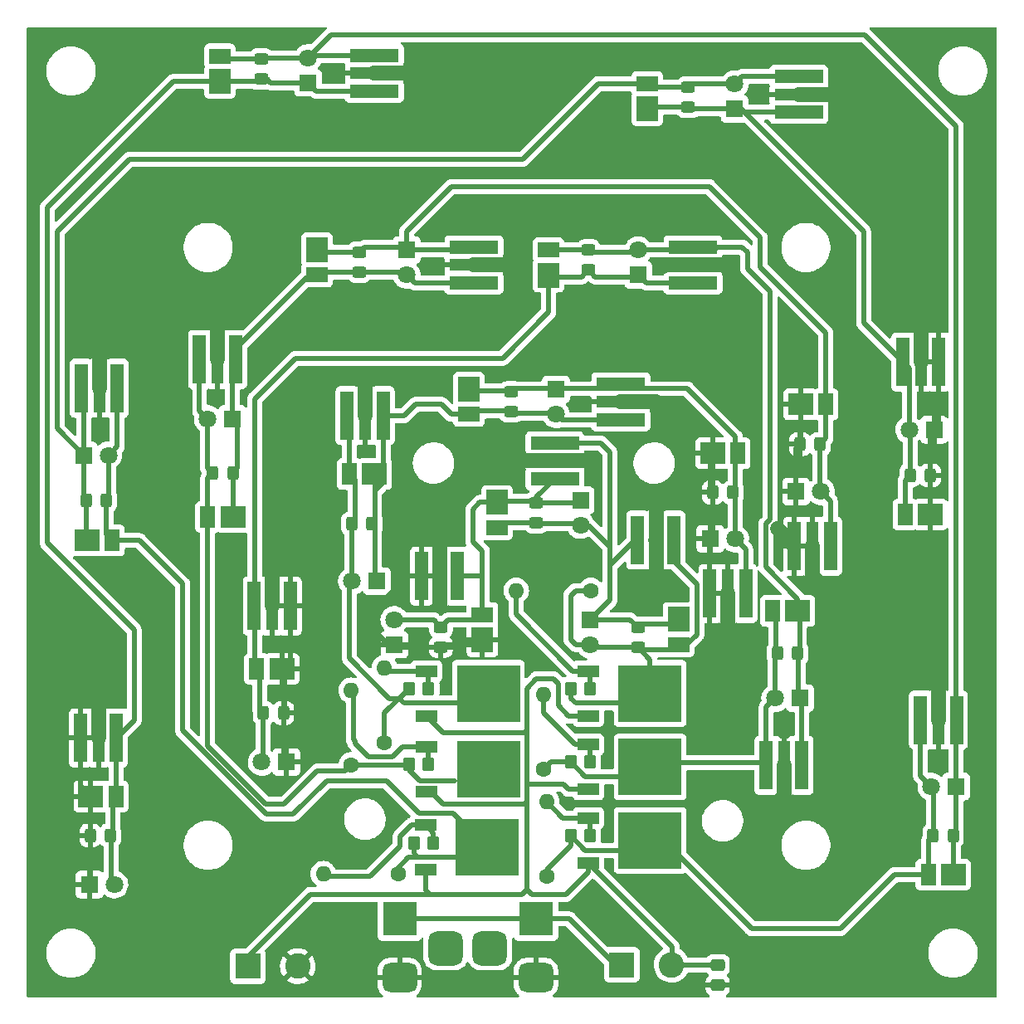
<source format=gbr>
%TF.GenerationSoftware,KiCad,Pcbnew,(6.0.11)*%
%TF.CreationDate,2023-05-28T11:24:04-05:00*%
%TF.ProjectId,LEDpanel,4c454470-616e-4656-9c2e-6b696361645f,rev?*%
%TF.SameCoordinates,Original*%
%TF.FileFunction,Copper,L1,Top*%
%TF.FilePolarity,Positive*%
%FSLAX46Y46*%
G04 Gerber Fmt 4.6, Leading zero omitted, Abs format (unit mm)*
G04 Created by KiCad (PCBNEW (6.0.11)) date 2023-05-28 11:24:04*
%MOMM*%
%LPD*%
G01*
G04 APERTURE LIST*
G04 Aperture macros list*
%AMRoundRect*
0 Rectangle with rounded corners*
0 $1 Rounding radius*
0 $2 $3 $4 $5 $6 $7 $8 $9 X,Y pos of 4 corners*
0 Add a 4 corners polygon primitive as box body*
4,1,4,$2,$3,$4,$5,$6,$7,$8,$9,$2,$3,0*
0 Add four circle primitives for the rounded corners*
1,1,$1+$1,$2,$3*
1,1,$1+$1,$4,$5*
1,1,$1+$1,$6,$7*
1,1,$1+$1,$8,$9*
0 Add four rect primitives between the rounded corners*
20,1,$1+$1,$2,$3,$4,$5,0*
20,1,$1+$1,$4,$5,$6,$7,0*
20,1,$1+$1,$6,$7,$8,$9,0*
20,1,$1+$1,$8,$9,$2,$3,0*%
G04 Aperture macros list end*
%TA.AperFunction,SMDPad,CuDef*%
%ADD10R,2.200000X1.200000*%
%TD*%
%TA.AperFunction,SMDPad,CuDef*%
%ADD11R,6.400000X5.800000*%
%TD*%
%TA.AperFunction,SMDPad,CuDef*%
%ADD12R,1.350000X5.000000*%
%TD*%
%TA.AperFunction,SMDPad,CuDef*%
%ADD13R,1.300000X5.000000*%
%TD*%
%TA.AperFunction,ComponentPad*%
%ADD14R,1.800000X1.800000*%
%TD*%
%TA.AperFunction,ComponentPad*%
%ADD15C,1.800000*%
%TD*%
%TA.AperFunction,SMDPad,CuDef*%
%ADD16RoundRect,0.250000X-0.325000X-0.450000X0.325000X-0.450000X0.325000X0.450000X-0.325000X0.450000X0*%
%TD*%
%TA.AperFunction,SMDPad,CuDef*%
%ADD17R,5.000000X1.350000*%
%TD*%
%TA.AperFunction,SMDPad,CuDef*%
%ADD18R,5.000000X1.300000*%
%TD*%
%TA.AperFunction,ComponentPad*%
%ADD19R,3.500000X3.500000*%
%TD*%
%TA.AperFunction,ComponentPad*%
%ADD20RoundRect,0.750000X1.000000X-0.750000X1.000000X0.750000X-1.000000X0.750000X-1.000000X-0.750000X0*%
%TD*%
%TA.AperFunction,ComponentPad*%
%ADD21RoundRect,0.875000X0.875000X-0.875000X0.875000X0.875000X-0.875000X0.875000X-0.875000X-0.875000X0*%
%TD*%
%TA.AperFunction,SMDPad,CuDef*%
%ADD22RoundRect,0.250000X-0.450000X0.325000X-0.450000X-0.325000X0.450000X-0.325000X0.450000X0.325000X0*%
%TD*%
%TA.AperFunction,SMDPad,CuDef*%
%ADD23R,2.200000X2.500000*%
%TD*%
%TA.AperFunction,SMDPad,CuDef*%
%ADD24R,2.200000X1.550000*%
%TD*%
%TA.AperFunction,SMDPad,CuDef*%
%ADD25R,2.500000X2.200000*%
%TD*%
%TA.AperFunction,SMDPad,CuDef*%
%ADD26R,1.550000X2.200000*%
%TD*%
%TA.AperFunction,ComponentPad*%
%ADD27R,2.600000X2.600000*%
%TD*%
%TA.AperFunction,ComponentPad*%
%ADD28C,2.600000*%
%TD*%
%TA.AperFunction,SMDPad,CuDef*%
%ADD29RoundRect,0.250000X-0.350000X-0.450000X0.350000X-0.450000X0.350000X0.450000X-0.350000X0.450000X0*%
%TD*%
%TA.AperFunction,SMDPad,CuDef*%
%ADD30RoundRect,0.250000X-0.475000X0.337500X-0.475000X-0.337500X0.475000X-0.337500X0.475000X0.337500X0*%
%TD*%
%TA.AperFunction,SMDPad,CuDef*%
%ADD31RoundRect,0.250000X0.325000X0.450000X-0.325000X0.450000X-0.325000X-0.450000X0.325000X-0.450000X0*%
%TD*%
%TA.AperFunction,SMDPad,CuDef*%
%ADD32RoundRect,0.250000X0.450000X-0.325000X0.450000X0.325000X-0.450000X0.325000X-0.450000X-0.325000X0*%
%TD*%
%TA.AperFunction,ComponentPad*%
%ADD33C,1.600000*%
%TD*%
%TA.AperFunction,ComponentPad*%
%ADD34O,1.600000X1.600000*%
%TD*%
%TA.AperFunction,ViaPad*%
%ADD35C,0.800000*%
%TD*%
%TA.AperFunction,Conductor*%
%ADD36C,0.500000*%
%TD*%
%TA.AperFunction,Conductor*%
%ADD37C,1.500000*%
%TD*%
G04 APERTURE END LIST*
D10*
%TO.P,U2,1,ADJ*%
%TO.N,Net-(R2-Pad2)*%
X66300000Y-98970000D03*
D11*
%TO.P,U2,2,VO*%
%TO.N,Net-(D4-Pad2)*%
X72600000Y-101250000D03*
D10*
%TO.P,U2,3,VI*%
%TO.N,Net-(C1-Pad1)*%
X66300000Y-103530000D03*
%TD*%
D12*
%TO.P,D63,1,K*%
%TO.N,GND*%
X52371000Y-84582000D03*
%TO.P,D63,2,A*%
%TO.N,Net-(D22-Pad1)*%
X48721000Y-84582000D03*
D13*
%TO.P,D63,3,PAD*%
%TO.N,GND*%
X50546000Y-84582000D03*
%TD*%
D14*
%TO.P,D18,1,K*%
%TO.N,Net-(D16-Pad1)*%
X54200000Y-31200000D03*
D15*
%TO.P,D18,2,A*%
%TO.N,Net-(D1-Pad1)*%
X54200000Y-28660000D03*
%TD*%
D16*
%TO.P,D32,1,K*%
%TO.N,GND*%
X31975000Y-108000000D03*
%TO.P,D32,2,A*%
%TO.N,Net-(D16-Pad1)*%
X34025000Y-108000000D03*
%TD*%
D17*
%TO.P,D65,1,K*%
%TO.N,Net-(D25-Pad1)*%
X86106000Y-61929000D03*
%TO.P,D65,2,A*%
%TO.N,Net-(D10-Pad1)*%
X86106000Y-65579000D03*
D18*
%TO.P,D65,3,PAD*%
%TO.N,GND*%
X86106000Y-63754000D03*
%TD*%
D19*
%TO.P,J1,1*%
%TO.N,+VDC*%
X63542500Y-116500000D03*
D20*
%TO.P,J1,2*%
%TO.N,GND*%
X63542500Y-122500000D03*
D21*
%TO.P,J1,3*%
%TO.N,unconnected-(J1-Pad3)*%
X68242500Y-119500000D03*
%TD*%
D14*
%TO.P,D3,1,K*%
%TO.N,Net-(D1-Pad1)*%
X120335000Y-103000000D03*
D15*
%TO.P,D3,2,A*%
%TO.N,Net-(D1-Pad2)*%
X117795000Y-103000000D03*
%TD*%
D22*
%TO.P,D29,1,K*%
%TO.N,Net-(D28-Pad1)*%
X77470000Y-74032000D03*
%TO.P,D29,2,A*%
%TO.N,Net-(D13-Pad1)*%
X77470000Y-76082000D03*
%TD*%
D17*
%TO.P,D58,1,K*%
%TO.N,Net-(D19-Pad1)*%
X71120000Y-47959000D03*
%TO.P,D58,2,A*%
%TO.N,Net-(D19-Pad2)*%
X71120000Y-51609000D03*
D18*
%TO.P,D58,3,PAD*%
%TO.N,GND*%
X71120000Y-49784000D03*
%TD*%
D23*
%TO.P,D49,1,K*%
%TO.N,Net-(D49-Pad1)*%
X88800000Y-33850000D03*
D24*
%TO.P,D49,2,A*%
%TO.N,Net-(D46-Pad1)*%
X88800000Y-31275000D03*
%TD*%
D14*
%TO.P,D9,1,K*%
%TO.N,Net-(D22-Pad2)*%
X104394000Y-93980000D03*
D15*
%TO.P,D9,2,A*%
%TO.N,Net-(D7-Pad2)*%
X101854000Y-93980000D03*
%TD*%
D14*
%TO.P,D45,1,K*%
%TO.N,GND*%
X63000000Y-88525000D03*
D15*
%TO.P,D45,2,A*%
%TO.N,Net-(D28-Pad1)*%
X63000000Y-85985000D03*
%TD*%
D23*
%TO.P,D22,1,K*%
%TO.N,Net-(D22-Pad1)*%
X78740000Y-50834000D03*
D24*
%TO.P,D22,2,A*%
%TO.N,Net-(D22-Pad2)*%
X78740000Y-48259000D03*
%TD*%
D12*
%TO.P,D60,1,K*%
%TO.N,GND*%
X103839000Y-78486000D03*
%TO.P,D60,2,A*%
%TO.N,Net-(D19-Pad1)*%
X107489000Y-78486000D03*
D13*
%TO.P,D60,3,PAD*%
%TO.N,GND*%
X105664000Y-78486000D03*
%TD*%
D22*
%TO.P,D26,1,K*%
%TO.N,Net-(D25-Pad1)*%
X74930000Y-62729000D03*
%TO.P,D26,2,A*%
%TO.N,Net-(D10-Pad1)*%
X74930000Y-64779000D03*
%TD*%
D23*
%TO.P,D25,1,K*%
%TO.N,Net-(D25-Pad1)*%
X70612000Y-62450000D03*
D24*
%TO.P,D25,2,A*%
%TO.N,Net-(D10-Pad1)*%
X70612000Y-65025000D03*
%TD*%
D16*
%TO.P,D35,1,K*%
%TO.N,GND*%
X104385000Y-68072000D03*
%TO.P,D35,2,A*%
%TO.N,Net-(D19-Pad1)*%
X106435000Y-68072000D03*
%TD*%
D10*
%TO.P,U4,1,ADJ*%
%TO.N,Net-(R4-Pad2)*%
X66300000Y-91220000D03*
D11*
%TO.P,U4,2,VO*%
%TO.N,Net-(D10-Pad2)*%
X72600000Y-93500000D03*
D10*
%TO.P,U4,3,VI*%
%TO.N,Net-(C1-Pad1)*%
X66300000Y-95780000D03*
%TD*%
D25*
%TO.P,D40,1,K*%
%TO.N,GND*%
X95470000Y-69000000D03*
D26*
%TO.P,D40,2,A*%
%TO.N,Net-(D25-Pad1)*%
X98045000Y-69000000D03*
%TD*%
D23*
%TO.P,D13,1,K*%
%TO.N,Net-(D13-Pad1)*%
X92000000Y-85950000D03*
D24*
%TO.P,D13,2,A*%
%TO.N,Net-(D13-Pad2)*%
X92000000Y-88525000D03*
%TD*%
D14*
%TO.P,D39,1,K*%
%TO.N,GND*%
X52000000Y-100500000D03*
D15*
%TO.P,D39,2,A*%
%TO.N,Net-(D22-Pad1)*%
X49460000Y-100500000D03*
%TD*%
D10*
%TO.P,U1,1,ADJ*%
%TO.N,Net-(R1-Pad2)*%
X82800000Y-106220000D03*
D11*
%TO.P,U1,2,VO*%
%TO.N,Net-(D1-Pad2)*%
X89100000Y-108500000D03*
D10*
%TO.P,U1,3,VI*%
%TO.N,Net-(C1-Pad1)*%
X82800000Y-110780000D03*
%TD*%
D27*
%TO.P,J3,1,Pin_1*%
%TO.N,Net-(C1-Pad1)*%
X48070000Y-121330000D03*
D28*
%TO.P,J3,2,Pin_2*%
%TO.N,GND*%
X53150000Y-121330000D03*
%TD*%
D29*
%TO.P,R3,1*%
%TO.N,Net-(D7-Pad2)*%
X81000000Y-100500000D03*
%TO.P,R3,2*%
%TO.N,Net-(R3-Pad2)*%
X83000000Y-100500000D03*
%TD*%
D25*
%TO.P,D46,1,K*%
%TO.N,Net-(D46-Pad1)*%
X31650000Y-77900000D03*
D26*
%TO.P,D46,2,A*%
%TO.N,Net-(D46-Pad2)*%
X34225000Y-77900000D03*
%TD*%
D25*
%TO.P,D37,1,K*%
%TO.N,GND*%
X51550000Y-91000000D03*
D26*
%TO.P,D37,2,A*%
%TO.N,Net-(D22-Pad1)*%
X48975000Y-91000000D03*
%TD*%
D29*
%TO.P,R1,1*%
%TO.N,Net-(D1-Pad2)*%
X81000000Y-108000000D03*
%TO.P,R1,2*%
%TO.N,Net-(R1-Pad2)*%
X83000000Y-108000000D03*
%TD*%
D30*
%TO.P,C1,1*%
%TO.N,Net-(C1-Pad1)*%
X96000000Y-121200000D03*
%TO.P,C1,2*%
%TO.N,GND*%
X96000000Y-123275000D03*
%TD*%
D23*
%TO.P,D16,1,K*%
%TO.N,Net-(D16-Pad1)*%
X45200000Y-31050000D03*
D24*
%TO.P,D16,2,A*%
%TO.N,Net-(D1-Pad1)*%
X45200000Y-28475000D03*
%TD*%
D29*
%TO.P,R4,1*%
%TO.N,Net-(D10-Pad2)*%
X64500000Y-93000000D03*
%TO.P,R4,2*%
%TO.N,Net-(R4-Pad2)*%
X66500000Y-93000000D03*
%TD*%
D17*
%TO.P,D62,1,K*%
%TO.N,Net-(D22-Pad1)*%
X93472000Y-51609000D03*
%TO.P,D62,2,A*%
%TO.N,Net-(D22-Pad2)*%
X93472000Y-47959000D03*
D18*
%TO.P,D62,3,PAD*%
%TO.N,GND*%
X93472000Y-49784000D03*
%TD*%
D16*
%TO.P,D47,1,K*%
%TO.N,Net-(D46-Pad1)*%
X31575000Y-73800000D03*
%TO.P,D47,2,A*%
%TO.N,Net-(D46-Pad2)*%
X33625000Y-73800000D03*
%TD*%
D25*
%TO.P,D34,1,K*%
%TO.N,GND*%
X104450000Y-64008000D03*
D26*
%TO.P,D34,2,A*%
%TO.N,Net-(D19-Pad1)*%
X107025000Y-64008000D03*
%TD*%
D31*
%TO.P,D38,1,K*%
%TO.N,GND*%
X51695000Y-95500000D03*
%TO.P,D38,2,A*%
%TO.N,Net-(D22-Pad1)*%
X49645000Y-95500000D03*
%TD*%
D14*
%TO.P,D36,1,K*%
%TO.N,GND*%
X104000000Y-72898000D03*
D15*
%TO.P,D36,2,A*%
%TO.N,Net-(D19-Pad1)*%
X106540000Y-72898000D03*
%TD*%
D16*
%TO.P,D41,1,K*%
%TO.N,GND*%
X95495000Y-73000000D03*
%TO.P,D41,2,A*%
%TO.N,Net-(D25-Pad1)*%
X97545000Y-73000000D03*
%TD*%
D22*
%TO.P,D20,1,K*%
%TO.N,Net-(D19-Pad1)*%
X59436000Y-48475000D03*
%TO.P,D20,2,A*%
%TO.N,Net-(D19-Pad2)*%
X59436000Y-50525000D03*
%TD*%
D31*
%TO.P,D11,1,K*%
%TO.N,Net-(D10-Pad1)*%
X60715000Y-76200000D03*
%TO.P,D11,2,A*%
%TO.N,Net-(D10-Pad2)*%
X58665000Y-76200000D03*
%TD*%
D32*
%TO.P,D44,1,K*%
%TO.N,GND*%
X67750000Y-88775000D03*
%TO.P,D44,2,A*%
%TO.N,Net-(D28-Pad1)*%
X67750000Y-86725000D03*
%TD*%
D14*
%TO.P,D33,1,K*%
%TO.N,GND*%
X31910000Y-113000000D03*
D15*
%TO.P,D33,2,A*%
%TO.N,Net-(D16-Pad1)*%
X34450000Y-113000000D03*
%TD*%
D33*
%TO.P,R9,1*%
%TO.N,Net-(D10-Pad2)*%
X62000000Y-98500000D03*
D34*
%TO.P,R9,2*%
%TO.N,Net-(R4-Pad2)*%
X62000000Y-90880000D03*
%TD*%
D29*
%TO.P,R2,1*%
%TO.N,Net-(D4-Pad2)*%
X64500000Y-100750000D03*
%TO.P,R2,2*%
%TO.N,Net-(R2-Pad2)*%
X66500000Y-100750000D03*
%TD*%
D33*
%TO.P,R10,1*%
%TO.N,Net-(D13-Pad2)*%
X83060000Y-83000000D03*
D34*
%TO.P,R10,2*%
%TO.N,Net-(R10-Pad2)*%
X75440000Y-83000000D03*
%TD*%
D25*
%TO.P,D31,1,K*%
%TO.N,GND*%
X32030000Y-104000000D03*
D26*
%TO.P,D31,2,A*%
%TO.N,Net-(D16-Pad1)*%
X34605000Y-104000000D03*
%TD*%
D12*
%TO.P,D56,1,K*%
%TO.N,Net-(D19-Pad2)*%
X46783000Y-59436000D03*
%TO.P,D56,2,A*%
%TO.N,Net-(D4-Pad2)*%
X43133000Y-59436000D03*
D13*
%TO.P,D56,3,PAD*%
%TO.N,GND*%
X44958000Y-59436000D03*
%TD*%
D32*
%TO.P,D17,1,K*%
%TO.N,Net-(D16-Pad1)*%
X49400000Y-30825000D03*
%TO.P,D17,2,A*%
%TO.N,Net-(D1-Pad1)*%
X49400000Y-28775000D03*
%TD*%
D33*
%TO.P,R12,1*%
%TO.N,Net-(D46-Pad2)*%
X63375000Y-111900000D03*
D34*
%TO.P,R12,2*%
%TO.N,Net-(R11-Pad2)*%
X55755000Y-111900000D03*
%TD*%
D31*
%TO.P,D5,1,K*%
%TO.N,Net-(D19-Pad2)*%
X46525000Y-71000000D03*
%TO.P,D5,2,A*%
%TO.N,Net-(D4-Pad2)*%
X44475000Y-71000000D03*
%TD*%
%TO.P,D53,1,K*%
%TO.N,GND*%
X117675000Y-71250000D03*
%TO.P,D53,2,A*%
%TO.N,Net-(D49-Pad1)*%
X115625000Y-71250000D03*
%TD*%
D23*
%TO.P,D28,1,K*%
%TO.N,Net-(D28-Pad1)*%
X73500000Y-74007000D03*
D24*
%TO.P,D28,2,A*%
%TO.N,Net-(D13-Pad1)*%
X73500000Y-76582000D03*
%TD*%
D25*
%TO.P,D7,1,K*%
%TO.N,Net-(D22-Pad2)*%
X104174000Y-85090000D03*
D26*
%TO.P,D7,2,A*%
%TO.N,Net-(D7-Pad2)*%
X101599000Y-85090000D03*
%TD*%
D29*
%TO.P,R11,1*%
%TO.N,Net-(D46-Pad2)*%
X65000000Y-108800000D03*
%TO.P,R11,2*%
%TO.N,Net-(R11-Pad2)*%
X67000000Y-108800000D03*
%TD*%
D32*
%TO.P,D23,1,K*%
%TO.N,Net-(D22-Pad1)*%
X82804000Y-50301000D03*
%TO.P,D23,2,A*%
%TO.N,Net-(D22-Pad2)*%
X82804000Y-48251000D03*
%TD*%
D23*
%TO.P,D43,1,K*%
%TO.N,GND*%
X72000000Y-88050000D03*
D24*
%TO.P,D43,2,A*%
%TO.N,Net-(D28-Pad1)*%
X72000000Y-85475000D03*
%TD*%
D14*
%TO.P,D27,1,K*%
%TO.N,Net-(D25-Pad1)*%
X79502000Y-62484000D03*
D15*
%TO.P,D27,2,A*%
%TO.N,Net-(D10-Pad1)*%
X79502000Y-65024000D03*
%TD*%
D14*
%TO.P,D6,1,K*%
%TO.N,Net-(D19-Pad2)*%
X46500000Y-65500000D03*
D15*
%TO.P,D6,2,A*%
%TO.N,Net-(D4-Pad2)*%
X43960000Y-65500000D03*
%TD*%
D31*
%TO.P,D2,1,K*%
%TO.N,Net-(D1-Pad1)*%
X120025000Y-108000000D03*
%TO.P,D2,2,A*%
%TO.N,Net-(D1-Pad2)*%
X117975000Y-108000000D03*
%TD*%
D29*
%TO.P,R5,1*%
%TO.N,Net-(D13-Pad2)*%
X81000000Y-93000000D03*
%TO.P,R5,2*%
%TO.N,Net-(R10-Pad2)*%
X83000000Y-93000000D03*
%TD*%
D25*
%TO.P,D1,1,K*%
%TO.N,Net-(D1-Pad1)*%
X120050000Y-112000000D03*
D26*
%TO.P,D1,2,A*%
%TO.N,Net-(D1-Pad2)*%
X117475000Y-112000000D03*
%TD*%
D12*
%TO.P,D59,1,K*%
%TO.N,GND*%
X30988000Y-98044000D03*
%TO.P,D59,2,A*%
%TO.N,Net-(D16-Pad1)*%
X34638000Y-98044000D03*
D13*
%TO.P,D59,3,PAD*%
%TO.N,GND*%
X32813000Y-98044000D03*
%TD*%
D14*
%TO.P,D12,1,K*%
%TO.N,Net-(D10-Pad1)*%
X61214000Y-82042000D03*
D15*
%TO.P,D12,2,A*%
%TO.N,Net-(D10-Pad2)*%
X58674000Y-82042000D03*
%TD*%
D14*
%TO.P,D15,1,K*%
%TO.N,Net-(D13-Pad1)*%
X83000000Y-85975000D03*
D15*
%TO.P,D15,2,A*%
%TO.N,Net-(D13-Pad2)*%
X83000000Y-88515000D03*
%TD*%
D33*
%TO.P,R6,1*%
%TO.N,Net-(D1-Pad2)*%
X78525000Y-112150000D03*
D34*
%TO.P,R6,2*%
%TO.N,Net-(R1-Pad2)*%
X78525000Y-104530000D03*
%TD*%
D25*
%TO.P,D4,1,K*%
%TO.N,Net-(D19-Pad2)*%
X46550000Y-75500000D03*
D26*
%TO.P,D4,2,A*%
%TO.N,Net-(D4-Pad2)*%
X43975000Y-75500000D03*
%TD*%
D25*
%TO.P,D10,1,K*%
%TO.N,Net-(D10-Pad1)*%
X60994000Y-71120000D03*
D26*
%TO.P,D10,2,A*%
%TO.N,Net-(D10-Pad2)*%
X58419000Y-71120000D03*
%TD*%
D12*
%TO.P,D70,1,K*%
%TO.N,Net-(D46-Pad1)*%
X31068000Y-62357000D03*
%TO.P,D70,2,A*%
%TO.N,Net-(D46-Pad2)*%
X34718000Y-62357000D03*
D13*
%TO.P,D70,3,PAD*%
%TO.N,GND*%
X32893000Y-62357000D03*
%TD*%
D14*
%TO.P,D51,1,K*%
%TO.N,Net-(D49-Pad1)*%
X97725000Y-33875000D03*
D15*
%TO.P,D51,2,A*%
%TO.N,Net-(D46-Pad1)*%
X97725000Y-31335000D03*
%TD*%
D32*
%TO.P,D50,1,K*%
%TO.N,Net-(D49-Pad1)*%
X93000000Y-33700000D03*
%TO.P,D50,2,A*%
%TO.N,Net-(D46-Pad1)*%
X93000000Y-31650000D03*
%TD*%
D25*
%TO.P,D52,1,K*%
%TO.N,GND*%
X117700000Y-75250000D03*
D26*
%TO.P,D52,2,A*%
%TO.N,Net-(D49-Pad1)*%
X115125000Y-75250000D03*
%TD*%
D14*
%TO.P,D21,1,K*%
%TO.N,Net-(D19-Pad1)*%
X64262000Y-48260000D03*
D15*
%TO.P,D21,2,A*%
%TO.N,Net-(D19-Pad2)*%
X64262000Y-50800000D03*
%TD*%
D10*
%TO.P,U5,1,ADJ*%
%TO.N,Net-(R10-Pad2)*%
X82800000Y-91220000D03*
D11*
%TO.P,U5,2,VO*%
%TO.N,Net-(D13-Pad2)*%
X89100000Y-93500000D03*
D10*
%TO.P,U5,3,VI*%
%TO.N,Net-(C1-Pad1)*%
X82800000Y-95780000D03*
%TD*%
D22*
%TO.P,D14,1,K*%
%TO.N,Net-(D13-Pad1)*%
X87850000Y-86775000D03*
%TO.P,D14,2,A*%
%TO.N,Net-(D13-Pad2)*%
X87850000Y-88825000D03*
%TD*%
D12*
%TO.P,D55,1,K*%
%TO.N,Net-(D1-Pad1)*%
X120350000Y-96200000D03*
%TO.P,D55,2,A*%
%TO.N,Net-(D1-Pad2)*%
X116700000Y-96200000D03*
D13*
%TO.P,D55,3,PAD*%
%TO.N,GND*%
X118525000Y-96200000D03*
%TD*%
D31*
%TO.P,D8,1,K*%
%TO.N,Net-(D22-Pad2)*%
X104149000Y-89408000D03*
%TO.P,D8,2,A*%
%TO.N,Net-(D7-Pad2)*%
X102099000Y-89408000D03*
%TD*%
D12*
%TO.P,D61,1,K*%
%TO.N,Net-(D22-Pad2)*%
X104599000Y-100838000D03*
%TO.P,D61,2,A*%
%TO.N,Net-(D7-Pad2)*%
X100949000Y-100838000D03*
D13*
%TO.P,D61,3,PAD*%
%TO.N,GND*%
X102774000Y-100838000D03*
%TD*%
D17*
%TO.P,D68,1,K*%
%TO.N,Net-(D28-Pad1)*%
X79375000Y-71595000D03*
%TO.P,D68,2,A*%
%TO.N,Net-(D13-Pad1)*%
X79375000Y-67945000D03*
D18*
%TO.P,D68,3,PAD*%
%TO.N,GND*%
X79375000Y-69770000D03*
%TD*%
D12*
%TO.P,D66,1,K*%
%TO.N,GND*%
X95203000Y-83312000D03*
%TO.P,D66,2,A*%
%TO.N,Net-(D25-Pad1)*%
X98853000Y-83312000D03*
D13*
%TO.P,D66,3,PAD*%
%TO.N,GND*%
X97028000Y-83312000D03*
%TD*%
D14*
%TO.P,D54,1,K*%
%TO.N,GND*%
X118075000Y-66600000D03*
D15*
%TO.P,D54,2,A*%
%TO.N,Net-(D49-Pad1)*%
X115535000Y-66600000D03*
%TD*%
D14*
%TO.P,D42,1,K*%
%TO.N,GND*%
X95250000Y-77724000D03*
D15*
%TO.P,D42,2,A*%
%TO.N,Net-(D25-Pad1)*%
X97790000Y-77724000D03*
%TD*%
D27*
%TO.P,SW1,1,A*%
%TO.N,+VDC*%
X86205000Y-121185000D03*
D28*
%TO.P,SW1,2,B*%
%TO.N,Net-(C1-Pad1)*%
X91285000Y-121185000D03*
%TD*%
D17*
%TO.P,D57,1,K*%
%TO.N,Net-(D16-Pad1)*%
X60960000Y-32051000D03*
%TO.P,D57,2,A*%
%TO.N,Net-(D1-Pad1)*%
X60960000Y-28401000D03*
D18*
%TO.P,D57,3,PAD*%
%TO.N,GND*%
X60960000Y-30226000D03*
%TD*%
D12*
%TO.P,D64,1,K*%
%TO.N,Net-(D10-Pad1)*%
X61849000Y-65151000D03*
%TO.P,D64,2,A*%
%TO.N,Net-(D10-Pad2)*%
X58199000Y-65151000D03*
D13*
%TO.P,D64,3,PAD*%
%TO.N,GND*%
X60024000Y-65151000D03*
%TD*%
D10*
%TO.P,U3,1,ADJ*%
%TO.N,Net-(R3-Pad2)*%
X82800000Y-98720000D03*
D11*
%TO.P,U3,2,VO*%
%TO.N,Net-(D7-Pad2)*%
X89100000Y-101000000D03*
D10*
%TO.P,U3,3,VI*%
%TO.N,Net-(C1-Pad1)*%
X82800000Y-103280000D03*
%TD*%
D14*
%TO.P,D30,1,K*%
%TO.N,Net-(D28-Pad1)*%
X82000000Y-73787000D03*
D15*
%TO.P,D30,2,A*%
%TO.N,Net-(D13-Pad1)*%
X82000000Y-76327000D03*
%TD*%
D12*
%TO.P,D72,1,K*%
%TO.N,GND*%
X118538000Y-59690000D03*
%TO.P,D72,2,A*%
%TO.N,Net-(D49-Pad1)*%
X114888000Y-59690000D03*
D13*
%TO.P,D72,3,PAD*%
%TO.N,GND*%
X116713000Y-59690000D03*
%TD*%
D12*
%TO.P,D69,1,K*%
%TO.N,GND*%
X65786000Y-81534000D03*
%TO.P,D69,2,A*%
%TO.N,Net-(D28-Pad1)*%
X69436000Y-81534000D03*
D13*
%TO.P,D69,3,PAD*%
%TO.N,GND*%
X67611000Y-81534000D03*
%TD*%
D10*
%TO.P,U6,1,ADJ*%
%TO.N,Net-(R11-Pad2)*%
X66175000Y-106920000D03*
D11*
%TO.P,U6,2,VO*%
%TO.N,Net-(D46-Pad2)*%
X72475000Y-109200000D03*
D10*
%TO.P,U6,3,VI*%
%TO.N,Net-(C1-Pad1)*%
X66175000Y-111480000D03*
%TD*%
D17*
%TO.P,D71,1,K*%
%TO.N,Net-(D49-Pad1)*%
X104267000Y-34210000D03*
%TO.P,D71,2,A*%
%TO.N,Net-(D46-Pad1)*%
X104267000Y-30560000D03*
D18*
%TO.P,D71,3,PAD*%
%TO.N,GND*%
X104267000Y-32385000D03*
%TD*%
D33*
%TO.P,R7,1*%
%TO.N,Net-(D4-Pad2)*%
X58600000Y-100800000D03*
D34*
%TO.P,R7,2*%
%TO.N,Net-(R2-Pad2)*%
X58600000Y-93180000D03*
%TD*%
D23*
%TO.P,D19,1,K*%
%TO.N,Net-(D19-Pad1)*%
X55118000Y-48226000D03*
D24*
%TO.P,D19,2,A*%
%TO.N,Net-(D19-Pad2)*%
X55118000Y-50801000D03*
%TD*%
D33*
%TO.P,R8,1*%
%TO.N,Net-(D7-Pad2)*%
X78250000Y-101250000D03*
D34*
%TO.P,R8,2*%
%TO.N,Net-(R3-Pad2)*%
X78250000Y-93630000D03*
%TD*%
D14*
%TO.P,D48,1,K*%
%TO.N,Net-(D46-Pad1)*%
X31300000Y-69200000D03*
D15*
%TO.P,D48,2,A*%
%TO.N,Net-(D46-Pad2)*%
X33840000Y-69200000D03*
%TD*%
D14*
%TO.P,D24,1,K*%
%TO.N,Net-(D22-Pad1)*%
X87884000Y-50800000D03*
D15*
%TO.P,D24,2,A*%
%TO.N,Net-(D22-Pad2)*%
X87884000Y-48260000D03*
%TD*%
D12*
%TO.P,D67,1,K*%
%TO.N,Net-(D13-Pad1)*%
X87837000Y-77851000D03*
%TO.P,D67,2,A*%
%TO.N,Net-(D13-Pad2)*%
X91487000Y-77851000D03*
D13*
%TO.P,D67,3,PAD*%
%TO.N,GND*%
X89662000Y-77851000D03*
%TD*%
D19*
%TO.P,J2,1*%
%TO.N,+VDC*%
X77457500Y-116500000D03*
D20*
%TO.P,J2,2*%
%TO.N,GND*%
X77457500Y-122500000D03*
D21*
%TO.P,J2,3*%
%TO.N,unconnected-(J2-Pad3)*%
X72757500Y-119500000D03*
%TD*%
D35*
%TO.N,GND*%
X44450000Y-54483000D03*
X83439000Y-69977000D03*
X67056000Y-31750000D03*
X97282000Y-88900000D03*
X32766000Y-92710000D03*
X108966000Y-84836000D03*
X102108000Y-76708000D03*
X117729000Y-79375000D03*
X116840000Y-51054000D03*
X89709000Y-74121000D03*
X51054000Y-79121000D03*
X117856000Y-88900000D03*
X101092000Y-104775000D03*
X102616000Y-97282000D03*
X89027000Y-83820000D03*
X75057000Y-50038000D03*
X67564000Y-76708000D03*
X67564000Y-84582000D03*
X90551000Y-64643000D03*
X90424000Y-49911000D03*
X109347000Y-32512000D03*
X32512000Y-56642000D03*
X74676000Y-69723000D03*
X60325000Y-60960000D03*
%TD*%
D36*
%TO.N,Net-(C1-Pad1)*%
X48070000Y-120360000D02*
X48070000Y-121330000D01*
X68020000Y-97500000D02*
X76250000Y-97500000D01*
X96000000Y-121200000D02*
X92040000Y-121200000D01*
X66730000Y-103530000D02*
X68000000Y-104800000D01*
X76500000Y-97250000D02*
X76500000Y-103000000D01*
X80250000Y-102750000D02*
X80780000Y-103280000D01*
X80780000Y-95780000D02*
X82800000Y-95780000D01*
X66200000Y-113580000D02*
X66610000Y-113990000D01*
X76500000Y-104500000D02*
X76500000Y-103000000D01*
X76500000Y-97250000D02*
X76500000Y-93000000D01*
X76500000Y-113500000D02*
X76500000Y-104500000D01*
X77500000Y-92000000D02*
X79250000Y-92000000D01*
X82800000Y-111700000D02*
X80500000Y-114000000D01*
X80500000Y-114000000D02*
X77000000Y-114000000D01*
X77000000Y-114000000D02*
X76500000Y-113500000D01*
X76500000Y-113500000D02*
X76010000Y-113990000D01*
X66300000Y-103530000D02*
X66730000Y-103530000D01*
X76500000Y-102750000D02*
X80250000Y-102750000D01*
X76250000Y-97500000D02*
X76500000Y-97250000D01*
X76500000Y-103000000D02*
X76500000Y-102750000D01*
X66200000Y-111480000D02*
X66200000Y-113580000D01*
X76200000Y-104800000D02*
X76500000Y-104500000D01*
X82800000Y-110780000D02*
X91335000Y-119315000D01*
X92040000Y-121200000D02*
X91335000Y-121905000D01*
X79750000Y-92500000D02*
X79750000Y-94750000D01*
X76500000Y-93000000D02*
X77500000Y-92000000D01*
X66610000Y-113990000D02*
X54440000Y-113990000D01*
X80780000Y-103280000D02*
X82800000Y-103280000D01*
X82800000Y-110780000D02*
X82800000Y-111700000D01*
X91335000Y-121905000D02*
X91335000Y-119315000D01*
X79750000Y-94750000D02*
X80780000Y-95780000D01*
X76010000Y-113990000D02*
X66610000Y-113990000D01*
X68000000Y-104800000D02*
X76200000Y-104800000D01*
X66300000Y-95780000D02*
X68020000Y-97500000D01*
X79250000Y-92000000D02*
X79750000Y-92500000D01*
X54440000Y-113990000D02*
X48070000Y-120360000D01*
%TO.N,GND*%
X117700000Y-79346000D02*
X117729000Y-79375000D01*
D37*
X89662000Y-77851000D02*
X89709000Y-77898000D01*
X71120000Y-49784000D02*
X74803000Y-49784000D01*
X74803000Y-49784000D02*
X75057000Y-50038000D01*
X44958000Y-59436000D02*
X44958000Y-54991000D01*
D36*
X117675000Y-67000000D02*
X118075000Y-66600000D01*
D37*
X44958000Y-54991000D02*
X44450000Y-54483000D01*
X32893000Y-62357000D02*
X32893000Y-57023000D01*
D36*
X30988000Y-98044000D02*
X30988000Y-102958000D01*
X117675000Y-71250000D02*
X117675000Y-67000000D01*
D37*
X116713000Y-51181000D02*
X116840000Y-51054000D01*
D36*
X95504000Y-77470000D02*
X95504000Y-73009000D01*
D37*
X97028000Y-88646000D02*
X97282000Y-88900000D01*
X74723000Y-69770000D02*
X74676000Y-69723000D01*
X105664000Y-78486000D02*
X105664000Y-81534000D01*
X67611000Y-81534000D02*
X67611000Y-76755000D01*
D36*
X63250000Y-88775000D02*
X63000000Y-88525000D01*
D37*
X79375000Y-69770000D02*
X83232000Y-69770000D01*
X102774000Y-103982000D02*
X102362000Y-104394000D01*
X109220000Y-32385000D02*
X109347000Y-32512000D01*
D36*
X51550000Y-91000000D02*
X51840000Y-91290000D01*
X31960000Y-108015000D02*
X31960000Y-112950000D01*
D37*
X32893000Y-57023000D02*
X32512000Y-56642000D01*
D36*
X51695000Y-95500000D02*
X51695000Y-100195000D01*
D37*
X89709000Y-83138000D02*
X89027000Y-83820000D01*
X90551000Y-49784000D02*
X90424000Y-49911000D01*
D36*
X52371000Y-90179000D02*
X51550000Y-91000000D01*
X95203000Y-83312000D02*
X95203000Y-77771000D01*
D37*
X50546000Y-79629000D02*
X51054000Y-79121000D01*
X89709000Y-74121000D02*
X89709000Y-77804000D01*
D36*
X64389000Y-81534000D02*
X65786000Y-81534000D01*
X32030000Y-104000000D02*
X31960000Y-104070000D01*
X52371000Y-84582000D02*
X52371000Y-90179000D01*
X117700000Y-75250000D02*
X117700000Y-71275000D01*
D37*
X60024000Y-65151000D02*
X60024000Y-61261000D01*
X102774000Y-100838000D02*
X102774000Y-103982000D01*
X105664000Y-81534000D02*
X108966000Y-84836000D01*
X118525000Y-96200000D02*
X118525000Y-89569000D01*
D36*
X63000000Y-88525000D02*
X62363000Y-88525000D01*
D37*
X67611000Y-84535000D02*
X67564000Y-84582000D01*
D36*
X95250000Y-77724000D02*
X95504000Y-77470000D01*
X60960000Y-84963000D02*
X64389000Y-81534000D01*
X72000000Y-88050000D02*
X71475000Y-88575000D01*
D37*
X96647000Y-49784000D02*
X97536000Y-50673000D01*
D36*
X67750000Y-88775000D02*
X63250000Y-88775000D01*
X71475000Y-88575000D02*
X67950000Y-88575000D01*
X31975000Y-108000000D02*
X31960000Y-108015000D01*
X118538000Y-59690000D02*
X118538000Y-66137000D01*
D37*
X93472000Y-49784000D02*
X96647000Y-49784000D01*
D36*
X95504000Y-73009000D02*
X95495000Y-73000000D01*
X117700000Y-71275000D02*
X117675000Y-71250000D01*
D37*
X67611000Y-76755000D02*
X67564000Y-76708000D01*
X103839000Y-78486000D02*
X103839000Y-78439000D01*
X104267000Y-32385000D02*
X109220000Y-32385000D01*
X65532000Y-30226000D02*
X67056000Y-31750000D01*
D36*
X104450000Y-64008000D02*
X104475000Y-64033000D01*
D37*
X83232000Y-69770000D02*
X83439000Y-69977000D01*
D36*
X31960000Y-107985000D02*
X31975000Y-108000000D01*
X118538000Y-66137000D02*
X118075000Y-66600000D01*
X67950000Y-88575000D02*
X67750000Y-88775000D01*
D37*
X60960000Y-30226000D02*
X65532000Y-30226000D01*
D36*
X104000000Y-68457000D02*
X104000000Y-72898000D01*
D37*
X50546000Y-84582000D02*
X50546000Y-79629000D01*
X67611000Y-81534000D02*
X67611000Y-84535000D01*
D36*
X51840000Y-95355000D02*
X51695000Y-95500000D01*
D37*
X118525000Y-89569000D02*
X117856000Y-88900000D01*
D36*
X104475000Y-67982000D02*
X104385000Y-68072000D01*
X51840000Y-91290000D02*
X51840000Y-95355000D01*
X117700000Y-75250000D02*
X117700000Y-79346000D01*
D37*
X97028000Y-83312000D02*
X97028000Y-88646000D01*
D36*
X31960000Y-112950000D02*
X31910000Y-113000000D01*
X60960000Y-87122000D02*
X60960000Y-84963000D01*
D37*
X102774000Y-97440000D02*
X102616000Y-97282000D01*
X116713000Y-59690000D02*
X116713000Y-51181000D01*
D36*
X95495000Y-73000000D02*
X95250000Y-72755000D01*
D37*
X60024000Y-61261000D02*
X60325000Y-60960000D01*
X89709000Y-77898000D02*
X89709000Y-83138000D01*
D36*
X95203000Y-77771000D02*
X95250000Y-77724000D01*
D37*
X89709000Y-77804000D02*
X89662000Y-77851000D01*
D36*
X30988000Y-102958000D02*
X32030000Y-104000000D01*
D37*
X86106000Y-63754000D02*
X89662000Y-63754000D01*
D36*
X104385000Y-68072000D02*
X104000000Y-68457000D01*
X104475000Y-64033000D02*
X104475000Y-67982000D01*
D37*
X103839000Y-78439000D02*
X102108000Y-76708000D01*
D36*
X95250000Y-69220000D02*
X95470000Y-69000000D01*
D37*
X32813000Y-92757000D02*
X32766000Y-92710000D01*
D36*
X95250000Y-72755000D02*
X95250000Y-69220000D01*
D37*
X79375000Y-69770000D02*
X74723000Y-69770000D01*
X89662000Y-63754000D02*
X90551000Y-64643000D01*
X32813000Y-98044000D02*
X32813000Y-92757000D01*
D36*
X62363000Y-88525000D02*
X60960000Y-87122000D01*
X31960000Y-104070000D02*
X31960000Y-107985000D01*
D37*
X101981000Y-104775000D02*
X101092000Y-104775000D01*
X102362000Y-104394000D02*
X101981000Y-104775000D01*
D36*
X51695000Y-100195000D02*
X52000000Y-100500000D01*
D37*
X93472000Y-49784000D02*
X90551000Y-49784000D01*
D36*
%TO.N,Net-(D1-Pad1)*%
X54459000Y-28401000D02*
X54200000Y-28660000D01*
X120035000Y-108010000D02*
X120035000Y-111985000D01*
X120335000Y-103000000D02*
X120335000Y-107690000D01*
X50115000Y-28660000D02*
X50000000Y-28775000D01*
X49400000Y-28775000D02*
X45500000Y-28775000D01*
X120335000Y-103000000D02*
X120335000Y-35626000D01*
X50000000Y-28775000D02*
X49400000Y-28775000D01*
X120335000Y-35626000D02*
X110998000Y-26289000D01*
X120025000Y-108000000D02*
X120035000Y-108010000D01*
X54200000Y-28660000D02*
X50115000Y-28660000D01*
X120335000Y-107690000D02*
X120025000Y-108000000D01*
X60960000Y-28401000D02*
X54459000Y-28401000D01*
X45500000Y-28775000D02*
X45200000Y-28475000D01*
X56571000Y-26289000D02*
X54200000Y-28660000D01*
X120035000Y-111985000D02*
X120050000Y-112000000D01*
X110998000Y-26289000D02*
X56571000Y-26289000D01*
%TO.N,Net-(D1-Pad2)*%
X82500000Y-109500000D02*
X86000000Y-109500000D01*
X114000000Y-112000000D02*
X117475000Y-112000000D01*
X90500000Y-108500000D02*
X99500000Y-117500000D01*
X117985000Y-107990000D02*
X117985000Y-103190000D01*
X81000000Y-109000000D02*
X78525000Y-111475000D01*
X108500000Y-117500000D02*
X114000000Y-112000000D01*
X81000000Y-108000000D02*
X81000000Y-109000000D01*
X99500000Y-117500000D02*
X108500000Y-117500000D01*
X117535000Y-111940000D02*
X117535000Y-108440000D01*
X117975000Y-108000000D02*
X117985000Y-107990000D01*
X116700000Y-101905000D02*
X117795000Y-103000000D01*
X78525000Y-111475000D02*
X78525000Y-112150000D01*
X81000000Y-108000000D02*
X82500000Y-109500000D01*
X117985000Y-103190000D02*
X117795000Y-103000000D01*
X117535000Y-108440000D02*
X117975000Y-108000000D01*
X117475000Y-112000000D02*
X117535000Y-111940000D01*
X116700000Y-96200000D02*
X116700000Y-101905000D01*
X89100000Y-108500000D02*
X90500000Y-108500000D01*
%TO.N,Net-(D19-Pad2)*%
X46500000Y-65500000D02*
X46500000Y-58656000D01*
X46550000Y-71025000D02*
X46550000Y-75500000D01*
X46500000Y-58656000D02*
X54131000Y-51025000D01*
X71120000Y-51609000D02*
X65071000Y-51609000D01*
X47000000Y-70525000D02*
X46525000Y-71000000D01*
X54131000Y-51025000D02*
X54894000Y-51025000D01*
X46500000Y-65500000D02*
X47000000Y-66000000D01*
X47000000Y-66000000D02*
X47000000Y-70525000D01*
X59436000Y-50525000D02*
X55394000Y-50525000D01*
X64262000Y-50800000D02*
X63987000Y-50525000D01*
X46525000Y-71000000D02*
X46550000Y-71025000D01*
X65071000Y-51609000D02*
X64262000Y-50800000D01*
X54894000Y-51025000D02*
X55118000Y-50801000D01*
X55394000Y-50525000D02*
X55118000Y-50801000D01*
X63987000Y-50525000D02*
X59436000Y-50525000D01*
%TO.N,Net-(D4-Pad2)*%
X64500000Y-100750000D02*
X64500000Y-101300000D01*
X43960000Y-65500000D02*
X43960000Y-70485000D01*
X49900000Y-104800000D02*
X51755000Y-104800000D01*
X43975000Y-75500000D02*
X43975000Y-98875000D01*
X65600000Y-102400000D02*
X69200000Y-102400000D01*
X64500000Y-100750000D02*
X64450000Y-100800000D01*
X43960000Y-70485000D02*
X44475000Y-71000000D01*
X43133000Y-59436000D02*
X43133000Y-64673000D01*
X55155000Y-101400000D02*
X58000000Y-101400000D01*
X43975000Y-71500000D02*
X43975000Y-75500000D01*
X44475000Y-71000000D02*
X43975000Y-71500000D01*
X43133000Y-64673000D02*
X43960000Y-65500000D01*
X64500000Y-101300000D02*
X65600000Y-102400000D01*
X64450000Y-100800000D02*
X58600000Y-100800000D01*
X58000000Y-101400000D02*
X58600000Y-100800000D01*
X51755000Y-104800000D02*
X55155000Y-101400000D01*
X43975000Y-98875000D02*
X49900000Y-104800000D01*
%TO.N,Net-(D22-Pad2)*%
X99060000Y-50165000D02*
X99060000Y-48514000D01*
X99060000Y-48514000D02*
X98505000Y-47959000D01*
X104210000Y-93796000D02*
X104394000Y-93980000D01*
X83053000Y-48500000D02*
X82804000Y-48251000D01*
X104149000Y-89408000D02*
X104210000Y-89469000D01*
X95758000Y-48260000D02*
X87884000Y-48260000D01*
X82804000Y-48251000D02*
X82796000Y-48259000D01*
X104599000Y-100838000D02*
X104599000Y-94185000D01*
X98505000Y-47959000D02*
X93472000Y-47959000D01*
X87884000Y-48260000D02*
X87644000Y-48500000D01*
X101346000Y-75772944D02*
X101346000Y-52451000D01*
X104174000Y-85090000D02*
X104174000Y-83854000D01*
X104174000Y-85090000D02*
X104350000Y-85266000D01*
X100908000Y-80588000D02*
X100908000Y-76210944D01*
X104350000Y-85266000D02*
X104350000Y-89207000D01*
X104174000Y-83854000D02*
X100908000Y-80588000D01*
X104210000Y-89469000D02*
X104210000Y-93796000D01*
X104350000Y-89207000D02*
X104149000Y-89408000D01*
X104599000Y-94185000D02*
X104394000Y-93980000D01*
X87644000Y-48500000D02*
X83053000Y-48500000D01*
X82796000Y-48259000D02*
X78740000Y-48259000D01*
X100908000Y-76210944D02*
X101346000Y-75772944D01*
X101346000Y-52451000D02*
X99060000Y-50165000D01*
%TO.N,Net-(D10-Pad1)*%
X61000000Y-75915000D02*
X60715000Y-76200000D01*
X86106000Y-65579000D02*
X80057000Y-65579000D01*
X65159000Y-64000000D02*
X64008000Y-65151000D01*
X79502000Y-65024000D02*
X79433000Y-64955000D01*
X61000000Y-76485000D02*
X60715000Y-76200000D01*
X61000000Y-72811000D02*
X61000000Y-75915000D01*
X80057000Y-65579000D02*
X79502000Y-65024000D01*
X60994000Y-71120000D02*
X61000000Y-71126000D01*
X61214000Y-82042000D02*
X61000000Y-81828000D01*
X64008000Y-65151000D02*
X61849000Y-65151000D01*
X65159000Y-64000000D02*
X67810000Y-64000000D01*
X70612000Y-65025000D02*
X68835000Y-65025000D01*
X61000000Y-81828000D02*
X61000000Y-76485000D01*
X74846000Y-64695000D02*
X70942000Y-64695000D01*
X68835000Y-65025000D02*
X67810000Y-64000000D01*
X61000000Y-71126000D02*
X61000000Y-72811000D01*
X74930000Y-64779000D02*
X74846000Y-64695000D01*
X61849000Y-65151000D02*
X61849000Y-71962000D01*
X75106000Y-64955000D02*
X74930000Y-64779000D01*
X61849000Y-71962000D02*
X61000000Y-72811000D01*
X79433000Y-64955000D02*
X75106000Y-64955000D01*
X70942000Y-64695000D02*
X70612000Y-65025000D01*
%TO.N,Net-(D10-Pad2)*%
X62000000Y-95500000D02*
X64500000Y-93000000D01*
X59000000Y-75865000D02*
X59000000Y-71701000D01*
X62500000Y-94000000D02*
X58420000Y-89920000D01*
X58674000Y-76209000D02*
X58665000Y-76200000D01*
X63500000Y-94000000D02*
X64000000Y-94500000D01*
X64500000Y-93000000D02*
X63500000Y-94000000D01*
X71600000Y-94500000D02*
X72600000Y-93500000D01*
X58419000Y-65371000D02*
X58199000Y-65151000D01*
X64000000Y-94500000D02*
X71600000Y-94500000D01*
X58665000Y-76200000D02*
X59000000Y-75865000D01*
X58419000Y-71120000D02*
X58419000Y-65371000D01*
X63500000Y-94000000D02*
X62500000Y-94000000D01*
X62000000Y-98500000D02*
X62000000Y-95500000D01*
X59000000Y-71701000D02*
X58419000Y-71120000D01*
X58420000Y-82296000D02*
X58674000Y-82042000D01*
X58674000Y-82042000D02*
X58674000Y-76209000D01*
X58420000Y-89920000D02*
X58420000Y-82296000D01*
%TO.N,Net-(D13-Pad1)*%
X77461000Y-76073000D02*
X74009000Y-76073000D01*
X85000000Y-79084000D02*
X85000000Y-68871000D01*
X83000000Y-85975000D02*
X85000000Y-83975000D01*
X84074000Y-67945000D02*
X79375000Y-67945000D01*
X85000000Y-83975000D02*
X85000000Y-80428000D01*
X82000000Y-76327000D02*
X81873000Y-76200000D01*
X87050000Y-85975000D02*
X83000000Y-85975000D01*
X81873000Y-76200000D02*
X77588000Y-76200000D01*
X92000000Y-85950000D02*
X91500000Y-86450000D01*
X87577000Y-77851000D02*
X85000000Y-80428000D01*
X85000000Y-80428000D02*
X85000000Y-79084000D01*
X87837000Y-77851000D02*
X87577000Y-77851000D01*
X74009000Y-76073000D02*
X73500000Y-76582000D01*
X85000000Y-79084000D02*
X85000000Y-78560000D01*
X88175000Y-86450000D02*
X87850000Y-86775000D01*
X77588000Y-76200000D02*
X77470000Y-76082000D01*
X85000000Y-68871000D02*
X84074000Y-67945000D01*
X91500000Y-86450000D02*
X88175000Y-86450000D01*
X85000000Y-78560000D02*
X82767000Y-76327000D01*
X77470000Y-76082000D02*
X77461000Y-76073000D01*
X87850000Y-86775000D02*
X87050000Y-85975000D01*
X82767000Y-76327000D02*
X82000000Y-76327000D01*
%TO.N,Net-(D13-Pad2)*%
X87850000Y-88825000D02*
X89100000Y-90075000D01*
X93853000Y-87503000D02*
X93853000Y-82329000D01*
X92831000Y-88525000D02*
X93853000Y-87503000D01*
X81500000Y-94500000D02*
X88100000Y-94500000D01*
X83060000Y-83000000D02*
X81500000Y-83000000D01*
X81515000Y-88515000D02*
X83000000Y-88515000D01*
X81500000Y-83000000D02*
X81000000Y-83500000D01*
X88100000Y-94500000D02*
X89100000Y-93500000D01*
X81000000Y-94000000D02*
X81500000Y-94500000D01*
X88050000Y-89025000D02*
X87850000Y-88825000D01*
X81000000Y-88000000D02*
X81515000Y-88515000D01*
X81000000Y-83500000D02*
X81000000Y-88000000D01*
X89100000Y-90075000D02*
X89100000Y-93500000D01*
X81000000Y-93000000D02*
X81000000Y-94000000D01*
X83310000Y-88825000D02*
X83000000Y-88515000D01*
X92000000Y-88525000D02*
X91500000Y-89025000D01*
X91487000Y-79963000D02*
X91487000Y-77851000D01*
X87850000Y-88825000D02*
X83310000Y-88825000D01*
X93853000Y-82329000D02*
X91487000Y-79963000D01*
X91500000Y-89025000D02*
X88050000Y-89025000D01*
X92000000Y-88525000D02*
X92831000Y-88525000D01*
%TO.N,Net-(D16-Pad1)*%
X34310000Y-107715000D02*
X34310000Y-104295000D01*
X34310000Y-104295000D02*
X34605000Y-104000000D01*
X36449000Y-96266000D02*
X36449000Y-86995000D01*
X34450000Y-113000000D02*
X34140000Y-112690000D01*
X36449000Y-86995000D02*
X27600000Y-78146000D01*
X50000000Y-30825000D02*
X49400000Y-30825000D01*
X34140000Y-108115000D02*
X34025000Y-108000000D01*
X40450000Y-31050000D02*
X45200000Y-31050000D01*
X34671000Y-98044000D02*
X36449000Y-96266000D01*
X50375000Y-31200000D02*
X50000000Y-30825000D01*
X27600000Y-43900000D02*
X40450000Y-31050000D01*
X34605000Y-104000000D02*
X34605000Y-98077000D01*
X55051000Y-32051000D02*
X54200000Y-31200000D01*
X34605000Y-98077000D02*
X34638000Y-98044000D01*
X60960000Y-32051000D02*
X55051000Y-32051000D01*
X49400000Y-30825000D02*
X49175000Y-31050000D01*
X34025000Y-108000000D02*
X34310000Y-107715000D01*
X27600000Y-78146000D02*
X27600000Y-43900000D01*
X34140000Y-112690000D02*
X34140000Y-108115000D01*
X54200000Y-31200000D02*
X50375000Y-31200000D01*
X49175000Y-31050000D02*
X45200000Y-31050000D01*
X34638000Y-98044000D02*
X34671000Y-98044000D01*
%TO.N,Net-(D19-Pad1)*%
X59436000Y-48475000D02*
X59411000Y-48450000D01*
X107025000Y-64008000D02*
X107025000Y-56669500D01*
X107489000Y-73847000D02*
X106540000Y-72898000D01*
X107025000Y-56669500D02*
X100330000Y-49974500D01*
X64002000Y-48000000D02*
X64262000Y-48260000D01*
X59411000Y-48450000D02*
X55342000Y-48450000D01*
X95123000Y-41783000D02*
X68834000Y-41783000D01*
X100330000Y-46990000D02*
X95123000Y-41783000D01*
X106540000Y-72500000D02*
X106540000Y-72898000D01*
X106435000Y-72395000D02*
X106540000Y-72500000D01*
X55342000Y-48450000D02*
X55118000Y-48226000D01*
X100330000Y-49974500D02*
X100330000Y-46990000D01*
X106435000Y-68072000D02*
X106435000Y-72395000D01*
X70819000Y-48260000D02*
X71120000Y-47959000D01*
X107025000Y-64008000D02*
X107025000Y-67482000D01*
X107489000Y-78486000D02*
X107489000Y-73847000D01*
X59911000Y-48000000D02*
X64002000Y-48000000D01*
X107025000Y-67482000D02*
X106435000Y-68072000D01*
X64262000Y-46355000D02*
X64262000Y-48260000D01*
X64262000Y-48260000D02*
X70819000Y-48260000D01*
X59436000Y-48475000D02*
X59911000Y-48000000D01*
X68834000Y-41783000D02*
X64262000Y-46355000D01*
%TO.N,Net-(D22-Pad1)*%
X82105000Y-51000000D02*
X78906000Y-51000000D01*
X83503000Y-51000000D02*
X82804000Y-50301000D01*
X49265000Y-95120000D02*
X49645000Y-95500000D01*
X48975000Y-91000000D02*
X48768000Y-90793000D01*
X87684000Y-51000000D02*
X83503000Y-51000000D01*
X48975000Y-91000000D02*
X49265000Y-91290000D01*
X88693000Y-51609000D02*
X87884000Y-50800000D01*
X87884000Y-50800000D02*
X87684000Y-51000000D01*
X52901000Y-59309000D02*
X74041000Y-59309000D01*
X49645000Y-95500000D02*
X49645000Y-100315000D01*
X78906000Y-51000000D02*
X78740000Y-50834000D01*
X93472000Y-51609000D02*
X88693000Y-51609000D01*
X49265000Y-91290000D02*
X49265000Y-95120000D01*
X48768000Y-63442000D02*
X52901000Y-59309000D01*
X82804000Y-50301000D02*
X82105000Y-51000000D01*
X49645000Y-100315000D02*
X49460000Y-100500000D01*
X78740000Y-54610000D02*
X78740000Y-50834000D01*
X48768000Y-90793000D02*
X48768000Y-63442000D01*
X74041000Y-59309000D02*
X78740000Y-54610000D01*
%TO.N,Net-(D25-Pad1)*%
X75244000Y-62415000D02*
X74930000Y-62729000D01*
X98853000Y-78787000D02*
X97790000Y-77724000D01*
X79571000Y-62415000D02*
X79502000Y-62484000D01*
X98853000Y-83312000D02*
X98853000Y-78787000D01*
X98045000Y-69000000D02*
X97790000Y-69255000D01*
X97545000Y-73000000D02*
X97790000Y-73245000D01*
X79502000Y-62484000D02*
X79433000Y-62415000D01*
X74846000Y-62645000D02*
X70807000Y-62645000D01*
X70807000Y-62645000D02*
X70612000Y-62450000D01*
X97790000Y-68745000D02*
X97790000Y-67290000D01*
X74930000Y-62729000D02*
X74846000Y-62645000D01*
X97790000Y-69255000D02*
X97790000Y-72755000D01*
X97790000Y-72755000D02*
X97545000Y-73000000D01*
X98045000Y-69000000D02*
X97790000Y-68745000D01*
X97790000Y-67290000D02*
X92915000Y-62415000D01*
X97790000Y-73245000D02*
X97790000Y-77724000D01*
X92915000Y-62415000D02*
X79571000Y-62415000D01*
X79433000Y-62415000D02*
X75244000Y-62415000D01*
%TO.N,Net-(D28-Pad1)*%
X77470000Y-73500000D02*
X79375000Y-71595000D01*
X77352000Y-73914000D02*
X73593000Y-73914000D01*
X67010000Y-85985000D02*
X67750000Y-86725000D01*
X73593000Y-73914000D02*
X73500000Y-74007000D01*
X69436000Y-81534000D02*
X71991000Y-81534000D01*
X71991000Y-81534000D02*
X72000000Y-81543000D01*
X71475000Y-86000000D02*
X68475000Y-86000000D01*
X72000000Y-85475000D02*
X72000000Y-81543000D01*
X72000000Y-81543000D02*
X72000000Y-79000000D01*
X77470000Y-74032000D02*
X77470000Y-73500000D01*
X72000000Y-79000000D02*
X71000000Y-78000000D01*
X68475000Y-86000000D02*
X67750000Y-86725000D01*
X77479000Y-74041000D02*
X77470000Y-74032000D01*
X77470000Y-74032000D02*
X77352000Y-73914000D01*
X71743000Y-74007000D02*
X73500000Y-74007000D01*
X71000000Y-78000000D02*
X71000000Y-74750000D01*
X63000000Y-85985000D02*
X67010000Y-85985000D01*
X71000000Y-74750000D02*
X71743000Y-74007000D01*
X72000000Y-85475000D02*
X71475000Y-86000000D01*
X82000000Y-73787000D02*
X81746000Y-74041000D01*
X81746000Y-74041000D02*
X77479000Y-74041000D01*
%TO.N,Net-(R1-Pad2)*%
X82800000Y-106220000D02*
X80215000Y-106220000D01*
X83000000Y-106420000D02*
X82800000Y-106220000D01*
X83000000Y-108000000D02*
X83000000Y-106420000D01*
X80215000Y-106220000D02*
X78525000Y-104530000D01*
%TO.N,Net-(R2-Pad2)*%
X59000000Y-98600000D02*
X59000000Y-98400000D01*
X66300000Y-98970000D02*
X63830000Y-98970000D01*
X66500000Y-100750000D02*
X66500000Y-99170000D01*
X66500000Y-99170000D02*
X66300000Y-98970000D01*
X60400000Y-100000000D02*
X59000000Y-98600000D01*
X58800000Y-93380000D02*
X58600000Y-93180000D01*
X59000000Y-98400000D02*
X58800000Y-98200000D01*
X58800000Y-98200000D02*
X58800000Y-93380000D01*
X63830000Y-98970000D02*
X62800000Y-100000000D01*
X62800000Y-100000000D02*
X60400000Y-100000000D01*
%TO.N,Net-(R3-Pad2)*%
X83000000Y-100500000D02*
X83000000Y-98920000D01*
X78250000Y-93630000D02*
X78250000Y-95500000D01*
X83000000Y-98920000D02*
X82800000Y-98720000D01*
X78250000Y-95500000D02*
X81470000Y-98720000D01*
X81470000Y-98720000D02*
X82800000Y-98720000D01*
%TO.N,Net-(R4-Pad2)*%
X66300000Y-91220000D02*
X62340000Y-91220000D01*
X66500000Y-93000000D02*
X66500000Y-91420000D01*
X62340000Y-91220000D02*
X62000000Y-90880000D01*
X66500000Y-91420000D02*
X66300000Y-91220000D01*
%TO.N,Net-(R10-Pad2)*%
X83000000Y-93000000D02*
X83000000Y-91420000D01*
X81220000Y-91220000D02*
X82800000Y-91220000D01*
X83000000Y-91420000D02*
X82800000Y-91220000D01*
X75440000Y-85440000D02*
X81220000Y-91220000D01*
X75440000Y-83000000D02*
X75440000Y-85440000D01*
%TO.N,+VDC*%
X63542500Y-116500000D02*
X77457500Y-116500000D01*
X80850000Y-116500000D02*
X86255000Y-121905000D01*
X77457500Y-116500000D02*
X80850000Y-116500000D01*
%TO.N,Net-(D46-Pad1)*%
X31575000Y-77825000D02*
X31650000Y-77900000D01*
X104267000Y-30560000D02*
X98500000Y-30560000D01*
X83825000Y-31275000D02*
X76111000Y-38989000D01*
X76111000Y-38989000D02*
X35961000Y-38989000D01*
X31300000Y-69200000D02*
X31300000Y-62589000D01*
X28575000Y-66475000D02*
X31300000Y-69200000D01*
X98500000Y-30560000D02*
X97725000Y-31335000D01*
X31300000Y-69200000D02*
X31300000Y-73525000D01*
X31300000Y-73525000D02*
X31575000Y-73800000D01*
X97725000Y-31335000D02*
X93315000Y-31335000D01*
X93315000Y-31335000D02*
X93000000Y-31650000D01*
X93000000Y-31650000D02*
X89175000Y-31650000D01*
X35961000Y-38989000D02*
X28575000Y-46375000D01*
X89175000Y-31650000D02*
X88800000Y-31275000D01*
X28575000Y-46375000D02*
X28575000Y-66475000D01*
X88800000Y-31275000D02*
X83825000Y-31275000D01*
X31575000Y-73800000D02*
X31575000Y-77825000D01*
X31300000Y-62589000D02*
X31068000Y-62357000D01*
%TO.N,Net-(D46-Pad2)*%
X34718000Y-68322000D02*
X33840000Y-69200000D01*
X65000000Y-109800000D02*
X65400000Y-110200000D01*
X41402000Y-82296000D02*
X41402000Y-97291950D01*
X65000000Y-108800000D02*
X65000000Y-109800000D01*
X63375000Y-111293630D02*
X64468630Y-110200000D01*
X49910050Y-105800000D02*
X52700000Y-105800000D01*
X63375000Y-111900000D02*
X63375000Y-111293630D01*
X37006000Y-77900000D02*
X41402000Y-82296000D01*
X56100000Y-102400000D02*
X62200000Y-102400000D01*
X72500000Y-109200000D02*
X71500000Y-110200000D01*
X33840000Y-69200000D02*
X33840000Y-73585000D01*
X33840000Y-73585000D02*
X33625000Y-73800000D01*
X34225000Y-77900000D02*
X37006000Y-77900000D01*
X41402000Y-97291950D02*
X49910050Y-105800000D01*
X34718000Y-62357000D02*
X34718000Y-68322000D01*
X71500000Y-110200000D02*
X65400000Y-110200000D01*
X33625000Y-73800000D02*
X33625000Y-77300000D01*
X62200000Y-102400000D02*
X65500000Y-105700000D01*
X64468630Y-110200000D02*
X65400000Y-110200000D01*
X52700000Y-105800000D02*
X56100000Y-102400000D01*
X33625000Y-77300000D02*
X34225000Y-77900000D01*
X65500000Y-105700000D02*
X69000000Y-105700000D01*
X69000000Y-105700000D02*
X72500000Y-109200000D01*
%TO.N,Net-(D49-Pad1)*%
X98060000Y-34210000D02*
X97725000Y-33875000D01*
X115125000Y-75250000D02*
X115125000Y-71750000D01*
X115535000Y-66600000D02*
X115535000Y-60337000D01*
X115535000Y-60337000D02*
X114888000Y-59690000D01*
X115125000Y-71750000D02*
X115625000Y-71250000D01*
X93000000Y-33700000D02*
X88950000Y-33700000D01*
X114888000Y-59690000D02*
X110871000Y-55673000D01*
X93175000Y-33875000D02*
X93000000Y-33700000D01*
X110871000Y-46355000D02*
X98391000Y-33875000D01*
X88950000Y-33700000D02*
X88800000Y-33850000D01*
X98391000Y-33875000D02*
X97725000Y-33875000D01*
X115625000Y-66690000D02*
X115535000Y-66600000D01*
X110871000Y-55673000D02*
X110871000Y-46355000D01*
X104267000Y-34210000D02*
X98060000Y-34210000D01*
X115625000Y-71250000D02*
X115625000Y-66690000D01*
X97725000Y-33875000D02*
X93175000Y-33875000D01*
%TO.N,Net-(R11-Pad2)*%
X60500000Y-112200000D02*
X63600000Y-109100000D01*
X64800000Y-106900000D02*
X66180000Y-106900000D01*
X67000000Y-107720000D02*
X66200000Y-106920000D01*
X56055000Y-112200000D02*
X60500000Y-112200000D01*
X66180000Y-106900000D02*
X66200000Y-106920000D01*
X63600000Y-108100000D02*
X64800000Y-106900000D01*
X63600000Y-109100000D02*
X63600000Y-108100000D01*
X55755000Y-111900000D02*
X56055000Y-112200000D01*
X67000000Y-108800000D02*
X67000000Y-107720000D01*
%TO.N,Net-(D7-Pad2)*%
X100949000Y-100838000D02*
X100949000Y-94885000D01*
X101599000Y-85090000D02*
X101910000Y-85401000D01*
X100949000Y-94885000D02*
X101854000Y-93980000D01*
X89516000Y-100584000D02*
X89100000Y-101000000D01*
X79000000Y-100500000D02*
X78250000Y-101250000D01*
X81000000Y-100500000D02*
X79000000Y-100500000D01*
X101910000Y-85401000D02*
X101910000Y-89219000D01*
X88100000Y-102000000D02*
X89100000Y-101000000D01*
X81000000Y-100500000D02*
X82500000Y-102000000D01*
X101870000Y-89637000D02*
X101870000Y-93964000D01*
X82500000Y-102000000D02*
X88100000Y-102000000D01*
X100949000Y-100838000D02*
X100672000Y-100838000D01*
X100418000Y-100584000D02*
X89516000Y-100584000D01*
X101910000Y-89219000D02*
X102099000Y-89408000D01*
X101870000Y-93964000D02*
X101854000Y-93980000D01*
X100672000Y-100838000D02*
X100418000Y-100584000D01*
X102099000Y-89408000D02*
X101870000Y-89637000D01*
%TD*%
%TA.AperFunction,Conductor*%
%TO.N,GND*%
G36*
X56040736Y-25528502D02*
G01*
X56087229Y-25582158D01*
X56097333Y-25652432D01*
X56064087Y-25721153D01*
X56027871Y-25759383D01*
X56025494Y-25761825D01*
X54550407Y-27236912D01*
X54488095Y-27270938D01*
X54439216Y-27271864D01*
X54338095Y-27253851D01*
X54338089Y-27253850D01*
X54333006Y-27252945D01*
X54260096Y-27252054D01*
X54106581Y-27250179D01*
X54106579Y-27250179D01*
X54101411Y-27250116D01*
X53872464Y-27285150D01*
X53652314Y-27357106D01*
X53647726Y-27359494D01*
X53647722Y-27359496D01*
X53481340Y-27446109D01*
X53446872Y-27464052D01*
X53442739Y-27467155D01*
X53442736Y-27467157D01*
X53265790Y-27600012D01*
X53261655Y-27603117D01*
X53190223Y-27677866D01*
X53109531Y-27762306D01*
X53101639Y-27770564D01*
X53098725Y-27774836D01*
X53049835Y-27846505D01*
X52994923Y-27891507D01*
X52945747Y-27901500D01*
X50426322Y-27901500D01*
X50358201Y-27881498D01*
X50337311Y-27864678D01*
X50323303Y-27850695D01*
X50234166Y-27795750D01*
X50178968Y-27761725D01*
X50178966Y-27761724D01*
X50172738Y-27757885D01*
X50012254Y-27704655D01*
X50011389Y-27704368D01*
X50011387Y-27704368D01*
X50004861Y-27702203D01*
X49998025Y-27701503D01*
X49998022Y-27701502D01*
X49954969Y-27697091D01*
X49900400Y-27691500D01*
X48899600Y-27691500D01*
X48896354Y-27691837D01*
X48896350Y-27691837D01*
X48800692Y-27701762D01*
X48800688Y-27701763D01*
X48793834Y-27702474D01*
X48787298Y-27704655D01*
X48787296Y-27704655D01*
X48655194Y-27748728D01*
X48626054Y-27758450D01*
X48475652Y-27851522D01*
X48350695Y-27976697D01*
X48349055Y-27975059D01*
X48300256Y-28009656D01*
X48259294Y-28016500D01*
X46934500Y-28016500D01*
X46866379Y-27996498D01*
X46819886Y-27942842D01*
X46808500Y-27890500D01*
X46808500Y-27651866D01*
X46801745Y-27589684D01*
X46750615Y-27453295D01*
X46663261Y-27336739D01*
X46546705Y-27249385D01*
X46410316Y-27198255D01*
X46348134Y-27191500D01*
X44051866Y-27191500D01*
X43989684Y-27198255D01*
X43853295Y-27249385D01*
X43736739Y-27336739D01*
X43649385Y-27453295D01*
X43598255Y-27589684D01*
X43591500Y-27651866D01*
X43591500Y-29298134D01*
X43598255Y-29360316D01*
X43601027Y-29367712D01*
X43601029Y-29367718D01*
X43643411Y-29480771D01*
X43648594Y-29551578D01*
X43643411Y-29569229D01*
X43601029Y-29682282D01*
X43601027Y-29682288D01*
X43598255Y-29689684D01*
X43591500Y-29751866D01*
X43591500Y-30165500D01*
X43571498Y-30233621D01*
X43517842Y-30280114D01*
X43465500Y-30291500D01*
X40517069Y-30291500D01*
X40498121Y-30290067D01*
X40490780Y-30288950D01*
X40483883Y-30287901D01*
X40483881Y-30287901D01*
X40476651Y-30286801D01*
X40469359Y-30287394D01*
X40469356Y-30287394D01*
X40423982Y-30291085D01*
X40413767Y-30291500D01*
X40405707Y-30291500D01*
X40392417Y-30293049D01*
X40377493Y-30294789D01*
X40373118Y-30295222D01*
X40307661Y-30300546D01*
X40307658Y-30300547D01*
X40300363Y-30301140D01*
X40293399Y-30303396D01*
X40287440Y-30304587D01*
X40281585Y-30305971D01*
X40274319Y-30306818D01*
X40205673Y-30331735D01*
X40201545Y-30333152D01*
X40139064Y-30353393D01*
X40139062Y-30353394D01*
X40132101Y-30355649D01*
X40125846Y-30359445D01*
X40120372Y-30361951D01*
X40114942Y-30364670D01*
X40108063Y-30367167D01*
X40047016Y-30407191D01*
X40043327Y-30409518D01*
X40023585Y-30421498D01*
X39985693Y-30444491D01*
X39985688Y-30444495D01*
X39980892Y-30447405D01*
X39972516Y-30454803D01*
X39972493Y-30454777D01*
X39969503Y-30457426D01*
X39966264Y-30460134D01*
X39960148Y-30464144D01*
X39955121Y-30469451D01*
X39955117Y-30469454D01*
X39906872Y-30520383D01*
X39904494Y-30522825D01*
X27111089Y-43316230D01*
X27096677Y-43328616D01*
X27085082Y-43337149D01*
X27085077Y-43337154D01*
X27079182Y-43341492D01*
X27074443Y-43347070D01*
X27074440Y-43347073D01*
X27044965Y-43381768D01*
X27038035Y-43389284D01*
X27032340Y-43394979D01*
X27030060Y-43397861D01*
X27014719Y-43417251D01*
X27011928Y-43420655D01*
X26969409Y-43470703D01*
X26964667Y-43476285D01*
X26961339Y-43482801D01*
X26957972Y-43487850D01*
X26954805Y-43492979D01*
X26950266Y-43498716D01*
X26919345Y-43564875D01*
X26917442Y-43568769D01*
X26884231Y-43633808D01*
X26882492Y-43640916D01*
X26880393Y-43646559D01*
X26878476Y-43652322D01*
X26875378Y-43658950D01*
X26873888Y-43666112D01*
X26873888Y-43666113D01*
X26860514Y-43730412D01*
X26859544Y-43734696D01*
X26842192Y-43805610D01*
X26841500Y-43816764D01*
X26841464Y-43816762D01*
X26841225Y-43820755D01*
X26840851Y-43824947D01*
X26839360Y-43832115D01*
X26839558Y-43839432D01*
X26841454Y-43909521D01*
X26841500Y-43912928D01*
X26841500Y-78078930D01*
X26840067Y-78097880D01*
X26836801Y-78119349D01*
X26837394Y-78126641D01*
X26837394Y-78126644D01*
X26841085Y-78172018D01*
X26841500Y-78182233D01*
X26841500Y-78190293D01*
X26841925Y-78193937D01*
X26844789Y-78218507D01*
X26845222Y-78222882D01*
X26851140Y-78295637D01*
X26853396Y-78302601D01*
X26854587Y-78308560D01*
X26855971Y-78314415D01*
X26856818Y-78321681D01*
X26881735Y-78390327D01*
X26883152Y-78394455D01*
X26903373Y-78456872D01*
X26905649Y-78463899D01*
X26909445Y-78470154D01*
X26911951Y-78475628D01*
X26914670Y-78481058D01*
X26917167Y-78487937D01*
X26921180Y-78494057D01*
X26921180Y-78494058D01*
X26957186Y-78548976D01*
X26959523Y-78552680D01*
X26997405Y-78615107D01*
X27001121Y-78619315D01*
X27001122Y-78619316D01*
X27004803Y-78623484D01*
X27004776Y-78623508D01*
X27007429Y-78626500D01*
X27010132Y-78629733D01*
X27014144Y-78635852D01*
X27058927Y-78678276D01*
X27070383Y-78689128D01*
X27072825Y-78691506D01*
X35653595Y-87272276D01*
X35687621Y-87334588D01*
X35690500Y-87361371D01*
X35690500Y-94960619D01*
X35670498Y-95028740D01*
X35616842Y-95075233D01*
X35546568Y-95085337D01*
X35520271Y-95078601D01*
X35430718Y-95045029D01*
X35430712Y-95045027D01*
X35423316Y-95042255D01*
X35361134Y-95035500D01*
X33914866Y-95035500D01*
X33852684Y-95042255D01*
X33845288Y-95045027D01*
X33845282Y-95045029D01*
X33756517Y-95078306D01*
X33685710Y-95083489D01*
X33668059Y-95078306D01*
X33580609Y-95045522D01*
X33565351Y-95041895D01*
X33514486Y-95036369D01*
X33507672Y-95036000D01*
X33085115Y-95036000D01*
X33069876Y-95040475D01*
X33068671Y-95041865D01*
X33067000Y-95049548D01*
X33067000Y-101033884D01*
X33071475Y-101049123D01*
X33072865Y-101050328D01*
X33080548Y-101051999D01*
X33507669Y-101051999D01*
X33514490Y-101051629D01*
X33565352Y-101046105D01*
X33580606Y-101042478D01*
X33668059Y-101009694D01*
X33738866Y-101004511D01*
X33756523Y-101009696D01*
X33764735Y-101012775D01*
X33821498Y-101055419D01*
X33846194Y-101121982D01*
X33846500Y-101130755D01*
X33846500Y-102271425D01*
X33826498Y-102339546D01*
X33772842Y-102386039D01*
X33734108Y-102396688D01*
X33733037Y-102396804D01*
X33719684Y-102398255D01*
X33712288Y-102401027D01*
X33712282Y-102401029D01*
X33598517Y-102443678D01*
X33527710Y-102448861D01*
X33510059Y-102443678D01*
X33397609Y-102401522D01*
X33382351Y-102397895D01*
X33331486Y-102392369D01*
X33324672Y-102392000D01*
X32302115Y-102392000D01*
X32286876Y-102396475D01*
X32285671Y-102397865D01*
X32284000Y-102405548D01*
X32284000Y-105589884D01*
X32288475Y-105605123D01*
X32289865Y-105606328D01*
X32297548Y-105607999D01*
X33324669Y-105607999D01*
X33331490Y-105607629D01*
X33382349Y-105602106D01*
X33396358Y-105598775D01*
X33467257Y-105602480D01*
X33524900Y-105643927D01*
X33550983Y-105709959D01*
X33551500Y-105721359D01*
X33551500Y-106709126D01*
X33531498Y-106777247D01*
X33477842Y-106823740D01*
X33465380Y-106828648D01*
X33376054Y-106858450D01*
X33225652Y-106951522D01*
X33220479Y-106956704D01*
X33210632Y-106966568D01*
X33100695Y-107076697D01*
X33097898Y-107081235D01*
X33040647Y-107121824D01*
X32969724Y-107125054D01*
X32908313Y-107089428D01*
X32900938Y-107080932D01*
X32892902Y-107070793D01*
X32778171Y-106956261D01*
X32766760Y-106947249D01*
X32628757Y-106862184D01*
X32615576Y-106856037D01*
X32461290Y-106804862D01*
X32447914Y-106801995D01*
X32353562Y-106792328D01*
X32347145Y-106792000D01*
X32247115Y-106792000D01*
X32231876Y-106796475D01*
X32230671Y-106797865D01*
X32229000Y-106805548D01*
X32229000Y-109189884D01*
X32233475Y-109205123D01*
X32234865Y-109206328D01*
X32242548Y-109207999D01*
X32347095Y-109207999D01*
X32353614Y-109207662D01*
X32449206Y-109197743D01*
X32462600Y-109194851D01*
X32616784Y-109143412D01*
X32629962Y-109137239D01*
X32767807Y-109051937D01*
X32779208Y-109042901D01*
X32893738Y-108928172D01*
X32900794Y-108919238D01*
X32958712Y-108878177D01*
X33029635Y-108874947D01*
X33091046Y-108910574D01*
X33097846Y-108918407D01*
X33101522Y-108924348D01*
X33226697Y-109049305D01*
X33232927Y-109053145D01*
X33232928Y-109053146D01*
X33321616Y-109107814D01*
X33369109Y-109160586D01*
X33381500Y-109215074D01*
X33381500Y-111643301D01*
X33361498Y-111711422D01*
X33307842Y-111757915D01*
X33237568Y-111768019D01*
X33172988Y-111738525D01*
X33166405Y-111732396D01*
X33165724Y-111731715D01*
X33063649Y-111655214D01*
X33048054Y-111646676D01*
X32927606Y-111601522D01*
X32912351Y-111597895D01*
X32861486Y-111592369D01*
X32854672Y-111592000D01*
X32182115Y-111592000D01*
X32166876Y-111596475D01*
X32165671Y-111597865D01*
X32164000Y-111605548D01*
X32164000Y-114389884D01*
X32168475Y-114405123D01*
X32169865Y-114406328D01*
X32177548Y-114407999D01*
X32854669Y-114407999D01*
X32861490Y-114407629D01*
X32912352Y-114402105D01*
X32927604Y-114398479D01*
X33048054Y-114353324D01*
X33063649Y-114344786D01*
X33165724Y-114268285D01*
X33178285Y-114255724D01*
X33254786Y-114153649D01*
X33263324Y-114138054D01*
X33284773Y-114080840D01*
X33327415Y-114024075D01*
X33393977Y-113999376D01*
X33463325Y-114014584D01*
X33483240Y-114028126D01*
X33639349Y-114157730D01*
X33839322Y-114274584D01*
X34055694Y-114357209D01*
X34060760Y-114358240D01*
X34060761Y-114358240D01*
X34113846Y-114369040D01*
X34282656Y-114403385D01*
X34413324Y-114408176D01*
X34508949Y-114411683D01*
X34508953Y-114411683D01*
X34514113Y-114411872D01*
X34519233Y-114411216D01*
X34519235Y-114411216D01*
X34618668Y-114398478D01*
X34743847Y-114382442D01*
X34748795Y-114380957D01*
X34748802Y-114380956D01*
X34960747Y-114317369D01*
X34965690Y-114315886D01*
X35046236Y-114276427D01*
X35169049Y-114216262D01*
X35169052Y-114216260D01*
X35173684Y-114213991D01*
X35362243Y-114079494D01*
X35526303Y-113916005D01*
X35661458Y-113727917D01*
X35764078Y-113520280D01*
X35831408Y-113298671D01*
X35861640Y-113069041D01*
X35863327Y-113000000D01*
X35849528Y-112832158D01*
X35844773Y-112774318D01*
X35844772Y-112774312D01*
X35844349Y-112769167D01*
X35813507Y-112646379D01*
X35789184Y-112549544D01*
X35789183Y-112549540D01*
X35787925Y-112544533D01*
X35783244Y-112533767D01*
X35697630Y-112336868D01*
X35697628Y-112336865D01*
X35695570Y-112332131D01*
X35569764Y-112137665D01*
X35561092Y-112128134D01*
X35488643Y-112048514D01*
X35413887Y-111966358D01*
X35409836Y-111963159D01*
X35409832Y-111963155D01*
X35236177Y-111826011D01*
X35236172Y-111826008D01*
X35232123Y-111822810D01*
X35227607Y-111820317D01*
X35227604Y-111820315D01*
X35033879Y-111713373D01*
X35033875Y-111713371D01*
X35029355Y-111710876D01*
X35024482Y-111709151D01*
X35024479Y-111709149D01*
X34982441Y-111694263D01*
X34924904Y-111652670D01*
X34898988Y-111586572D01*
X34898500Y-111575490D01*
X34898500Y-109157821D01*
X41491500Y-109157821D01*
X41531060Y-109470975D01*
X41609557Y-109776702D01*
X41611010Y-109780371D01*
X41611010Y-109780372D01*
X41722614Y-110062250D01*
X41725753Y-110070179D01*
X41727659Y-110073647D01*
X41727660Y-110073648D01*
X41861908Y-110317842D01*
X41877816Y-110346779D01*
X42063346Y-110602140D01*
X42279418Y-110832233D01*
X42282469Y-110834757D01*
X42282470Y-110834758D01*
X42381269Y-110916492D01*
X42522625Y-111033432D01*
X42789131Y-111202562D01*
X42792710Y-111204246D01*
X42792717Y-111204250D01*
X43071144Y-111335267D01*
X43071148Y-111335269D01*
X43074734Y-111336956D01*
X43078506Y-111338182D01*
X43078507Y-111338182D01*
X43142597Y-111359006D01*
X43374928Y-111434495D01*
X43684980Y-111493641D01*
X43921162Y-111508500D01*
X44078838Y-111508500D01*
X44315020Y-111493641D01*
X44625072Y-111434495D01*
X44857403Y-111359006D01*
X44921493Y-111338182D01*
X44921494Y-111338182D01*
X44925266Y-111336956D01*
X44928852Y-111335269D01*
X44928856Y-111335267D01*
X45207283Y-111204250D01*
X45207290Y-111204246D01*
X45210869Y-111202562D01*
X45477375Y-111033432D01*
X45618731Y-110916492D01*
X45717530Y-110834758D01*
X45717531Y-110834757D01*
X45720582Y-110832233D01*
X45936654Y-110602140D01*
X46122184Y-110346779D01*
X46138093Y-110317842D01*
X46272340Y-110073648D01*
X46272341Y-110073647D01*
X46274247Y-110070179D01*
X46277387Y-110062250D01*
X46388990Y-109780372D01*
X46388990Y-109780371D01*
X46390443Y-109776702D01*
X46468940Y-109470975D01*
X46508500Y-109157821D01*
X46508500Y-108842179D01*
X46468940Y-108529025D01*
X46390443Y-108223298D01*
X46375897Y-108186559D01*
X46275702Y-107933495D01*
X46275700Y-107933490D01*
X46274247Y-107929821D01*
X46217880Y-107827290D01*
X46124093Y-107656693D01*
X46124091Y-107656690D01*
X46122184Y-107653221D01*
X45977174Y-107453631D01*
X45938982Y-107401064D01*
X45938981Y-107401062D01*
X45936654Y-107397860D01*
X45735132Y-107183261D01*
X45723297Y-107170658D01*
X45723296Y-107170657D01*
X45720582Y-107167767D01*
X45668462Y-107124649D01*
X45543047Y-107020897D01*
X45477375Y-106966568D01*
X45230846Y-106810116D01*
X45214216Y-106799562D01*
X45214215Y-106799562D01*
X45210869Y-106797438D01*
X45207290Y-106795754D01*
X45207283Y-106795750D01*
X44928856Y-106664733D01*
X44928852Y-106664731D01*
X44925266Y-106663044D01*
X44899845Y-106654784D01*
X44704679Y-106591371D01*
X44625072Y-106565505D01*
X44315020Y-106506359D01*
X44078838Y-106491500D01*
X43921162Y-106491500D01*
X43684980Y-106506359D01*
X43374928Y-106565505D01*
X43295321Y-106591371D01*
X43100156Y-106654784D01*
X43074734Y-106663044D01*
X43071148Y-106664731D01*
X43071144Y-106664733D01*
X42792717Y-106795750D01*
X42792710Y-106795754D01*
X42789131Y-106797438D01*
X42785785Y-106799562D01*
X42785784Y-106799562D01*
X42769154Y-106810116D01*
X42522625Y-106966568D01*
X42456953Y-107020897D01*
X42331539Y-107124649D01*
X42279418Y-107167767D01*
X42276704Y-107170657D01*
X42276703Y-107170658D01*
X42264868Y-107183261D01*
X42063346Y-107397860D01*
X42061019Y-107401062D01*
X42061018Y-107401064D01*
X42022826Y-107453631D01*
X41877816Y-107653221D01*
X41875909Y-107656690D01*
X41875907Y-107656693D01*
X41782120Y-107827290D01*
X41725753Y-107929821D01*
X41724300Y-107933490D01*
X41724298Y-107933495D01*
X41624103Y-108186559D01*
X41609557Y-108223298D01*
X41531060Y-108529025D01*
X41491500Y-108842179D01*
X41491500Y-109157821D01*
X34898500Y-109157821D01*
X34898500Y-109026322D01*
X34918502Y-108958201D01*
X34935322Y-108937311D01*
X34949305Y-108923303D01*
X34999311Y-108842179D01*
X35038275Y-108778968D01*
X35038276Y-108778966D01*
X35042115Y-108772738D01*
X35097797Y-108604861D01*
X35099243Y-108590755D01*
X35104896Y-108535574D01*
X35108500Y-108500400D01*
X35108500Y-107499600D01*
X35106757Y-107482799D01*
X35098238Y-107400692D01*
X35098237Y-107400688D01*
X35097526Y-107393834D01*
X35088008Y-107365305D01*
X35074977Y-107326245D01*
X35068500Y-107286368D01*
X35068500Y-105734500D01*
X35088502Y-105666379D01*
X35142158Y-105619886D01*
X35194500Y-105608500D01*
X35428134Y-105608500D01*
X35490316Y-105601745D01*
X35626705Y-105550615D01*
X35743261Y-105463261D01*
X35830615Y-105346705D01*
X35881745Y-105210316D01*
X35888500Y-105148134D01*
X35888500Y-102851866D01*
X35881745Y-102789684D01*
X35830615Y-102653295D01*
X35743261Y-102536739D01*
X35626705Y-102449385D01*
X35490316Y-102398255D01*
X35476963Y-102396804D01*
X35475892Y-102396688D01*
X35410330Y-102369446D01*
X35369904Y-102311083D01*
X35363500Y-102271425D01*
X35363500Y-101155497D01*
X35383502Y-101087376D01*
X35437158Y-101040883D01*
X35445270Y-101037515D01*
X35551297Y-100997767D01*
X35559705Y-100994615D01*
X35676261Y-100907261D01*
X35763615Y-100790705D01*
X35814745Y-100654316D01*
X35821500Y-100592134D01*
X35821500Y-98018371D01*
X35841502Y-97950250D01*
X35858405Y-97929276D01*
X36937911Y-96849770D01*
X36952323Y-96837384D01*
X36963918Y-96828851D01*
X36963923Y-96828846D01*
X36969818Y-96824508D01*
X36974557Y-96818930D01*
X36974560Y-96818927D01*
X37004035Y-96784232D01*
X37010965Y-96776716D01*
X37016661Y-96771020D01*
X37018924Y-96768159D01*
X37018929Y-96768154D01*
X37034293Y-96748734D01*
X37037082Y-96745333D01*
X37057331Y-96721498D01*
X37084333Y-96689715D01*
X37087659Y-96683202D01*
X37091020Y-96678163D01*
X37094196Y-96673021D01*
X37098734Y-96667284D01*
X37129655Y-96601125D01*
X37131561Y-96597225D01*
X37143545Y-96573756D01*
X37164769Y-96532192D01*
X37166508Y-96525083D01*
X37168604Y-96519449D01*
X37170523Y-96513679D01*
X37173622Y-96507050D01*
X37175307Y-96498953D01*
X37188490Y-96435571D01*
X37189461Y-96431282D01*
X37190145Y-96428486D01*
X37206808Y-96360390D01*
X37207500Y-96349236D01*
X37207535Y-96349238D01*
X37207775Y-96345266D01*
X37208152Y-96341045D01*
X37209641Y-96333885D01*
X37207546Y-96256458D01*
X37207500Y-96253050D01*
X37207500Y-87062070D01*
X37208933Y-87043120D01*
X37211099Y-87028885D01*
X37211099Y-87028881D01*
X37212199Y-87021651D01*
X37211559Y-87013776D01*
X37207915Y-86968982D01*
X37207500Y-86958767D01*
X37207500Y-86950707D01*
X37204209Y-86922480D01*
X37203778Y-86918121D01*
X37197860Y-86845364D01*
X37195605Y-86838403D01*
X37194418Y-86832463D01*
X37193029Y-86826588D01*
X37192182Y-86819319D01*
X37167264Y-86750670D01*
X37165847Y-86746542D01*
X37145607Y-86684064D01*
X37145606Y-86684062D01*
X37143351Y-86677101D01*
X37139555Y-86670846D01*
X37137049Y-86665372D01*
X37134330Y-86659942D01*
X37131833Y-86653063D01*
X37123672Y-86640615D01*
X37091814Y-86592024D01*
X37089467Y-86588305D01*
X37051595Y-86525893D01*
X37044197Y-86517516D01*
X37044224Y-86517492D01*
X37041571Y-86514500D01*
X37038868Y-86511267D01*
X37034856Y-86505148D01*
X36978617Y-86451872D01*
X36976175Y-86449494D01*
X30249561Y-79722880D01*
X30215535Y-79660568D01*
X30220600Y-79589753D01*
X30263147Y-79532917D01*
X30329667Y-79508106D01*
X30345466Y-79507969D01*
X30348479Y-79508132D01*
X30351866Y-79508500D01*
X32948134Y-79508500D01*
X33010316Y-79501745D01*
X33017712Y-79498973D01*
X33017718Y-79498971D01*
X33130771Y-79456589D01*
X33201578Y-79451406D01*
X33219229Y-79456589D01*
X33332282Y-79498971D01*
X33332288Y-79498973D01*
X33339684Y-79501745D01*
X33401866Y-79508500D01*
X35048134Y-79508500D01*
X35110316Y-79501745D01*
X35246705Y-79450615D01*
X35363261Y-79363261D01*
X35450615Y-79246705D01*
X35501745Y-79110316D01*
X35508500Y-79048134D01*
X35508500Y-78784500D01*
X35528502Y-78716379D01*
X35582158Y-78669886D01*
X35634500Y-78658500D01*
X36639629Y-78658500D01*
X36707750Y-78678502D01*
X36728724Y-78695405D01*
X40606595Y-82573276D01*
X40640621Y-82635588D01*
X40643500Y-82662371D01*
X40643500Y-97224880D01*
X40642067Y-97243830D01*
X40638801Y-97265299D01*
X40639394Y-97272591D01*
X40639394Y-97272594D01*
X40643085Y-97317968D01*
X40643500Y-97328174D01*
X40643500Y-97336243D01*
X40643925Y-97339887D01*
X40646789Y-97364457D01*
X40647222Y-97368832D01*
X40653140Y-97441587D01*
X40655396Y-97448551D01*
X40656587Y-97454510D01*
X40657971Y-97460365D01*
X40658818Y-97467631D01*
X40683735Y-97536277D01*
X40685152Y-97540405D01*
X40704792Y-97601029D01*
X40707649Y-97609849D01*
X40711445Y-97616104D01*
X40713951Y-97621578D01*
X40716670Y-97627008D01*
X40719167Y-97633887D01*
X40723180Y-97640007D01*
X40723180Y-97640008D01*
X40759186Y-97694926D01*
X40761523Y-97698630D01*
X40799405Y-97761057D01*
X40803121Y-97765265D01*
X40803122Y-97765266D01*
X40806803Y-97769434D01*
X40806776Y-97769458D01*
X40809429Y-97772450D01*
X40812132Y-97775683D01*
X40816144Y-97781802D01*
X40821456Y-97786834D01*
X40872383Y-97835078D01*
X40874825Y-97837456D01*
X49326280Y-106288911D01*
X49338666Y-106303323D01*
X49347199Y-106314918D01*
X49347204Y-106314923D01*
X49351542Y-106320818D01*
X49357120Y-106325557D01*
X49357123Y-106325560D01*
X49391818Y-106355035D01*
X49399334Y-106361965D01*
X49405030Y-106367661D01*
X49407891Y-106369924D01*
X49407896Y-106369929D01*
X49427316Y-106385293D01*
X49430717Y-106388082D01*
X49486335Y-106435333D01*
X49492848Y-106438659D01*
X49497887Y-106442020D01*
X49503029Y-106445196D01*
X49508766Y-106449734D01*
X49574925Y-106480655D01*
X49578819Y-106482558D01*
X49643858Y-106515769D01*
X49650967Y-106517508D01*
X49656601Y-106519604D01*
X49662371Y-106521523D01*
X49669000Y-106524622D01*
X49676163Y-106526112D01*
X49676166Y-106526113D01*
X49726880Y-106536661D01*
X49740485Y-106539491D01*
X49744751Y-106540457D01*
X49815660Y-106557808D01*
X49821262Y-106558156D01*
X49821265Y-106558156D01*
X49826814Y-106558500D01*
X49826812Y-106558535D01*
X49830784Y-106558775D01*
X49835005Y-106559152D01*
X49842165Y-106560641D01*
X49919592Y-106558546D01*
X49923000Y-106558500D01*
X52632930Y-106558500D01*
X52651880Y-106559933D01*
X52666115Y-106562099D01*
X52666119Y-106562099D01*
X52673349Y-106563199D01*
X52680641Y-106562606D01*
X52680644Y-106562606D01*
X52726018Y-106558915D01*
X52736233Y-106558500D01*
X52744293Y-106558500D01*
X52761680Y-106556473D01*
X52772507Y-106555211D01*
X52776882Y-106554778D01*
X52842339Y-106549454D01*
X52842342Y-106549453D01*
X52849637Y-106548860D01*
X52856601Y-106546604D01*
X52862560Y-106545413D01*
X52868415Y-106544029D01*
X52875681Y-106543182D01*
X52944327Y-106518265D01*
X52948455Y-106516848D01*
X53010936Y-106496607D01*
X53010938Y-106496606D01*
X53017899Y-106494351D01*
X53024154Y-106490555D01*
X53029628Y-106488049D01*
X53035058Y-106485330D01*
X53041937Y-106482833D01*
X53048543Y-106478502D01*
X53072640Y-106462703D01*
X57890743Y-106462703D01*
X57891302Y-106466947D01*
X57891302Y-106466951D01*
X57904156Y-106564588D01*
X57928268Y-106747734D01*
X57929401Y-106751874D01*
X57929401Y-106751876D01*
X57938480Y-106785064D01*
X58004129Y-107025036D01*
X58005813Y-107028984D01*
X58108446Y-107269601D01*
X58116923Y-107289476D01*
X58127311Y-107306833D01*
X58256669Y-107522974D01*
X58264561Y-107536161D01*
X58444313Y-107760528D01*
X58560177Y-107870479D01*
X58643618Y-107949661D01*
X58652851Y-107958423D01*
X58886317Y-108126186D01*
X58890112Y-108128195D01*
X58890113Y-108128196D01*
X58911504Y-108139522D01*
X59140392Y-108260712D01*
X59255583Y-108302866D01*
X59372387Y-108345610D01*
X59410373Y-108359511D01*
X59691264Y-108420755D01*
X59719841Y-108423004D01*
X59914282Y-108438307D01*
X59914291Y-108438307D01*
X59916739Y-108438500D01*
X60072271Y-108438500D01*
X60074407Y-108438354D01*
X60074418Y-108438354D01*
X60282548Y-108424165D01*
X60282554Y-108424164D01*
X60286825Y-108423873D01*
X60291020Y-108423004D01*
X60291022Y-108423004D01*
X60427584Y-108394723D01*
X60568342Y-108365574D01*
X60839343Y-108269607D01*
X61094812Y-108137750D01*
X61098313Y-108135289D01*
X61098317Y-108135287D01*
X61262604Y-108019824D01*
X61330023Y-107972441D01*
X61540622Y-107776740D01*
X61722713Y-107554268D01*
X61872927Y-107309142D01*
X61955333Y-107121417D01*
X61986757Y-107049830D01*
X61988483Y-107045898D01*
X62013892Y-106956701D01*
X62038963Y-106868688D01*
X62067244Y-106769406D01*
X62102081Y-106524622D01*
X62107146Y-106489036D01*
X62107146Y-106489034D01*
X62107751Y-106484784D01*
X62107783Y-106478820D01*
X62109235Y-106201583D01*
X62109235Y-106201576D01*
X62109257Y-106197297D01*
X62071732Y-105912266D01*
X61995871Y-105634964D01*
X61961048Y-105553324D01*
X61884763Y-105374476D01*
X61884761Y-105374472D01*
X61883077Y-105370524D01*
X61791556Y-105217604D01*
X61737643Y-105127521D01*
X61737640Y-105127517D01*
X61735439Y-105123839D01*
X61555687Y-104899472D01*
X61377815Y-104730678D01*
X61350258Y-104704527D01*
X61350255Y-104704525D01*
X61347149Y-104701577D01*
X61113683Y-104533814D01*
X61091843Y-104522250D01*
X61016122Y-104482158D01*
X60859608Y-104399288D01*
X60711885Y-104345229D01*
X60593658Y-104301964D01*
X60593656Y-104301963D01*
X60589627Y-104300489D01*
X60308736Y-104239245D01*
X60277685Y-104236801D01*
X60085718Y-104221693D01*
X60085709Y-104221693D01*
X60083261Y-104221500D01*
X59927729Y-104221500D01*
X59925593Y-104221646D01*
X59925582Y-104221646D01*
X59717452Y-104235835D01*
X59717446Y-104235836D01*
X59713175Y-104236127D01*
X59708980Y-104236996D01*
X59708978Y-104236996D01*
X59652742Y-104248642D01*
X59431658Y-104294426D01*
X59160657Y-104390393D01*
X58905188Y-104522250D01*
X58901687Y-104524711D01*
X58901683Y-104524713D01*
X58835398Y-104571299D01*
X58669977Y-104687559D01*
X58654892Y-104701577D01*
X58468776Y-104874527D01*
X58459378Y-104883260D01*
X58277287Y-105105732D01*
X58127073Y-105350858D01*
X58125347Y-105354791D01*
X58125346Y-105354792D01*
X58014930Y-105606328D01*
X58011517Y-105614102D01*
X57932756Y-105890594D01*
X57892249Y-106175216D01*
X57892227Y-106179505D01*
X57892226Y-106179512D01*
X57890765Y-106458417D01*
X57890743Y-106462703D01*
X53072640Y-106462703D01*
X53102976Y-106442814D01*
X53106680Y-106440477D01*
X53169107Y-106402595D01*
X53177484Y-106395197D01*
X53177508Y-106395224D01*
X53180500Y-106392571D01*
X53183733Y-106389868D01*
X53189852Y-106385856D01*
X53243128Y-106329617D01*
X53245506Y-106327175D01*
X56377276Y-103195405D01*
X56439588Y-103161379D01*
X56466371Y-103158500D01*
X61833629Y-103158500D01*
X61901750Y-103178502D01*
X61922724Y-103195405D01*
X64622635Y-105895316D01*
X64656661Y-105957628D01*
X64651596Y-106028443D01*
X64634367Y-106059975D01*
X64629767Y-106066113D01*
X64629765Y-106066116D01*
X64624385Y-106073295D01*
X64621235Y-106081698D01*
X64608911Y-106114571D01*
X64566270Y-106171336D01*
X64529760Y-106190209D01*
X64482101Y-106205649D01*
X64475845Y-106209445D01*
X64470372Y-106211951D01*
X64464942Y-106214670D01*
X64458063Y-106217167D01*
X64397016Y-106257191D01*
X64393327Y-106259518D01*
X64373135Y-106271771D01*
X64335693Y-106294491D01*
X64335688Y-106294495D01*
X64330892Y-106297405D01*
X64326685Y-106301121D01*
X64326682Y-106301123D01*
X64322545Y-106304777D01*
X64322516Y-106304803D01*
X64322493Y-106304777D01*
X64319503Y-106307426D01*
X64316264Y-106310134D01*
X64310148Y-106314144D01*
X64305121Y-106319451D01*
X64305117Y-106319454D01*
X64256872Y-106370383D01*
X64254494Y-106372825D01*
X63111089Y-107516230D01*
X63096677Y-107528616D01*
X63085082Y-107537149D01*
X63085077Y-107537154D01*
X63079182Y-107541492D01*
X63074443Y-107547070D01*
X63074440Y-107547073D01*
X63044965Y-107581768D01*
X63038035Y-107589284D01*
X63032340Y-107594979D01*
X63030060Y-107597861D01*
X63014719Y-107617251D01*
X63011928Y-107620655D01*
X62969409Y-107670703D01*
X62964667Y-107676285D01*
X62961339Y-107682801D01*
X62957972Y-107687850D01*
X62954805Y-107692979D01*
X62950266Y-107698716D01*
X62919345Y-107764875D01*
X62917442Y-107768769D01*
X62884231Y-107833808D01*
X62882492Y-107840916D01*
X62880393Y-107846559D01*
X62878476Y-107852322D01*
X62875378Y-107858950D01*
X62873888Y-107866112D01*
X62873888Y-107866113D01*
X62860514Y-107930412D01*
X62859544Y-107934696D01*
X62842192Y-108005610D01*
X62841500Y-108016764D01*
X62841464Y-108016762D01*
X62841225Y-108020755D01*
X62840851Y-108024947D01*
X62839360Y-108032115D01*
X62839558Y-108039432D01*
X62841454Y-108109521D01*
X62841500Y-108112928D01*
X62841500Y-108733629D01*
X62821498Y-108801750D01*
X62804595Y-108822724D01*
X60222724Y-111404595D01*
X60160412Y-111438621D01*
X60133629Y-111441500D01*
X57065238Y-111441500D01*
X56997117Y-111421498D01*
X56951043Y-111368749D01*
X56945645Y-111357172D01*
X56892523Y-111243251D01*
X56761198Y-111055700D01*
X56599300Y-110893802D01*
X56594792Y-110890645D01*
X56594789Y-110890643D01*
X56461824Y-110797540D01*
X56411749Y-110762477D01*
X56406767Y-110760154D01*
X56406762Y-110760151D01*
X56209225Y-110668039D01*
X56209224Y-110668039D01*
X56204243Y-110665716D01*
X56198935Y-110664294D01*
X56198933Y-110664293D01*
X55988402Y-110607881D01*
X55988400Y-110607881D01*
X55983087Y-110606457D01*
X55755000Y-110586502D01*
X55526913Y-110606457D01*
X55521600Y-110607881D01*
X55521598Y-110607881D01*
X55311067Y-110664293D01*
X55311065Y-110664294D01*
X55305757Y-110665716D01*
X55300776Y-110668039D01*
X55300775Y-110668039D01*
X55103238Y-110760151D01*
X55103233Y-110760154D01*
X55098251Y-110762477D01*
X55048176Y-110797540D01*
X54915211Y-110890643D01*
X54915208Y-110890645D01*
X54910700Y-110893802D01*
X54748802Y-111055700D01*
X54617477Y-111243251D01*
X54615154Y-111248233D01*
X54615151Y-111248238D01*
X54523690Y-111444379D01*
X54520716Y-111450757D01*
X54519294Y-111456065D01*
X54519293Y-111456067D01*
X54463433Y-111664538D01*
X54461457Y-111671913D01*
X54441502Y-111900000D01*
X54461457Y-112128087D01*
X54462881Y-112133400D01*
X54462881Y-112133402D01*
X54510900Y-112312608D01*
X54520716Y-112349243D01*
X54523039Y-112354224D01*
X54523039Y-112354225D01*
X54615151Y-112551762D01*
X54615154Y-112551767D01*
X54617477Y-112556749D01*
X54647232Y-112599243D01*
X54705290Y-112682158D01*
X54748802Y-112744300D01*
X54910700Y-112906198D01*
X54915208Y-112909355D01*
X54915211Y-112909357D01*
X55047929Y-113002287D01*
X55092257Y-113057744D01*
X55099566Y-113128364D01*
X55067535Y-113191724D01*
X55006334Y-113227709D01*
X54975658Y-113231500D01*
X54507063Y-113231500D01*
X54488114Y-113230067D01*
X54487907Y-113230036D01*
X54466651Y-113226802D01*
X54459359Y-113227395D01*
X54459356Y-113227395D01*
X54413991Y-113231085D01*
X54403777Y-113231500D01*
X54395707Y-113231500D01*
X54392087Y-113231922D01*
X54392069Y-113231923D01*
X54367461Y-113234792D01*
X54363100Y-113235224D01*
X54337981Y-113237267D01*
X54297661Y-113240546D01*
X54297658Y-113240547D01*
X54290363Y-113241140D01*
X54283399Y-113243396D01*
X54277440Y-113244587D01*
X54271585Y-113245971D01*
X54264319Y-113246818D01*
X54195673Y-113271735D01*
X54191545Y-113273152D01*
X54129064Y-113293393D01*
X54129062Y-113293394D01*
X54122101Y-113295649D01*
X54115846Y-113299445D01*
X54110372Y-113301951D01*
X54104942Y-113304670D01*
X54098063Y-113307167D01*
X54037016Y-113347191D01*
X54033327Y-113349518D01*
X54013135Y-113361771D01*
X53975693Y-113384491D01*
X53975688Y-113384495D01*
X53970892Y-113387405D01*
X53962516Y-113394803D01*
X53962493Y-113394777D01*
X53959503Y-113397426D01*
X53956264Y-113400134D01*
X53950148Y-113404144D01*
X53945121Y-113409451D01*
X53945117Y-113409454D01*
X53896872Y-113460383D01*
X53894494Y-113462825D01*
X47872724Y-119484595D01*
X47810412Y-119518621D01*
X47783629Y-119521500D01*
X46721866Y-119521500D01*
X46659684Y-119528255D01*
X46523295Y-119579385D01*
X46406739Y-119666739D01*
X46319385Y-119783295D01*
X46268255Y-119919684D01*
X46261500Y-119981866D01*
X46261500Y-122678134D01*
X46268255Y-122740316D01*
X46319385Y-122876705D01*
X46406739Y-122993261D01*
X46523295Y-123080615D01*
X46659684Y-123131745D01*
X46721866Y-123138500D01*
X49418134Y-123138500D01*
X49480316Y-123131745D01*
X49616705Y-123080615D01*
X49733261Y-122993261D01*
X49820615Y-122876705D01*
X49858778Y-122774906D01*
X52069839Y-122774906D01*
X52078553Y-122786427D01*
X52185452Y-122864809D01*
X52193351Y-122869745D01*
X52422905Y-122990519D01*
X52431454Y-122994236D01*
X52676327Y-123079749D01*
X52685336Y-123082163D01*
X52940166Y-123130544D01*
X52949423Y-123131598D01*
X53208607Y-123141783D01*
X53217921Y-123141457D01*
X53475753Y-123113220D01*
X53484930Y-123111519D01*
X53735758Y-123045481D01*
X53744574Y-123042445D01*
X53982880Y-122940062D01*
X53991167Y-122935748D01*
X54211718Y-122799266D01*
X54219268Y-122793780D01*
X54224559Y-122789301D01*
X54232997Y-122776497D01*
X54226935Y-122766145D01*
X53162812Y-121702022D01*
X53148868Y-121694408D01*
X53147035Y-121694539D01*
X53140420Y-121698790D01*
X52076497Y-122762713D01*
X52069839Y-122774906D01*
X49858778Y-122774906D01*
X49871745Y-122740316D01*
X49878500Y-122678134D01*
X49878500Y-121287211D01*
X51337775Y-121287211D01*
X51350220Y-121546288D01*
X51351356Y-121555543D01*
X51401961Y-121809945D01*
X51404449Y-121818917D01*
X51492095Y-122063033D01*
X51495895Y-122071568D01*
X51618658Y-122300042D01*
X51623666Y-122307904D01*
X51693720Y-122401716D01*
X51704979Y-122410165D01*
X51717397Y-122403393D01*
X52777978Y-121342812D01*
X52784356Y-121331132D01*
X53514408Y-121331132D01*
X53514539Y-121332965D01*
X53518790Y-121339580D01*
X54586094Y-122406884D01*
X54598474Y-122413644D01*
X54606815Y-122407400D01*
X54722283Y-122227885D01*
X61284500Y-122227885D01*
X61288975Y-122243124D01*
X61290365Y-122244329D01*
X61298048Y-122246000D01*
X63270385Y-122246000D01*
X63285624Y-122241525D01*
X63286829Y-122240135D01*
X63288500Y-122232452D01*
X63288500Y-122227885D01*
X63796500Y-122227885D01*
X63800975Y-122243124D01*
X63802365Y-122244329D01*
X63810048Y-122246000D01*
X65782384Y-122246000D01*
X65797623Y-122241525D01*
X65798828Y-122240135D01*
X65800499Y-122232452D01*
X65800499Y-122227885D01*
X75199500Y-122227885D01*
X75203975Y-122243124D01*
X75205365Y-122244329D01*
X75213048Y-122246000D01*
X77185385Y-122246000D01*
X77200624Y-122241525D01*
X77201829Y-122240135D01*
X77203500Y-122232452D01*
X77203500Y-122227885D01*
X77711500Y-122227885D01*
X77715975Y-122243124D01*
X77717365Y-122244329D01*
X77725048Y-122246000D01*
X79697384Y-122246000D01*
X79712623Y-122241525D01*
X79713828Y-122240135D01*
X79715499Y-122232452D01*
X79715499Y-121690039D01*
X79715291Y-121684929D01*
X79704418Y-121551233D01*
X79702648Y-121540680D01*
X79649533Y-121333815D01*
X79645799Y-121323269D01*
X79556990Y-121129295D01*
X79551454Y-121119588D01*
X79429697Y-120944403D01*
X79422524Y-120935824D01*
X79271676Y-120784976D01*
X79263097Y-120777803D01*
X79087912Y-120656046D01*
X79078205Y-120650510D01*
X78884231Y-120561701D01*
X78873685Y-120557967D01*
X78666821Y-120504853D01*
X78656266Y-120503082D01*
X78522570Y-120492207D01*
X78517464Y-120492000D01*
X77729615Y-120492000D01*
X77714376Y-120496475D01*
X77713171Y-120497865D01*
X77711500Y-120505548D01*
X77711500Y-122227885D01*
X77203500Y-122227885D01*
X77203500Y-120510116D01*
X77199025Y-120494877D01*
X77197635Y-120493672D01*
X77189952Y-120492001D01*
X76397539Y-120492001D01*
X76392429Y-120492209D01*
X76258733Y-120503082D01*
X76248180Y-120504852D01*
X76041315Y-120557967D01*
X76030769Y-120561701D01*
X75836795Y-120650510D01*
X75827088Y-120656046D01*
X75651903Y-120777803D01*
X75643324Y-120784976D01*
X75492476Y-120935824D01*
X75485303Y-120944403D01*
X75363546Y-121119588D01*
X75358010Y-121129295D01*
X75269201Y-121323269D01*
X75265467Y-121333815D01*
X75212353Y-121540679D01*
X75210582Y-121551234D01*
X75199707Y-121684930D01*
X75199500Y-121690036D01*
X75199500Y-122227885D01*
X65800499Y-122227885D01*
X65800499Y-121690039D01*
X65800291Y-121684929D01*
X65789418Y-121551233D01*
X65787648Y-121540680D01*
X65734533Y-121333815D01*
X65730799Y-121323269D01*
X65641990Y-121129295D01*
X65636454Y-121119588D01*
X65514697Y-120944403D01*
X65507524Y-120935824D01*
X65356676Y-120784976D01*
X65348097Y-120777803D01*
X65172912Y-120656046D01*
X65163205Y-120650510D01*
X64969231Y-120561701D01*
X64958685Y-120557967D01*
X64751821Y-120504853D01*
X64741266Y-120503082D01*
X64607570Y-120492207D01*
X64602464Y-120492000D01*
X63814615Y-120492000D01*
X63799376Y-120496475D01*
X63798171Y-120497865D01*
X63796500Y-120505548D01*
X63796500Y-122227885D01*
X63288500Y-122227885D01*
X63288500Y-120510116D01*
X63284025Y-120494877D01*
X63282635Y-120493672D01*
X63274952Y-120492001D01*
X62482539Y-120492001D01*
X62477429Y-120492209D01*
X62343733Y-120503082D01*
X62333180Y-120504852D01*
X62126315Y-120557967D01*
X62115769Y-120561701D01*
X61921795Y-120650510D01*
X61912088Y-120656046D01*
X61736903Y-120777803D01*
X61728324Y-120784976D01*
X61577476Y-120935824D01*
X61570303Y-120944403D01*
X61448546Y-121119588D01*
X61443010Y-121129295D01*
X61354201Y-121323269D01*
X61350467Y-121333815D01*
X61297353Y-121540679D01*
X61295582Y-121551234D01*
X61284707Y-121684930D01*
X61284500Y-121690036D01*
X61284500Y-122227885D01*
X54722283Y-122227885D01*
X54740832Y-122199048D01*
X54745275Y-122190864D01*
X54851807Y-121954370D01*
X54854997Y-121945605D01*
X54925402Y-121695972D01*
X54927262Y-121686830D01*
X54960187Y-121428019D01*
X54960668Y-121421733D01*
X54962987Y-121333160D01*
X54962836Y-121326851D01*
X54943501Y-121066663D01*
X54942125Y-121057457D01*
X54884878Y-120804467D01*
X54882154Y-120795556D01*
X54788143Y-120553806D01*
X54784132Y-120545397D01*
X54655422Y-120320202D01*
X54650211Y-120312476D01*
X54606996Y-120257658D01*
X54595071Y-120249187D01*
X54583537Y-120255673D01*
X53522022Y-121317188D01*
X53514408Y-121331132D01*
X52784356Y-121331132D01*
X52785592Y-121328868D01*
X52785461Y-121327035D01*
X52781210Y-121320420D01*
X51715816Y-120255026D01*
X51702507Y-120247758D01*
X51692472Y-120254878D01*
X51676937Y-120273556D01*
X51671531Y-120281135D01*
X51536965Y-120502891D01*
X51532736Y-120511192D01*
X51432432Y-120750389D01*
X51429471Y-120759239D01*
X51365628Y-121010625D01*
X51364006Y-121019822D01*
X51338020Y-121277885D01*
X51337775Y-121287211D01*
X49878500Y-121287211D01*
X49878500Y-119981866D01*
X49871745Y-119919684D01*
X49868973Y-119912288D01*
X49868971Y-119912282D01*
X49857877Y-119882689D01*
X52067102Y-119882689D01*
X52071675Y-119892465D01*
X53137188Y-120957978D01*
X53151132Y-120965592D01*
X53152965Y-120965461D01*
X53159580Y-120961210D01*
X54224349Y-119896441D01*
X54230733Y-119884751D01*
X54221321Y-119872641D01*
X54074045Y-119770471D01*
X54066010Y-119765738D01*
X53833376Y-119651016D01*
X53824743Y-119647528D01*
X53577703Y-119568450D01*
X53568643Y-119566274D01*
X53312630Y-119524580D01*
X53303343Y-119523768D01*
X53043992Y-119520373D01*
X53034681Y-119520943D01*
X52777682Y-119555919D01*
X52768546Y-119557860D01*
X52519543Y-119630439D01*
X52510800Y-119633707D01*
X52275252Y-119742296D01*
X52267097Y-119746816D01*
X52076240Y-119871947D01*
X52067102Y-119882689D01*
X49857877Y-119882689D01*
X49821490Y-119785628D01*
X49816307Y-119714821D01*
X49850377Y-119652304D01*
X54717276Y-114785405D01*
X54779588Y-114751379D01*
X54806371Y-114748500D01*
X61158000Y-114748500D01*
X61226121Y-114768502D01*
X61272614Y-114822158D01*
X61284000Y-114874500D01*
X61284000Y-118298134D01*
X61290755Y-118360316D01*
X61341885Y-118496705D01*
X61429239Y-118613261D01*
X61545795Y-118700615D01*
X61682184Y-118751745D01*
X61744366Y-118758500D01*
X65340634Y-118758500D01*
X65402816Y-118751745D01*
X65539205Y-118700615D01*
X65655761Y-118613261D01*
X65743115Y-118496705D01*
X65746264Y-118488304D01*
X65747481Y-118486082D01*
X65797740Y-118435936D01*
X65867131Y-118420923D01*
X65933623Y-118445809D01*
X65976105Y-118502693D01*
X65984000Y-118546592D01*
X65984000Y-120467364D01*
X65984091Y-120469037D01*
X65984091Y-120469052D01*
X65986809Y-120519227D01*
X65987119Y-120524957D01*
X66032120Y-120755393D01*
X66115304Y-120974952D01*
X66194379Y-121109464D01*
X66230773Y-121171371D01*
X66234291Y-121177356D01*
X66385681Y-121356819D01*
X66565144Y-121508209D01*
X66767548Y-121627196D01*
X66987107Y-121710380D01*
X67217543Y-121755381D01*
X67221901Y-121755617D01*
X67273448Y-121758409D01*
X67273463Y-121758409D01*
X67275136Y-121758500D01*
X69209864Y-121758500D01*
X69211537Y-121758409D01*
X69211552Y-121758409D01*
X69263099Y-121755617D01*
X69267457Y-121755381D01*
X69497893Y-121710380D01*
X69717452Y-121627196D01*
X69919856Y-121508209D01*
X70099319Y-121356819D01*
X70250709Y-121177356D01*
X70254228Y-121171371D01*
X70290621Y-121109464D01*
X70369696Y-120974952D01*
X70382173Y-120942020D01*
X70425013Y-120885404D01*
X70491660Y-120860937D01*
X70560955Y-120876387D01*
X70610898Y-120926847D01*
X70617827Y-120942020D01*
X70630304Y-120974952D01*
X70709379Y-121109464D01*
X70745773Y-121171371D01*
X70749291Y-121177356D01*
X70900681Y-121356819D01*
X71080144Y-121508209D01*
X71282548Y-121627196D01*
X71502107Y-121710380D01*
X71732543Y-121755381D01*
X71736901Y-121755617D01*
X71788448Y-121758409D01*
X71788463Y-121758409D01*
X71790136Y-121758500D01*
X73724864Y-121758500D01*
X73726537Y-121758409D01*
X73726552Y-121758409D01*
X73778099Y-121755617D01*
X73782457Y-121755381D01*
X74012893Y-121710380D01*
X74232452Y-121627196D01*
X74434856Y-121508209D01*
X74614319Y-121356819D01*
X74765709Y-121177356D01*
X74769228Y-121171371D01*
X74805621Y-121109464D01*
X74884696Y-120974952D01*
X74967880Y-120755393D01*
X75012881Y-120524957D01*
X75013191Y-120519227D01*
X75015909Y-120469052D01*
X75015909Y-120469037D01*
X75016000Y-120467364D01*
X75016000Y-118546592D01*
X75036002Y-118478471D01*
X75089658Y-118431978D01*
X75159932Y-118421874D01*
X75224512Y-118451368D01*
X75252519Y-118486082D01*
X75253736Y-118488304D01*
X75256885Y-118496705D01*
X75344239Y-118613261D01*
X75460795Y-118700615D01*
X75597184Y-118751745D01*
X75659366Y-118758500D01*
X79255634Y-118758500D01*
X79317816Y-118751745D01*
X79454205Y-118700615D01*
X79570761Y-118613261D01*
X79658115Y-118496705D01*
X79709245Y-118360316D01*
X79716000Y-118298134D01*
X79716000Y-117384500D01*
X79736002Y-117316379D01*
X79789658Y-117269886D01*
X79842000Y-117258500D01*
X80483629Y-117258500D01*
X80551750Y-117278502D01*
X80572724Y-117295405D01*
X84359595Y-121082276D01*
X84393621Y-121144588D01*
X84396500Y-121171371D01*
X84396500Y-122533134D01*
X84403255Y-122595316D01*
X84454385Y-122731705D01*
X84541739Y-122848261D01*
X84658295Y-122935615D01*
X84794684Y-122986745D01*
X84856866Y-122993500D01*
X87553134Y-122993500D01*
X87615316Y-122986745D01*
X87751705Y-122935615D01*
X87868261Y-122848261D01*
X87955615Y-122731705D01*
X88006745Y-122595316D01*
X88013500Y-122533134D01*
X88013500Y-119836866D01*
X88006745Y-119774684D01*
X87955615Y-119638295D01*
X87868261Y-119521739D01*
X87751705Y-119434385D01*
X87615316Y-119383255D01*
X87553134Y-119376500D01*
X84856866Y-119376500D01*
X84856866Y-119376222D01*
X84789357Y-119360305D01*
X84762558Y-119339877D01*
X81433770Y-116011089D01*
X81421384Y-115996677D01*
X81412851Y-115985082D01*
X81412846Y-115985077D01*
X81408508Y-115979182D01*
X81402930Y-115974443D01*
X81402927Y-115974440D01*
X81368232Y-115944965D01*
X81360716Y-115938035D01*
X81355021Y-115932340D01*
X81348880Y-115927482D01*
X81332749Y-115914719D01*
X81329345Y-115911928D01*
X81279297Y-115869409D01*
X81279295Y-115869408D01*
X81273715Y-115864667D01*
X81267199Y-115861339D01*
X81262150Y-115857972D01*
X81257021Y-115854805D01*
X81251284Y-115850266D01*
X81185125Y-115819345D01*
X81181225Y-115817439D01*
X81116192Y-115784231D01*
X81109084Y-115782492D01*
X81103441Y-115780393D01*
X81097678Y-115778476D01*
X81091050Y-115775378D01*
X81019583Y-115760513D01*
X81015299Y-115759543D01*
X80944390Y-115742192D01*
X80938788Y-115741844D01*
X80938785Y-115741844D01*
X80933236Y-115741500D01*
X80933238Y-115741464D01*
X80929245Y-115741225D01*
X80925053Y-115740851D01*
X80917885Y-115739360D01*
X80851675Y-115741151D01*
X80840479Y-115741454D01*
X80837072Y-115741500D01*
X79842000Y-115741500D01*
X79773879Y-115721498D01*
X79727386Y-115667842D01*
X79716000Y-115615500D01*
X79716000Y-114884500D01*
X79736002Y-114816379D01*
X79789658Y-114769886D01*
X79842000Y-114758500D01*
X80432930Y-114758500D01*
X80451880Y-114759933D01*
X80466115Y-114762099D01*
X80466119Y-114762099D01*
X80473349Y-114763199D01*
X80480641Y-114762606D01*
X80480644Y-114762606D01*
X80526018Y-114758915D01*
X80536233Y-114758500D01*
X80544293Y-114758500D01*
X80557583Y-114756951D01*
X80572507Y-114755211D01*
X80576882Y-114754778D01*
X80642339Y-114749454D01*
X80642342Y-114749453D01*
X80649637Y-114748860D01*
X80656601Y-114746604D01*
X80662560Y-114745413D01*
X80668415Y-114744029D01*
X80675681Y-114743182D01*
X80744327Y-114718265D01*
X80748455Y-114716848D01*
X80810936Y-114696607D01*
X80810938Y-114696606D01*
X80817899Y-114694351D01*
X80824154Y-114690555D01*
X80829628Y-114688049D01*
X80835058Y-114685330D01*
X80841937Y-114682833D01*
X80902976Y-114642814D01*
X80906680Y-114640477D01*
X80969107Y-114602595D01*
X80977484Y-114595197D01*
X80977508Y-114595224D01*
X80980500Y-114592571D01*
X80983733Y-114589868D01*
X80989852Y-114585856D01*
X81043128Y-114529617D01*
X81045506Y-114527175D01*
X83170905Y-112401776D01*
X83233217Y-112367750D01*
X83304032Y-112372815D01*
X83349095Y-112401776D01*
X90381013Y-119433694D01*
X90415039Y-119496006D01*
X90409974Y-119566821D01*
X90367427Y-119623657D01*
X90361005Y-119628160D01*
X90352544Y-119633707D01*
X90184881Y-119743631D01*
X90184876Y-119743635D01*
X90180968Y-119746197D01*
X90129983Y-119791703D01*
X89986593Y-119919684D01*
X89980426Y-119925188D01*
X89808544Y-120131854D01*
X89669096Y-120361656D01*
X89667287Y-120365970D01*
X89667285Y-120365974D01*
X89598821Y-120529243D01*
X89565148Y-120609545D01*
X89498981Y-120870077D01*
X89472050Y-121137526D01*
X89472274Y-121142192D01*
X89472274Y-121142197D01*
X89473742Y-121172750D01*
X89484947Y-121406019D01*
X89537388Y-121669656D01*
X89628220Y-121922646D01*
X89755450Y-122159431D01*
X89758241Y-122163168D01*
X89758245Y-122163175D01*
X89857431Y-122296000D01*
X89916281Y-122374810D01*
X89919590Y-122378090D01*
X89919595Y-122378096D01*
X90103863Y-122560762D01*
X90107180Y-122564050D01*
X90110942Y-122566808D01*
X90110945Y-122566811D01*
X90186110Y-122621924D01*
X90323954Y-122722995D01*
X90328089Y-122725171D01*
X90328093Y-122725173D01*
X90557698Y-122845975D01*
X90561840Y-122848154D01*
X90815613Y-122936775D01*
X90820206Y-122937647D01*
X91075109Y-122986042D01*
X91075112Y-122986042D01*
X91079698Y-122986913D01*
X91207370Y-122991929D01*
X91343625Y-122997283D01*
X91343630Y-122997283D01*
X91348293Y-122997466D01*
X91452607Y-122986042D01*
X91610844Y-122968713D01*
X91610850Y-122968712D01*
X91615497Y-122968203D01*
X91620021Y-122967012D01*
X91870918Y-122900956D01*
X91870920Y-122900955D01*
X91875441Y-122899765D01*
X91897227Y-122890405D01*
X92118120Y-122795502D01*
X92118122Y-122795501D01*
X92122414Y-122793657D01*
X92303608Y-122681531D01*
X92347017Y-122654669D01*
X92347021Y-122654666D01*
X92350990Y-122652210D01*
X92556149Y-122478530D01*
X92733382Y-122276434D01*
X92755837Y-122241525D01*
X92876272Y-122054287D01*
X92876274Y-122054284D01*
X92878797Y-122050361D01*
X92886730Y-122032750D01*
X92932945Y-121978855D01*
X93001612Y-121958500D01*
X94824410Y-121958500D01*
X94892531Y-121978502D01*
X94922914Y-122006018D01*
X94926522Y-122011848D01*
X95051697Y-122136805D01*
X95056235Y-122139602D01*
X95096824Y-122196853D01*
X95100054Y-122267776D01*
X95064428Y-122329187D01*
X95055932Y-122336562D01*
X95045794Y-122344597D01*
X94931261Y-122459329D01*
X94922249Y-122470740D01*
X94837184Y-122608743D01*
X94831037Y-122621924D01*
X94779862Y-122776210D01*
X94776995Y-122789586D01*
X94767328Y-122883938D01*
X94767000Y-122890355D01*
X94767000Y-123002885D01*
X94771475Y-123018124D01*
X94772865Y-123019329D01*
X94780548Y-123021000D01*
X97214884Y-123021000D01*
X97230123Y-123016525D01*
X97231328Y-123015135D01*
X97232999Y-123007452D01*
X97232999Y-122890405D01*
X97232662Y-122883886D01*
X97222743Y-122788294D01*
X97219851Y-122774900D01*
X97168412Y-122620716D01*
X97162239Y-122607538D01*
X97076937Y-122469693D01*
X97067901Y-122458292D01*
X96953172Y-122343762D01*
X96944238Y-122336706D01*
X96903177Y-122278788D01*
X96899947Y-122207865D01*
X96935574Y-122146454D01*
X96943407Y-122139654D01*
X96949348Y-122135978D01*
X97074305Y-122010803D01*
X97167115Y-121860238D01*
X97202172Y-121754544D01*
X97220632Y-121698889D01*
X97220632Y-121698887D01*
X97222797Y-121692361D01*
X97223559Y-121684930D01*
X97233172Y-121591098D01*
X97233500Y-121587900D01*
X97233500Y-120812100D01*
X97232708Y-120804467D01*
X97223238Y-120713192D01*
X97223237Y-120713188D01*
X97222526Y-120706334D01*
X97166550Y-120538554D01*
X97073478Y-120388152D01*
X96948303Y-120263195D01*
X96942072Y-120259354D01*
X96803968Y-120174225D01*
X96803966Y-120174224D01*
X96797738Y-120170385D01*
X96759859Y-120157821D01*
X117491500Y-120157821D01*
X117531060Y-120470975D01*
X117609557Y-120776702D01*
X117611010Y-120780371D01*
X117611010Y-120780372D01*
X117675955Y-120944403D01*
X117725753Y-121070179D01*
X117727659Y-121073647D01*
X117727660Y-121073648D01*
X117870222Y-121332965D01*
X117877816Y-121346779D01*
X117995101Y-121508209D01*
X118055324Y-121591098D01*
X118063346Y-121602140D01*
X118279418Y-121832233D01*
X118522625Y-122033432D01*
X118789131Y-122202562D01*
X118792710Y-122204246D01*
X118792717Y-122204250D01*
X119071144Y-122335267D01*
X119071148Y-122335269D01*
X119074734Y-122336956D01*
X119078506Y-122338182D01*
X119078507Y-122338182D01*
X119179732Y-122371072D01*
X119374928Y-122434495D01*
X119684980Y-122493641D01*
X119921162Y-122508500D01*
X120078838Y-122508500D01*
X120315020Y-122493641D01*
X120625072Y-122434495D01*
X120820268Y-122371072D01*
X120921493Y-122338182D01*
X120921494Y-122338182D01*
X120925266Y-122336956D01*
X120928852Y-122335269D01*
X120928856Y-122335267D01*
X121207283Y-122204250D01*
X121207290Y-122204246D01*
X121210869Y-122202562D01*
X121477375Y-122033432D01*
X121720582Y-121832233D01*
X121936654Y-121602140D01*
X121944677Y-121591098D01*
X122004899Y-121508209D01*
X122122184Y-121346779D01*
X122129779Y-121332965D01*
X122272340Y-121073648D01*
X122272341Y-121073647D01*
X122274247Y-121070179D01*
X122324046Y-120944403D01*
X122388990Y-120780372D01*
X122388990Y-120780371D01*
X122390443Y-120776702D01*
X122468940Y-120470975D01*
X122508500Y-120157821D01*
X122508500Y-119842179D01*
X122468940Y-119529025D01*
X122390443Y-119223298D01*
X122362462Y-119152626D01*
X122275702Y-118933495D01*
X122275700Y-118933490D01*
X122274247Y-118929821D01*
X122263454Y-118910188D01*
X122124093Y-118656693D01*
X122124091Y-118656690D01*
X122122184Y-118653221D01*
X121936654Y-118397860D01*
X121732660Y-118180629D01*
X121723297Y-118170658D01*
X121723296Y-118170657D01*
X121720582Y-118167767D01*
X121477375Y-117966568D01*
X121210869Y-117797438D01*
X121207290Y-117795754D01*
X121207283Y-117795750D01*
X120928856Y-117664733D01*
X120928852Y-117664731D01*
X120925266Y-117663044D01*
X120625072Y-117565505D01*
X120315020Y-117506359D01*
X120078838Y-117491500D01*
X119921162Y-117491500D01*
X119684980Y-117506359D01*
X119374928Y-117565505D01*
X119074734Y-117663044D01*
X119071148Y-117664731D01*
X119071144Y-117664733D01*
X118792717Y-117795750D01*
X118792710Y-117795754D01*
X118789131Y-117797438D01*
X118522625Y-117966568D01*
X118279418Y-118167767D01*
X118276704Y-118170657D01*
X118276703Y-118170658D01*
X118267340Y-118180629D01*
X118063346Y-118397860D01*
X117877816Y-118653221D01*
X117875909Y-118656690D01*
X117875907Y-118656693D01*
X117736546Y-118910188D01*
X117725753Y-118929821D01*
X117724300Y-118933490D01*
X117724298Y-118933495D01*
X117637538Y-119152626D01*
X117609557Y-119223298D01*
X117531060Y-119529025D01*
X117491500Y-119842179D01*
X117491500Y-120157821D01*
X96759859Y-120157821D01*
X96681570Y-120131854D01*
X96636389Y-120116868D01*
X96636387Y-120116868D01*
X96629861Y-120114703D01*
X96623025Y-120114003D01*
X96623022Y-120114002D01*
X96579969Y-120109591D01*
X96525400Y-120104000D01*
X95474600Y-120104000D01*
X95471354Y-120104337D01*
X95471350Y-120104337D01*
X95375692Y-120114262D01*
X95375688Y-120114263D01*
X95368834Y-120114974D01*
X95362298Y-120117155D01*
X95362296Y-120117155D01*
X95306270Y-120135847D01*
X95201054Y-120170950D01*
X95050652Y-120264022D01*
X94925695Y-120389197D01*
X94922739Y-120393993D01*
X94865386Y-120434655D01*
X94824422Y-120441500D01*
X93016312Y-120441500D01*
X92948191Y-120421498D01*
X92906919Y-120378023D01*
X92790837Y-120174922D01*
X92788518Y-120170864D01*
X92746178Y-120117155D01*
X92722416Y-120087014D01*
X92622105Y-119959769D01*
X92426317Y-119775591D01*
X92228407Y-119638295D01*
X92209299Y-119625039D01*
X92209296Y-119625037D01*
X92205457Y-119622374D01*
X92163770Y-119601817D01*
X92111522Y-119553748D01*
X92093500Y-119488811D01*
X92093500Y-119382070D01*
X92094933Y-119363120D01*
X92097099Y-119348885D01*
X92097099Y-119348881D01*
X92098199Y-119341651D01*
X92093915Y-119288982D01*
X92093500Y-119278767D01*
X92093500Y-119270707D01*
X92090209Y-119242480D01*
X92089778Y-119238121D01*
X92084453Y-119172660D01*
X92083860Y-119165364D01*
X92081605Y-119158403D01*
X92080418Y-119152463D01*
X92079029Y-119146588D01*
X92078182Y-119139319D01*
X92053264Y-119070670D01*
X92051847Y-119066542D01*
X92031607Y-119004064D01*
X92031606Y-119004062D01*
X92029351Y-118997101D01*
X92025555Y-118990846D01*
X92023049Y-118985372D01*
X92020330Y-118979942D01*
X92017833Y-118973063D01*
X91977814Y-118912024D01*
X91975467Y-118908305D01*
X91937595Y-118845893D01*
X91930197Y-118837516D01*
X91930224Y-118837492D01*
X91927571Y-118834500D01*
X91924868Y-118831267D01*
X91920856Y-118825148D01*
X91864617Y-118771872D01*
X91862175Y-118769494D01*
X84445405Y-111352724D01*
X84411379Y-111290412D01*
X84408500Y-111263629D01*
X84408500Y-110384500D01*
X84428502Y-110316379D01*
X84482158Y-110269886D01*
X84534500Y-110258500D01*
X85265500Y-110258500D01*
X85333621Y-110278502D01*
X85380114Y-110332158D01*
X85391500Y-110384500D01*
X85391500Y-111448134D01*
X85398255Y-111510316D01*
X85449385Y-111646705D01*
X85536739Y-111763261D01*
X85653295Y-111850615D01*
X85789684Y-111901745D01*
X85851866Y-111908500D01*
X92348134Y-111908500D01*
X92410316Y-111901745D01*
X92546705Y-111850615D01*
X92553888Y-111845232D01*
X92553891Y-111845230D01*
X92591463Y-111817071D01*
X92657969Y-111792224D01*
X92727352Y-111807277D01*
X92756122Y-111828803D01*
X98916230Y-117988911D01*
X98928616Y-118003323D01*
X98937149Y-118014918D01*
X98937154Y-118014923D01*
X98941492Y-118020818D01*
X98947070Y-118025557D01*
X98947073Y-118025560D01*
X98981768Y-118055035D01*
X98989284Y-118061965D01*
X98994979Y-118067660D01*
X98997861Y-118069940D01*
X99017251Y-118085281D01*
X99020655Y-118088072D01*
X99070703Y-118130591D01*
X99076285Y-118135333D01*
X99082801Y-118138661D01*
X99087850Y-118142028D01*
X99092979Y-118145195D01*
X99098716Y-118149734D01*
X99164875Y-118180655D01*
X99168769Y-118182558D01*
X99233808Y-118215769D01*
X99240916Y-118217508D01*
X99246559Y-118219607D01*
X99252322Y-118221524D01*
X99258950Y-118224622D01*
X99266112Y-118226112D01*
X99266113Y-118226112D01*
X99330412Y-118239486D01*
X99334696Y-118240456D01*
X99405610Y-118257808D01*
X99411212Y-118258156D01*
X99411215Y-118258156D01*
X99416764Y-118258500D01*
X99416762Y-118258536D01*
X99420755Y-118258775D01*
X99424947Y-118259149D01*
X99432115Y-118260640D01*
X99509520Y-118258546D01*
X99512928Y-118258500D01*
X108432930Y-118258500D01*
X108451880Y-118259933D01*
X108466115Y-118262099D01*
X108466119Y-118262099D01*
X108473349Y-118263199D01*
X108480641Y-118262606D01*
X108480644Y-118262606D01*
X108526018Y-118258915D01*
X108536233Y-118258500D01*
X108544293Y-118258500D01*
X108561680Y-118256473D01*
X108572507Y-118255211D01*
X108576882Y-118254778D01*
X108642339Y-118249454D01*
X108642342Y-118249453D01*
X108649637Y-118248860D01*
X108656601Y-118246604D01*
X108662560Y-118245413D01*
X108668415Y-118244029D01*
X108675681Y-118243182D01*
X108744327Y-118218265D01*
X108748455Y-118216848D01*
X108810936Y-118196607D01*
X108810938Y-118196606D01*
X108817899Y-118194351D01*
X108824154Y-118190555D01*
X108829628Y-118188049D01*
X108835058Y-118185330D01*
X108841937Y-118182833D01*
X108860507Y-118170658D01*
X108902976Y-118142814D01*
X108906680Y-118140477D01*
X108969107Y-118102595D01*
X108977484Y-118095197D01*
X108977508Y-118095224D01*
X108980500Y-118092571D01*
X108983733Y-118089868D01*
X108989852Y-118085856D01*
X109043128Y-118029617D01*
X109045506Y-118027175D01*
X114277276Y-112795405D01*
X114339588Y-112761379D01*
X114366371Y-112758500D01*
X116065500Y-112758500D01*
X116133621Y-112778502D01*
X116180114Y-112832158D01*
X116191500Y-112884500D01*
X116191500Y-113148134D01*
X116198255Y-113210316D01*
X116249385Y-113346705D01*
X116336739Y-113463261D01*
X116453295Y-113550615D01*
X116589684Y-113601745D01*
X116651866Y-113608500D01*
X118298134Y-113608500D01*
X118360316Y-113601745D01*
X118367712Y-113598973D01*
X118367718Y-113598971D01*
X118480771Y-113556589D01*
X118551578Y-113551406D01*
X118569229Y-113556589D01*
X118682282Y-113598971D01*
X118682288Y-113598973D01*
X118689684Y-113601745D01*
X118751866Y-113608500D01*
X121348134Y-113608500D01*
X121410316Y-113601745D01*
X121546705Y-113550615D01*
X121663261Y-113463261D01*
X121750615Y-113346705D01*
X121801745Y-113210316D01*
X121808500Y-113148134D01*
X121808500Y-110851866D01*
X121801745Y-110789684D01*
X121750615Y-110653295D01*
X121663261Y-110536739D01*
X121546705Y-110449385D01*
X121410316Y-110398255D01*
X121348134Y-110391500D01*
X120919500Y-110391500D01*
X120851379Y-110371498D01*
X120804886Y-110317842D01*
X120793500Y-110265500D01*
X120793500Y-109131507D01*
X120813502Y-109063386D01*
X120830327Y-109042489D01*
X120944134Y-108928483D01*
X120949305Y-108923303D01*
X120979112Y-108874947D01*
X121038275Y-108778968D01*
X121038276Y-108778966D01*
X121042115Y-108772738D01*
X121097797Y-108604861D01*
X121099243Y-108590755D01*
X121104896Y-108535574D01*
X121108500Y-108500400D01*
X121108500Y-107499600D01*
X121097526Y-107393834D01*
X121096085Y-107389515D01*
X121093500Y-107365305D01*
X121093500Y-104534500D01*
X121113502Y-104466379D01*
X121167158Y-104419886D01*
X121219500Y-104408500D01*
X121283134Y-104408500D01*
X121345316Y-104401745D01*
X121481705Y-104350615D01*
X121598261Y-104263261D01*
X121685615Y-104146705D01*
X121736745Y-104010316D01*
X121743500Y-103948134D01*
X121743500Y-102051866D01*
X121736745Y-101989684D01*
X121685615Y-101853295D01*
X121598261Y-101736739D01*
X121481705Y-101649385D01*
X121345316Y-101598255D01*
X121283134Y-101591500D01*
X121219500Y-101591500D01*
X121151379Y-101571498D01*
X121104886Y-101517842D01*
X121093500Y-101465500D01*
X121093500Y-99304749D01*
X121113502Y-99236628D01*
X121167158Y-99190135D01*
X121175270Y-99186767D01*
X121263297Y-99153767D01*
X121271705Y-99150615D01*
X121388261Y-99063261D01*
X121475615Y-98946705D01*
X121526745Y-98810316D01*
X121533500Y-98748134D01*
X121533500Y-93651866D01*
X121526745Y-93589684D01*
X121475615Y-93453295D01*
X121388261Y-93336739D01*
X121271705Y-93249385D01*
X121175270Y-93213233D01*
X121118506Y-93170591D01*
X121093806Y-93104030D01*
X121093500Y-93095251D01*
X121093500Y-35693070D01*
X121094933Y-35674120D01*
X121097099Y-35659885D01*
X121097099Y-35659881D01*
X121098199Y-35652651D01*
X121093915Y-35599982D01*
X121093500Y-35589767D01*
X121093500Y-35581707D01*
X121090211Y-35553493D01*
X121089778Y-35549118D01*
X121084454Y-35483661D01*
X121084453Y-35483658D01*
X121083860Y-35476363D01*
X121081604Y-35469399D01*
X121080413Y-35463440D01*
X121079029Y-35457585D01*
X121078182Y-35450319D01*
X121053265Y-35381673D01*
X121051848Y-35377545D01*
X121031607Y-35315064D01*
X121031606Y-35315062D01*
X121029351Y-35308101D01*
X121025555Y-35301846D01*
X121023049Y-35296372D01*
X121020330Y-35290942D01*
X121017833Y-35284063D01*
X120981579Y-35228767D01*
X120977814Y-35223024D01*
X120975467Y-35219305D01*
X120937595Y-35156893D01*
X120930197Y-35148516D01*
X120930224Y-35148492D01*
X120927571Y-35145500D01*
X120924868Y-35142267D01*
X120920856Y-35136148D01*
X120864617Y-35082872D01*
X120862175Y-35080494D01*
X115939502Y-30157821D01*
X118491500Y-30157821D01*
X118531060Y-30470975D01*
X118609557Y-30776702D01*
X118611010Y-30780371D01*
X118611010Y-30780372D01*
X118695437Y-30993609D01*
X118725753Y-31070179D01*
X118727659Y-31073647D01*
X118727660Y-31073648D01*
X118873266Y-31338502D01*
X118877816Y-31346779D01*
X119063346Y-31602140D01*
X119279418Y-31832233D01*
X119282469Y-31834757D01*
X119282470Y-31834758D01*
X119371201Y-31908163D01*
X119522625Y-32033432D01*
X119789131Y-32202562D01*
X119792710Y-32204246D01*
X119792717Y-32204250D01*
X120071144Y-32335267D01*
X120071148Y-32335269D01*
X120074734Y-32336956D01*
X120078506Y-32338182D01*
X120078507Y-32338182D01*
X120156037Y-32363373D01*
X120374928Y-32434495D01*
X120684980Y-32493641D01*
X120921162Y-32508500D01*
X121078838Y-32508500D01*
X121315020Y-32493641D01*
X121625072Y-32434495D01*
X121843963Y-32363373D01*
X121921493Y-32338182D01*
X121921494Y-32338182D01*
X121925266Y-32336956D01*
X121928852Y-32335269D01*
X121928856Y-32335267D01*
X122207283Y-32204250D01*
X122207290Y-32204246D01*
X122210869Y-32202562D01*
X122477375Y-32033432D01*
X122628799Y-31908163D01*
X122717530Y-31834758D01*
X122717531Y-31834757D01*
X122720582Y-31832233D01*
X122936654Y-31602140D01*
X123122184Y-31346779D01*
X123126735Y-31338502D01*
X123272340Y-31073648D01*
X123272341Y-31073647D01*
X123274247Y-31070179D01*
X123304564Y-30993609D01*
X123388990Y-30780372D01*
X123388990Y-30780371D01*
X123390443Y-30776702D01*
X123468940Y-30470975D01*
X123508500Y-30157821D01*
X123508500Y-29842179D01*
X123468940Y-29529025D01*
X123390443Y-29223298D01*
X123388990Y-29219628D01*
X123275702Y-28933495D01*
X123275700Y-28933490D01*
X123274247Y-28929821D01*
X123122184Y-28653221D01*
X122936654Y-28397860D01*
X122720582Y-28167767D01*
X122477375Y-27966568D01*
X122210869Y-27797438D01*
X122207290Y-27795754D01*
X122207283Y-27795750D01*
X121928856Y-27664733D01*
X121928852Y-27664731D01*
X121925266Y-27663044D01*
X121625072Y-27565505D01*
X121315020Y-27506359D01*
X121078838Y-27491500D01*
X120921162Y-27491500D01*
X120684980Y-27506359D01*
X120374928Y-27565505D01*
X120074734Y-27663044D01*
X120071148Y-27664731D01*
X120071144Y-27664733D01*
X119792717Y-27795750D01*
X119792710Y-27795754D01*
X119789131Y-27797438D01*
X119522625Y-27966568D01*
X119279418Y-28167767D01*
X119063346Y-28397860D01*
X118877816Y-28653221D01*
X118725753Y-28929821D01*
X118724300Y-28933490D01*
X118724298Y-28933495D01*
X118611010Y-29219628D01*
X118609557Y-29223298D01*
X118531060Y-29529025D01*
X118491500Y-29842179D01*
X118491500Y-30157821D01*
X115939502Y-30157821D01*
X111581770Y-25800089D01*
X111569384Y-25785677D01*
X111560851Y-25774082D01*
X111560846Y-25774077D01*
X111556508Y-25768182D01*
X111550930Y-25763443D01*
X111550927Y-25763440D01*
X111516232Y-25733965D01*
X111508716Y-25727035D01*
X111505276Y-25723595D01*
X111471250Y-25661283D01*
X111476315Y-25590468D01*
X111518862Y-25533632D01*
X111585382Y-25508821D01*
X111594371Y-25508500D01*
X124365500Y-25508500D01*
X124433621Y-25528502D01*
X124480114Y-25582158D01*
X124491500Y-25634500D01*
X124491500Y-124365500D01*
X124471498Y-124433621D01*
X124417842Y-124480114D01*
X124365500Y-124491500D01*
X96938138Y-124491500D01*
X96870017Y-124471498D01*
X96823524Y-124417842D01*
X96813420Y-124347568D01*
X96842914Y-124282988D01*
X96871835Y-124258356D01*
X96942807Y-124214437D01*
X96954208Y-124205401D01*
X97068739Y-124090671D01*
X97077751Y-124079260D01*
X97162816Y-123941257D01*
X97168963Y-123928076D01*
X97220138Y-123773790D01*
X97223005Y-123760414D01*
X97232672Y-123666062D01*
X97233000Y-123659646D01*
X97233000Y-123547115D01*
X97228525Y-123531876D01*
X97227135Y-123530671D01*
X97219452Y-123529000D01*
X94785116Y-123529000D01*
X94769877Y-123533475D01*
X94768672Y-123534865D01*
X94767001Y-123542548D01*
X94767001Y-123659595D01*
X94767338Y-123666114D01*
X94777257Y-123761706D01*
X94780149Y-123775100D01*
X94831588Y-123929284D01*
X94837761Y-123942462D01*
X94923063Y-124080307D01*
X94932099Y-124091708D01*
X95046829Y-124206239D01*
X95058240Y-124215251D01*
X95127982Y-124258240D01*
X95175475Y-124311012D01*
X95186899Y-124381083D01*
X95158625Y-124446207D01*
X95099631Y-124485707D01*
X95061866Y-124491500D01*
X79277688Y-124491500D01*
X79209567Y-124471498D01*
X79163074Y-124417842D01*
X79152970Y-124347568D01*
X79182464Y-124282988D01*
X79205779Y-124262035D01*
X79263093Y-124222201D01*
X79271676Y-124215024D01*
X79422524Y-124064176D01*
X79429697Y-124055597D01*
X79551454Y-123880412D01*
X79556990Y-123870705D01*
X79645799Y-123676731D01*
X79649533Y-123666185D01*
X79702647Y-123459321D01*
X79704418Y-123448766D01*
X79715293Y-123315070D01*
X79715500Y-123309964D01*
X79715500Y-122772115D01*
X79711025Y-122756876D01*
X79709635Y-122755671D01*
X79701952Y-122754000D01*
X75217616Y-122754000D01*
X75202377Y-122758475D01*
X75201172Y-122759865D01*
X75199501Y-122767548D01*
X75199501Y-123309961D01*
X75199709Y-123315071D01*
X75210582Y-123448767D01*
X75212352Y-123459320D01*
X75265467Y-123666185D01*
X75269201Y-123676731D01*
X75358010Y-123870705D01*
X75363546Y-123880412D01*
X75485303Y-124055597D01*
X75492476Y-124064176D01*
X75643324Y-124215024D01*
X75651907Y-124222201D01*
X75709221Y-124262035D01*
X75753744Y-124317337D01*
X75761299Y-124387930D01*
X75729490Y-124451402D01*
X75668415Y-124487601D01*
X75637312Y-124491500D01*
X65362688Y-124491500D01*
X65294567Y-124471498D01*
X65248074Y-124417842D01*
X65237970Y-124347568D01*
X65267464Y-124282988D01*
X65290779Y-124262035D01*
X65348093Y-124222201D01*
X65356676Y-124215024D01*
X65507524Y-124064176D01*
X65514697Y-124055597D01*
X65636454Y-123880412D01*
X65641990Y-123870705D01*
X65730799Y-123676731D01*
X65734533Y-123666185D01*
X65787647Y-123459321D01*
X65789418Y-123448766D01*
X65800293Y-123315070D01*
X65800500Y-123309964D01*
X65800500Y-122772115D01*
X65796025Y-122756876D01*
X65794635Y-122755671D01*
X65786952Y-122754000D01*
X61302616Y-122754000D01*
X61287377Y-122758475D01*
X61286172Y-122759865D01*
X61284501Y-122767548D01*
X61284501Y-123309961D01*
X61284709Y-123315071D01*
X61295582Y-123448767D01*
X61297352Y-123459320D01*
X61350467Y-123666185D01*
X61354201Y-123676731D01*
X61443010Y-123870705D01*
X61448546Y-123880412D01*
X61570303Y-124055597D01*
X61577476Y-124064176D01*
X61728324Y-124215024D01*
X61736907Y-124222201D01*
X61794221Y-124262035D01*
X61838744Y-124317337D01*
X61846299Y-124387930D01*
X61814490Y-124451402D01*
X61753415Y-124487601D01*
X61722312Y-124491500D01*
X25634500Y-124491500D01*
X25566379Y-124471498D01*
X25519886Y-124417842D01*
X25508500Y-124365500D01*
X25508500Y-120157821D01*
X27491500Y-120157821D01*
X27531060Y-120470975D01*
X27609557Y-120776702D01*
X27611010Y-120780371D01*
X27611010Y-120780372D01*
X27675955Y-120944403D01*
X27725753Y-121070179D01*
X27727659Y-121073647D01*
X27727660Y-121073648D01*
X27870222Y-121332965D01*
X27877816Y-121346779D01*
X27995101Y-121508209D01*
X28055324Y-121591098D01*
X28063346Y-121602140D01*
X28279418Y-121832233D01*
X28522625Y-122033432D01*
X28789131Y-122202562D01*
X28792710Y-122204246D01*
X28792717Y-122204250D01*
X29071144Y-122335267D01*
X29071148Y-122335269D01*
X29074734Y-122336956D01*
X29078506Y-122338182D01*
X29078507Y-122338182D01*
X29179732Y-122371072D01*
X29374928Y-122434495D01*
X29684980Y-122493641D01*
X29921162Y-122508500D01*
X30078838Y-122508500D01*
X30315020Y-122493641D01*
X30625072Y-122434495D01*
X30820268Y-122371072D01*
X30921493Y-122338182D01*
X30921494Y-122338182D01*
X30925266Y-122336956D01*
X30928852Y-122335269D01*
X30928856Y-122335267D01*
X31207283Y-122204250D01*
X31207290Y-122204246D01*
X31210869Y-122202562D01*
X31477375Y-122033432D01*
X31720582Y-121832233D01*
X31936654Y-121602140D01*
X31944677Y-121591098D01*
X32004899Y-121508209D01*
X32122184Y-121346779D01*
X32129779Y-121332965D01*
X32272340Y-121073648D01*
X32272341Y-121073647D01*
X32274247Y-121070179D01*
X32324046Y-120944403D01*
X32388990Y-120780372D01*
X32388990Y-120780371D01*
X32390443Y-120776702D01*
X32468940Y-120470975D01*
X32508500Y-120157821D01*
X32508500Y-119842179D01*
X32468940Y-119529025D01*
X32390443Y-119223298D01*
X32362462Y-119152626D01*
X32275702Y-118933495D01*
X32275700Y-118933490D01*
X32274247Y-118929821D01*
X32263454Y-118910188D01*
X32124093Y-118656693D01*
X32124091Y-118656690D01*
X32122184Y-118653221D01*
X31936654Y-118397860D01*
X31732660Y-118180629D01*
X31723297Y-118170658D01*
X31723296Y-118170657D01*
X31720582Y-118167767D01*
X31477375Y-117966568D01*
X31210869Y-117797438D01*
X31207290Y-117795754D01*
X31207283Y-117795750D01*
X30928856Y-117664733D01*
X30928852Y-117664731D01*
X30925266Y-117663044D01*
X30625072Y-117565505D01*
X30315020Y-117506359D01*
X30078838Y-117491500D01*
X29921162Y-117491500D01*
X29684980Y-117506359D01*
X29374928Y-117565505D01*
X29074734Y-117663044D01*
X29071148Y-117664731D01*
X29071144Y-117664733D01*
X28792717Y-117795750D01*
X28792710Y-117795754D01*
X28789131Y-117797438D01*
X28522625Y-117966568D01*
X28279418Y-118167767D01*
X28276704Y-118170657D01*
X28276703Y-118170658D01*
X28267340Y-118180629D01*
X28063346Y-118397860D01*
X27877816Y-118653221D01*
X27875909Y-118656690D01*
X27875907Y-118656693D01*
X27736546Y-118910188D01*
X27725753Y-118929821D01*
X27724300Y-118933490D01*
X27724298Y-118933495D01*
X27637538Y-119152626D01*
X27609557Y-119223298D01*
X27531060Y-119529025D01*
X27491500Y-119842179D01*
X27491500Y-120157821D01*
X25508500Y-120157821D01*
X25508500Y-113944669D01*
X30502001Y-113944669D01*
X30502371Y-113951490D01*
X30507895Y-114002352D01*
X30511521Y-114017604D01*
X30556676Y-114138054D01*
X30565214Y-114153649D01*
X30641715Y-114255724D01*
X30654276Y-114268285D01*
X30756351Y-114344786D01*
X30771946Y-114353324D01*
X30892394Y-114398478D01*
X30907649Y-114402105D01*
X30958514Y-114407631D01*
X30965328Y-114408000D01*
X31637885Y-114408000D01*
X31653124Y-114403525D01*
X31654329Y-114402135D01*
X31656000Y-114394452D01*
X31656000Y-113272115D01*
X31651525Y-113256876D01*
X31650135Y-113255671D01*
X31642452Y-113254000D01*
X30520116Y-113254000D01*
X30504877Y-113258475D01*
X30503672Y-113259865D01*
X30502001Y-113267548D01*
X30502001Y-113944669D01*
X25508500Y-113944669D01*
X25508500Y-112727885D01*
X30502000Y-112727885D01*
X30506475Y-112743124D01*
X30507865Y-112744329D01*
X30515548Y-112746000D01*
X31637885Y-112746000D01*
X31653124Y-112741525D01*
X31654329Y-112740135D01*
X31656000Y-112732452D01*
X31656000Y-111610116D01*
X31651525Y-111594877D01*
X31650135Y-111593672D01*
X31642452Y-111592001D01*
X30965331Y-111592001D01*
X30958510Y-111592371D01*
X30907648Y-111597895D01*
X30892396Y-111601521D01*
X30771946Y-111646676D01*
X30756351Y-111655214D01*
X30654276Y-111731715D01*
X30641715Y-111744276D01*
X30565214Y-111846351D01*
X30556676Y-111861946D01*
X30511522Y-111982394D01*
X30507895Y-111997649D01*
X30502369Y-112048514D01*
X30502000Y-112055328D01*
X30502000Y-112727885D01*
X25508500Y-112727885D01*
X25508500Y-108497095D01*
X30892001Y-108497095D01*
X30892338Y-108503614D01*
X30902257Y-108599206D01*
X30905149Y-108612600D01*
X30956588Y-108766784D01*
X30962761Y-108779962D01*
X31048063Y-108917807D01*
X31057099Y-108929208D01*
X31171829Y-109043739D01*
X31183240Y-109052751D01*
X31321243Y-109137816D01*
X31334424Y-109143963D01*
X31488710Y-109195138D01*
X31502086Y-109198005D01*
X31596438Y-109207672D01*
X31602854Y-109208000D01*
X31702885Y-109208000D01*
X31718124Y-109203525D01*
X31719329Y-109202135D01*
X31721000Y-109194452D01*
X31721000Y-108272115D01*
X31716525Y-108256876D01*
X31715135Y-108255671D01*
X31707452Y-108254000D01*
X30910116Y-108254000D01*
X30894877Y-108258475D01*
X30893672Y-108259865D01*
X30892001Y-108267548D01*
X30892001Y-108497095D01*
X25508500Y-108497095D01*
X25508500Y-107727885D01*
X30892000Y-107727885D01*
X30896475Y-107743124D01*
X30897865Y-107744329D01*
X30905548Y-107746000D01*
X31702885Y-107746000D01*
X31718124Y-107741525D01*
X31719329Y-107740135D01*
X31721000Y-107732452D01*
X31721000Y-106810116D01*
X31716525Y-106794877D01*
X31715135Y-106793672D01*
X31707452Y-106792001D01*
X31602905Y-106792001D01*
X31596386Y-106792338D01*
X31500794Y-106802257D01*
X31487400Y-106805149D01*
X31333216Y-106856588D01*
X31320038Y-106862761D01*
X31182193Y-106948063D01*
X31170792Y-106957099D01*
X31056261Y-107071829D01*
X31047249Y-107083240D01*
X30962184Y-107221243D01*
X30956037Y-107234424D01*
X30904862Y-107388710D01*
X30901995Y-107402086D01*
X30892328Y-107496438D01*
X30892000Y-107502855D01*
X30892000Y-107727885D01*
X25508500Y-107727885D01*
X25508500Y-105144669D01*
X30272001Y-105144669D01*
X30272371Y-105151490D01*
X30277895Y-105202352D01*
X30281521Y-105217604D01*
X30326676Y-105338054D01*
X30335214Y-105353649D01*
X30411715Y-105455724D01*
X30424276Y-105468285D01*
X30526351Y-105544786D01*
X30541946Y-105553324D01*
X30662394Y-105598478D01*
X30677649Y-105602105D01*
X30728514Y-105607631D01*
X30735328Y-105608000D01*
X31757885Y-105608000D01*
X31773124Y-105603525D01*
X31774329Y-105602135D01*
X31776000Y-105594452D01*
X31776000Y-104272115D01*
X31771525Y-104256876D01*
X31770135Y-104255671D01*
X31762452Y-104254000D01*
X30290116Y-104254000D01*
X30274877Y-104258475D01*
X30273672Y-104259865D01*
X30272001Y-104267548D01*
X30272001Y-105144669D01*
X25508500Y-105144669D01*
X25508500Y-103727885D01*
X30272000Y-103727885D01*
X30276475Y-103743124D01*
X30277865Y-103744329D01*
X30285548Y-103746000D01*
X31757885Y-103746000D01*
X31773124Y-103741525D01*
X31774329Y-103740135D01*
X31776000Y-103732452D01*
X31776000Y-102410116D01*
X31771525Y-102394877D01*
X31770135Y-102393672D01*
X31762452Y-102392001D01*
X30735331Y-102392001D01*
X30728510Y-102392371D01*
X30677648Y-102397895D01*
X30662396Y-102401521D01*
X30541946Y-102446676D01*
X30526351Y-102455214D01*
X30424276Y-102531715D01*
X30411715Y-102544276D01*
X30335214Y-102646351D01*
X30326676Y-102661946D01*
X30281522Y-102782394D01*
X30277895Y-102797649D01*
X30272369Y-102848514D01*
X30272000Y-102855328D01*
X30272000Y-103727885D01*
X25508500Y-103727885D01*
X25508500Y-100588669D01*
X29805001Y-100588669D01*
X29805371Y-100595490D01*
X29810895Y-100646352D01*
X29814521Y-100661604D01*
X29859676Y-100782054D01*
X29868214Y-100797649D01*
X29944715Y-100899724D01*
X29957276Y-100912285D01*
X30059351Y-100988786D01*
X30074946Y-100997324D01*
X30195394Y-101042478D01*
X30210649Y-101046105D01*
X30261514Y-101051631D01*
X30268328Y-101052000D01*
X30715885Y-101052000D01*
X30731124Y-101047525D01*
X30732329Y-101046135D01*
X30734000Y-101038452D01*
X30734000Y-101033884D01*
X31242000Y-101033884D01*
X31246475Y-101049123D01*
X31247865Y-101050328D01*
X31255548Y-101051999D01*
X31707669Y-101051999D01*
X31714490Y-101051629D01*
X31765352Y-101046105D01*
X31780604Y-101042479D01*
X31868770Y-101009427D01*
X31939578Y-101004244D01*
X31957230Y-101009427D01*
X32045394Y-101042478D01*
X32060649Y-101046105D01*
X32111514Y-101051631D01*
X32118328Y-101052000D01*
X32540885Y-101052000D01*
X32556124Y-101047525D01*
X32557329Y-101046135D01*
X32559000Y-101038452D01*
X32559000Y-98316115D01*
X32554525Y-98300876D01*
X32553135Y-98299671D01*
X32545452Y-98298000D01*
X31260115Y-98298000D01*
X31244876Y-98302475D01*
X31243671Y-98303865D01*
X31242000Y-98311548D01*
X31242000Y-101033884D01*
X30734000Y-101033884D01*
X30734000Y-98316115D01*
X30729525Y-98300876D01*
X30728135Y-98299671D01*
X30720452Y-98298000D01*
X29823116Y-98298000D01*
X29807877Y-98302475D01*
X29806672Y-98303865D01*
X29805001Y-98311548D01*
X29805001Y-100588669D01*
X25508500Y-100588669D01*
X25508500Y-97771885D01*
X29805000Y-97771885D01*
X29809475Y-97787124D01*
X29810865Y-97788329D01*
X29818548Y-97790000D01*
X30715885Y-97790000D01*
X30731124Y-97785525D01*
X30732329Y-97784135D01*
X30734000Y-97776452D01*
X30734000Y-97771885D01*
X31242000Y-97771885D01*
X31246475Y-97787124D01*
X31247865Y-97788329D01*
X31255548Y-97790000D01*
X32540885Y-97790000D01*
X32556124Y-97785525D01*
X32557329Y-97784135D01*
X32559000Y-97776452D01*
X32559000Y-95054116D01*
X32554525Y-95038877D01*
X32553135Y-95037672D01*
X32545452Y-95036001D01*
X32118331Y-95036001D01*
X32111510Y-95036371D01*
X32060648Y-95041895D01*
X32045396Y-95045521D01*
X31957230Y-95078573D01*
X31886422Y-95083756D01*
X31868770Y-95078573D01*
X31780606Y-95045522D01*
X31765351Y-95041895D01*
X31714486Y-95036369D01*
X31707672Y-95036000D01*
X31260115Y-95036000D01*
X31244876Y-95040475D01*
X31243671Y-95041865D01*
X31242000Y-95049548D01*
X31242000Y-97771885D01*
X30734000Y-97771885D01*
X30734000Y-95054116D01*
X30729525Y-95038877D01*
X30728135Y-95037672D01*
X30720452Y-95036001D01*
X30268331Y-95036001D01*
X30261510Y-95036371D01*
X30210648Y-95041895D01*
X30195396Y-95045521D01*
X30074946Y-95090676D01*
X30059351Y-95099214D01*
X29957276Y-95175715D01*
X29944715Y-95188276D01*
X29868214Y-95290351D01*
X29859676Y-95305946D01*
X29814522Y-95426394D01*
X29810895Y-95441649D01*
X29805369Y-95492514D01*
X29805000Y-95499328D01*
X29805000Y-97771885D01*
X25508500Y-97771885D01*
X25508500Y-30157821D01*
X27491500Y-30157821D01*
X27531060Y-30470975D01*
X27609557Y-30776702D01*
X27611010Y-30780371D01*
X27611010Y-30780372D01*
X27695437Y-30993609D01*
X27725753Y-31070179D01*
X27727659Y-31073647D01*
X27727660Y-31073648D01*
X27873266Y-31338502D01*
X27877816Y-31346779D01*
X28063346Y-31602140D01*
X28279418Y-31832233D01*
X28282469Y-31834757D01*
X28282470Y-31834758D01*
X28371201Y-31908163D01*
X28522625Y-32033432D01*
X28789131Y-32202562D01*
X28792710Y-32204246D01*
X28792717Y-32204250D01*
X29071144Y-32335267D01*
X29071148Y-32335269D01*
X29074734Y-32336956D01*
X29078506Y-32338182D01*
X29078507Y-32338182D01*
X29156037Y-32363373D01*
X29374928Y-32434495D01*
X29684980Y-32493641D01*
X29921162Y-32508500D01*
X30078838Y-32508500D01*
X30315020Y-32493641D01*
X30625072Y-32434495D01*
X30843963Y-32363373D01*
X30921493Y-32338182D01*
X30921494Y-32338182D01*
X30925266Y-32336956D01*
X30928852Y-32335269D01*
X30928856Y-32335267D01*
X31207283Y-32204250D01*
X31207290Y-32204246D01*
X31210869Y-32202562D01*
X31477375Y-32033432D01*
X31628799Y-31908163D01*
X31717530Y-31834758D01*
X31717531Y-31834757D01*
X31720582Y-31832233D01*
X31936654Y-31602140D01*
X32122184Y-31346779D01*
X32126735Y-31338502D01*
X32272340Y-31073648D01*
X32272341Y-31073647D01*
X32274247Y-31070179D01*
X32304564Y-30993609D01*
X32388990Y-30780372D01*
X32388990Y-30780371D01*
X32390443Y-30776702D01*
X32468940Y-30470975D01*
X32508500Y-30157821D01*
X32508500Y-29842179D01*
X32468940Y-29529025D01*
X32390443Y-29223298D01*
X32388990Y-29219628D01*
X32275702Y-28933495D01*
X32275700Y-28933490D01*
X32274247Y-28929821D01*
X32122184Y-28653221D01*
X31936654Y-28397860D01*
X31720582Y-28167767D01*
X31477375Y-27966568D01*
X31210869Y-27797438D01*
X31207290Y-27795754D01*
X31207283Y-27795750D01*
X30928856Y-27664733D01*
X30928852Y-27664731D01*
X30925266Y-27663044D01*
X30625072Y-27565505D01*
X30315020Y-27506359D01*
X30078838Y-27491500D01*
X29921162Y-27491500D01*
X29684980Y-27506359D01*
X29374928Y-27565505D01*
X29074734Y-27663044D01*
X29071148Y-27664731D01*
X29071144Y-27664733D01*
X28792717Y-27795750D01*
X28792710Y-27795754D01*
X28789131Y-27797438D01*
X28522625Y-27966568D01*
X28279418Y-28167767D01*
X28063346Y-28397860D01*
X27877816Y-28653221D01*
X27725753Y-28929821D01*
X27724300Y-28933490D01*
X27724298Y-28933495D01*
X27611010Y-29219628D01*
X27609557Y-29223298D01*
X27531060Y-29529025D01*
X27491500Y-29842179D01*
X27491500Y-30157821D01*
X25508500Y-30157821D01*
X25508500Y-25634500D01*
X25528502Y-25566379D01*
X25582158Y-25519886D01*
X25634500Y-25508500D01*
X55972615Y-25508500D01*
X56040736Y-25528502D01*
G37*
%TD.AperFunction*%
%TA.AperFunction,Conductor*%
G36*
X110699750Y-27067502D02*
G01*
X110720724Y-27084405D01*
X119539595Y-35903276D01*
X119573621Y-35965588D01*
X119576500Y-35992371D01*
X119576500Y-56601905D01*
X119556498Y-56670026D01*
X119502842Y-56716519D01*
X119432568Y-56726623D01*
X119406270Y-56719887D01*
X119330606Y-56691522D01*
X119315351Y-56687895D01*
X119264486Y-56682369D01*
X119257672Y-56682000D01*
X118810115Y-56682000D01*
X118794876Y-56686475D01*
X118793671Y-56687865D01*
X118792000Y-56695548D01*
X118792000Y-62679884D01*
X118796475Y-62695123D01*
X118797865Y-62696328D01*
X118805548Y-62697999D01*
X119257669Y-62697999D01*
X119264490Y-62697629D01*
X119315352Y-62692105D01*
X119330604Y-62688479D01*
X119406270Y-62660113D01*
X119477078Y-62654930D01*
X119539447Y-62688851D01*
X119573576Y-62751106D01*
X119576500Y-62778095D01*
X119576500Y-65277236D01*
X119556498Y-65345357D01*
X119502842Y-65391850D01*
X119432568Y-65401954D01*
X119367988Y-65372460D01*
X119349673Y-65352800D01*
X119343284Y-65344275D01*
X119330724Y-65331715D01*
X119228649Y-65255214D01*
X119213054Y-65246676D01*
X119092606Y-65201522D01*
X119077351Y-65197895D01*
X119026486Y-65192369D01*
X119019672Y-65192000D01*
X118347115Y-65192000D01*
X118331876Y-65196475D01*
X118330671Y-65197865D01*
X118329000Y-65205548D01*
X118329000Y-67989884D01*
X118333475Y-68005123D01*
X118334865Y-68006328D01*
X118342548Y-68007999D01*
X119019669Y-68007999D01*
X119026490Y-68007629D01*
X119077352Y-68002105D01*
X119092604Y-67998479D01*
X119213054Y-67953324D01*
X119228649Y-67944786D01*
X119330724Y-67868285D01*
X119343284Y-67855725D01*
X119349673Y-67847200D01*
X119406532Y-67804684D01*
X119477350Y-67799658D01*
X119539644Y-67833717D01*
X119573635Y-67896048D01*
X119576500Y-67922764D01*
X119576500Y-73760593D01*
X119556498Y-73828714D01*
X119502842Y-73875207D01*
X119432568Y-73885311D01*
X119367988Y-73855817D01*
X119349674Y-73836158D01*
X119318285Y-73794276D01*
X119305724Y-73781715D01*
X119203649Y-73705214D01*
X119188054Y-73696676D01*
X119067606Y-73651522D01*
X119052351Y-73647895D01*
X119001486Y-73642369D01*
X118994672Y-73642000D01*
X117972115Y-73642000D01*
X117956876Y-73646475D01*
X117955671Y-73647865D01*
X117954000Y-73655548D01*
X117954000Y-76839884D01*
X117958475Y-76855123D01*
X117959865Y-76856328D01*
X117967548Y-76857999D01*
X118994669Y-76857999D01*
X119001490Y-76857629D01*
X119052352Y-76852105D01*
X119067604Y-76848479D01*
X119188054Y-76803324D01*
X119203649Y-76794786D01*
X119305724Y-76718285D01*
X119318285Y-76705724D01*
X119349674Y-76663842D01*
X119406533Y-76621327D01*
X119477352Y-76616301D01*
X119539645Y-76650361D01*
X119573635Y-76712692D01*
X119576500Y-76739407D01*
X119576500Y-93106498D01*
X119556498Y-93174619D01*
X119502842Y-93221112D01*
X119494744Y-93224474D01*
X119468515Y-93234307D01*
X119397709Y-93239489D01*
X119380059Y-93234306D01*
X119292609Y-93201522D01*
X119277351Y-93197895D01*
X119226486Y-93192369D01*
X119219672Y-93192000D01*
X118797115Y-93192000D01*
X118781876Y-93196475D01*
X118780671Y-93197865D01*
X118779000Y-93205548D01*
X118779000Y-99189884D01*
X118783475Y-99205123D01*
X118784865Y-99206328D01*
X118792548Y-99207999D01*
X119219669Y-99207999D01*
X119226490Y-99207629D01*
X119277352Y-99202105D01*
X119292606Y-99198478D01*
X119380059Y-99165694D01*
X119450866Y-99160511D01*
X119468514Y-99165692D01*
X119494730Y-99175520D01*
X119551493Y-99218160D01*
X119576194Y-99284721D01*
X119576500Y-99293502D01*
X119576500Y-101465500D01*
X119556498Y-101533621D01*
X119502842Y-101580114D01*
X119450500Y-101591500D01*
X119386866Y-101591500D01*
X119324684Y-101598255D01*
X119188295Y-101649385D01*
X119071739Y-101736739D01*
X118984385Y-101853295D01*
X118981233Y-101861703D01*
X118981232Y-101861705D01*
X118960538Y-101916906D01*
X118917897Y-101973671D01*
X118851335Y-101998371D01*
X118781986Y-101983164D01*
X118759167Y-101966666D01*
X118758887Y-101966358D01*
X118696270Y-101916906D01*
X118581177Y-101826011D01*
X118581172Y-101826008D01*
X118577123Y-101822810D01*
X118572607Y-101820317D01*
X118572604Y-101820315D01*
X118378879Y-101713373D01*
X118378875Y-101713371D01*
X118374355Y-101710876D01*
X118369486Y-101709152D01*
X118369482Y-101709150D01*
X118160903Y-101635288D01*
X118160899Y-101635287D01*
X118156028Y-101633562D01*
X118150935Y-101632655D01*
X118150932Y-101632654D01*
X117933095Y-101593851D01*
X117933089Y-101593850D01*
X117928006Y-101592945D01*
X117855096Y-101592054D01*
X117701581Y-101590179D01*
X117701579Y-101590179D01*
X117696411Y-101590116D01*
X117665435Y-101594856D01*
X117603558Y-101604324D01*
X117533196Y-101594856D01*
X117479122Y-101548850D01*
X117458500Y-101479774D01*
X117458500Y-99299126D01*
X117478502Y-99231005D01*
X117532158Y-99184512D01*
X117540270Y-99181144D01*
X117581482Y-99165694D01*
X117652289Y-99160511D01*
X117669941Y-99165694D01*
X117757391Y-99198478D01*
X117772649Y-99202105D01*
X117823514Y-99207631D01*
X117830328Y-99208000D01*
X118252885Y-99208000D01*
X118268124Y-99203525D01*
X118269329Y-99202135D01*
X118271000Y-99194452D01*
X118271000Y-93210116D01*
X118266525Y-93194877D01*
X118265135Y-93193672D01*
X118257452Y-93192001D01*
X117830331Y-93192001D01*
X117823510Y-93192371D01*
X117772648Y-93197895D01*
X117757394Y-93201522D01*
X117669941Y-93234306D01*
X117599134Y-93239489D01*
X117581483Y-93234306D01*
X117492718Y-93201029D01*
X117492712Y-93201027D01*
X117485316Y-93198255D01*
X117423134Y-93191500D01*
X115976866Y-93191500D01*
X115914684Y-93198255D01*
X115778295Y-93249385D01*
X115661739Y-93336739D01*
X115574385Y-93453295D01*
X115523255Y-93589684D01*
X115516500Y-93651866D01*
X115516500Y-98748134D01*
X115523255Y-98810316D01*
X115574385Y-98946705D01*
X115661739Y-99063261D01*
X115778295Y-99150615D01*
X115786703Y-99153767D01*
X115859730Y-99181144D01*
X115916494Y-99223786D01*
X115941194Y-99290348D01*
X115941500Y-99299126D01*
X115941500Y-101837930D01*
X115940067Y-101856880D01*
X115936801Y-101878349D01*
X115937394Y-101885641D01*
X115937394Y-101885644D01*
X115941085Y-101931018D01*
X115941500Y-101941233D01*
X115941500Y-101949293D01*
X115941925Y-101952937D01*
X115944789Y-101977507D01*
X115945222Y-101981882D01*
X115946002Y-101991464D01*
X115951140Y-102054637D01*
X115953396Y-102061601D01*
X115954587Y-102067560D01*
X115955971Y-102073415D01*
X115956818Y-102080681D01*
X115981735Y-102149327D01*
X115983152Y-102153455D01*
X115996600Y-102194965D01*
X116005649Y-102222899D01*
X116009445Y-102229154D01*
X116011951Y-102234628D01*
X116014670Y-102240058D01*
X116017167Y-102246937D01*
X116021180Y-102253057D01*
X116021180Y-102253058D01*
X116057186Y-102307976D01*
X116059523Y-102311680D01*
X116097405Y-102374107D01*
X116101121Y-102378315D01*
X116101122Y-102378316D01*
X116104803Y-102382484D01*
X116104776Y-102382508D01*
X116107429Y-102385500D01*
X116110132Y-102388733D01*
X116114144Y-102394852D01*
X116166090Y-102444061D01*
X116170383Y-102448128D01*
X116172825Y-102450506D01*
X116369017Y-102646698D01*
X116403043Y-102709010D01*
X116405209Y-102749182D01*
X116401660Y-102782394D01*
X116382095Y-102965469D01*
X116395427Y-103196697D01*
X116396564Y-103201743D01*
X116396565Y-103201749D01*
X116403418Y-103232158D01*
X116446346Y-103422642D01*
X116448288Y-103427424D01*
X116448289Y-103427428D01*
X116522591Y-103610412D01*
X116533484Y-103637237D01*
X116589033Y-103727885D01*
X116650313Y-103827884D01*
X116654501Y-103834719D01*
X116806147Y-104009784D01*
X116984349Y-104157730D01*
X116988816Y-104160340D01*
X117164070Y-104262750D01*
X117212794Y-104314388D01*
X117226500Y-104371538D01*
X117226500Y-106851391D01*
X117206498Y-106919512D01*
X117179878Y-106948907D01*
X117175652Y-106951522D01*
X117170482Y-106956701D01*
X117160632Y-106966568D01*
X117050695Y-107076697D01*
X117046855Y-107082927D01*
X117046854Y-107082928D01*
X116989434Y-107176081D01*
X116957885Y-107227262D01*
X116902203Y-107395139D01*
X116891500Y-107499600D01*
X116891500Y-107997388D01*
X116879648Y-108050737D01*
X116854370Y-108104823D01*
X116852442Y-108108769D01*
X116819231Y-108173808D01*
X116817492Y-108180916D01*
X116815393Y-108186559D01*
X116813476Y-108192322D01*
X116810378Y-108198950D01*
X116808888Y-108206112D01*
X116808888Y-108206113D01*
X116795514Y-108270412D01*
X116794544Y-108274696D01*
X116777192Y-108345610D01*
X116776500Y-108356764D01*
X116776464Y-108356762D01*
X116776225Y-108360755D01*
X116775851Y-108364947D01*
X116774360Y-108372115D01*
X116774558Y-108379432D01*
X116776454Y-108449521D01*
X116776500Y-108452928D01*
X116776500Y-110265574D01*
X116756498Y-110333695D01*
X116702842Y-110380188D01*
X116657314Y-110391390D01*
X116655283Y-110391500D01*
X116651866Y-110391500D01*
X116589684Y-110398255D01*
X116453295Y-110449385D01*
X116336739Y-110536739D01*
X116249385Y-110653295D01*
X116198255Y-110789684D01*
X116191500Y-110851866D01*
X116191500Y-111115500D01*
X116171498Y-111183621D01*
X116117842Y-111230114D01*
X116065500Y-111241500D01*
X114067070Y-111241500D01*
X114048120Y-111240067D01*
X114033885Y-111237901D01*
X114033881Y-111237901D01*
X114026651Y-111236801D01*
X114019359Y-111237394D01*
X114019356Y-111237394D01*
X113973982Y-111241085D01*
X113963767Y-111241500D01*
X113955707Y-111241500D01*
X113952073Y-111241924D01*
X113952067Y-111241924D01*
X113940687Y-111243251D01*
X113927480Y-111244791D01*
X113923132Y-111245221D01*
X113901059Y-111247016D01*
X113857662Y-111250546D01*
X113857659Y-111250547D01*
X113850364Y-111251140D01*
X113843400Y-111253396D01*
X113837461Y-111254583D01*
X113831590Y-111255970D01*
X113824319Y-111256818D01*
X113817443Y-111259314D01*
X113817434Y-111259316D01*
X113755702Y-111281725D01*
X113751598Y-111283135D01*
X113682101Y-111305648D01*
X113675846Y-111309444D01*
X113670387Y-111311943D01*
X113664939Y-111314671D01*
X113658063Y-111317167D01*
X113597010Y-111357195D01*
X113593337Y-111359513D01*
X113530893Y-111397405D01*
X113526697Y-111401110D01*
X113526695Y-111401112D01*
X113522751Y-111404595D01*
X113522517Y-111404802D01*
X113522493Y-111404775D01*
X113519499Y-111407430D01*
X113516268Y-111410132D01*
X113510148Y-111414144D01*
X113479639Y-111446350D01*
X113456872Y-111470383D01*
X113454494Y-111472825D01*
X108222724Y-116704595D01*
X108160412Y-116738621D01*
X108133629Y-116741500D01*
X99866371Y-116741500D01*
X99798250Y-116721498D01*
X99777276Y-116704595D01*
X92845405Y-109772724D01*
X92811379Y-109710412D01*
X92808500Y-109683629D01*
X92808500Y-109157821D01*
X102491500Y-109157821D01*
X102531060Y-109470975D01*
X102609557Y-109776702D01*
X102611010Y-109780371D01*
X102611010Y-109780372D01*
X102722614Y-110062250D01*
X102725753Y-110070179D01*
X102727659Y-110073647D01*
X102727660Y-110073648D01*
X102861908Y-110317842D01*
X102877816Y-110346779D01*
X103063346Y-110602140D01*
X103279418Y-110832233D01*
X103282469Y-110834757D01*
X103282470Y-110834758D01*
X103381269Y-110916492D01*
X103522625Y-111033432D01*
X103789131Y-111202562D01*
X103792710Y-111204246D01*
X103792717Y-111204250D01*
X104071144Y-111335267D01*
X104071148Y-111335269D01*
X104074734Y-111336956D01*
X104078506Y-111338182D01*
X104078507Y-111338182D01*
X104142597Y-111359006D01*
X104374928Y-111434495D01*
X104684980Y-111493641D01*
X104921162Y-111508500D01*
X105078838Y-111508500D01*
X105315020Y-111493641D01*
X105625072Y-111434495D01*
X105857403Y-111359006D01*
X105921493Y-111338182D01*
X105921494Y-111338182D01*
X105925266Y-111336956D01*
X105928852Y-111335269D01*
X105928856Y-111335267D01*
X106207283Y-111204250D01*
X106207290Y-111204246D01*
X106210869Y-111202562D01*
X106477375Y-111033432D01*
X106618731Y-110916492D01*
X106717530Y-110834758D01*
X106717531Y-110834757D01*
X106720582Y-110832233D01*
X106936654Y-110602140D01*
X107122184Y-110346779D01*
X107138093Y-110317842D01*
X107272340Y-110073648D01*
X107272341Y-110073647D01*
X107274247Y-110070179D01*
X107277387Y-110062250D01*
X107388990Y-109780372D01*
X107388990Y-109780371D01*
X107390443Y-109776702D01*
X107468940Y-109470975D01*
X107508500Y-109157821D01*
X107508500Y-108842179D01*
X107468940Y-108529025D01*
X107390443Y-108223298D01*
X107375897Y-108186559D01*
X107275702Y-107933495D01*
X107275700Y-107933490D01*
X107274247Y-107929821D01*
X107217880Y-107827290D01*
X107124093Y-107656693D01*
X107124091Y-107656690D01*
X107122184Y-107653221D01*
X106977174Y-107453631D01*
X106938982Y-107401064D01*
X106938981Y-107401062D01*
X106936654Y-107397860D01*
X106735132Y-107183261D01*
X106723297Y-107170658D01*
X106723296Y-107170657D01*
X106720582Y-107167767D01*
X106668462Y-107124649D01*
X106543047Y-107020897D01*
X106477375Y-106966568D01*
X106230846Y-106810116D01*
X106214216Y-106799562D01*
X106214215Y-106799562D01*
X106210869Y-106797438D01*
X106207290Y-106795754D01*
X106207283Y-106795750D01*
X105928856Y-106664733D01*
X105928852Y-106664731D01*
X105925266Y-106663044D01*
X105899845Y-106654784D01*
X105704679Y-106591371D01*
X105625072Y-106565505D01*
X105315020Y-106506359D01*
X105078838Y-106491500D01*
X104921162Y-106491500D01*
X104684980Y-106506359D01*
X104374928Y-106565505D01*
X104295321Y-106591371D01*
X104100156Y-106654784D01*
X104074734Y-106663044D01*
X104071148Y-106664731D01*
X104071144Y-106664733D01*
X103792717Y-106795750D01*
X103792710Y-106795754D01*
X103789131Y-106797438D01*
X103785785Y-106799562D01*
X103785784Y-106799562D01*
X103769154Y-106810116D01*
X103522625Y-106966568D01*
X103456953Y-107020897D01*
X103331539Y-107124649D01*
X103279418Y-107167767D01*
X103276704Y-107170657D01*
X103276703Y-107170658D01*
X103264868Y-107183261D01*
X103063346Y-107397860D01*
X103061019Y-107401062D01*
X103061018Y-107401064D01*
X103022826Y-107453631D01*
X102877816Y-107653221D01*
X102875909Y-107656690D01*
X102875907Y-107656693D01*
X102782120Y-107827290D01*
X102725753Y-107929821D01*
X102724300Y-107933490D01*
X102724298Y-107933495D01*
X102624103Y-108186559D01*
X102609557Y-108223298D01*
X102531060Y-108529025D01*
X102491500Y-108842179D01*
X102491500Y-109157821D01*
X92808500Y-109157821D01*
X92808500Y-106632703D01*
X94390743Y-106632703D01*
X94428268Y-106917734D01*
X94504129Y-107195036D01*
X94505813Y-107198984D01*
X94591851Y-107400695D01*
X94616923Y-107459476D01*
X94681954Y-107568134D01*
X94756593Y-107692847D01*
X94764561Y-107706161D01*
X94944313Y-107930528D01*
X95059074Y-108039432D01*
X95136523Y-108112928D01*
X95152851Y-108128423D01*
X95386317Y-108296186D01*
X95390112Y-108298195D01*
X95390113Y-108298196D01*
X95411869Y-108309715D01*
X95640392Y-108430712D01*
X95701100Y-108452928D01*
X95822033Y-108497183D01*
X95910373Y-108529511D01*
X96191264Y-108590755D01*
X96219841Y-108593004D01*
X96414282Y-108608307D01*
X96414291Y-108608307D01*
X96416739Y-108608500D01*
X96572271Y-108608500D01*
X96574407Y-108608354D01*
X96574418Y-108608354D01*
X96782548Y-108594165D01*
X96782554Y-108594164D01*
X96786825Y-108593873D01*
X96791020Y-108593004D01*
X96791022Y-108593004D01*
X96927583Y-108564724D01*
X97068342Y-108535574D01*
X97339343Y-108439607D01*
X97594812Y-108307750D01*
X97598313Y-108305289D01*
X97598317Y-108305287D01*
X97766201Y-108187296D01*
X97830023Y-108142441D01*
X97960973Y-108020755D01*
X98037479Y-107949661D01*
X98037481Y-107949658D01*
X98040622Y-107946740D01*
X98222713Y-107724268D01*
X98372927Y-107479142D01*
X98410405Y-107393766D01*
X98486757Y-107219830D01*
X98488483Y-107215898D01*
X98567244Y-106939406D01*
X98606335Y-106664733D01*
X98607146Y-106659036D01*
X98607146Y-106659034D01*
X98607751Y-106654784D01*
X98607845Y-106636951D01*
X98609235Y-106371583D01*
X98609235Y-106371576D01*
X98609257Y-106367297D01*
X98608079Y-106358344D01*
X98572292Y-106086522D01*
X98571732Y-106082266D01*
X98495871Y-105804964D01*
X98436759Y-105666379D01*
X98384763Y-105544476D01*
X98384761Y-105544472D01*
X98383077Y-105540524D01*
X98283594Y-105374300D01*
X98237643Y-105297521D01*
X98237640Y-105297517D01*
X98235439Y-105293839D01*
X98055687Y-105069472D01*
X97862958Y-104886579D01*
X97850258Y-104874527D01*
X97850255Y-104874525D01*
X97847149Y-104871577D01*
X97613683Y-104703814D01*
X97591843Y-104692250D01*
X97560028Y-104675405D01*
X97359608Y-104569288D01*
X97089627Y-104470489D01*
X96808736Y-104409245D01*
X96777685Y-104406801D01*
X96585718Y-104391693D01*
X96585709Y-104391693D01*
X96583261Y-104391500D01*
X96427729Y-104391500D01*
X96425593Y-104391646D01*
X96425582Y-104391646D01*
X96217452Y-104405835D01*
X96217446Y-104405836D01*
X96213175Y-104406127D01*
X96208980Y-104406996D01*
X96208978Y-104406996D01*
X96072417Y-104435276D01*
X95931658Y-104464426D01*
X95660657Y-104560393D01*
X95656848Y-104562359D01*
X95460635Y-104663632D01*
X95405188Y-104692250D01*
X95401687Y-104694711D01*
X95401683Y-104694713D01*
X95356590Y-104726405D01*
X95169977Y-104857559D01*
X95138748Y-104886579D01*
X95039030Y-104979243D01*
X94959378Y-105053260D01*
X94777287Y-105275732D01*
X94627073Y-105520858D01*
X94625347Y-105524791D01*
X94625346Y-105524792D01*
X94544063Y-105709959D01*
X94511517Y-105784102D01*
X94510342Y-105788229D01*
X94510341Y-105788230D01*
X94500282Y-105823543D01*
X94432756Y-106060594D01*
X94413905Y-106193049D01*
X94394817Y-106327175D01*
X94392249Y-106345216D01*
X94392227Y-106349505D01*
X94392226Y-106349512D01*
X94390765Y-106628417D01*
X94390743Y-106632703D01*
X92808500Y-106632703D01*
X92808500Y-105551866D01*
X92801745Y-105489684D01*
X92750615Y-105353295D01*
X92663261Y-105236739D01*
X92546705Y-105149385D01*
X92410316Y-105098255D01*
X92348134Y-105091500D01*
X85851866Y-105091500D01*
X85789684Y-105098255D01*
X85653295Y-105149385D01*
X85536739Y-105236739D01*
X85449385Y-105353295D01*
X85398255Y-105489684D01*
X85391500Y-105551866D01*
X85391500Y-108615500D01*
X85371498Y-108683621D01*
X85317842Y-108730114D01*
X85265500Y-108741500D01*
X84223367Y-108741500D01*
X84155246Y-108721498D01*
X84108753Y-108667842D01*
X84098023Y-108602658D01*
X84108172Y-108503600D01*
X84108172Y-108503598D01*
X84108500Y-108500400D01*
X84108500Y-107499600D01*
X84106378Y-107479142D01*
X84098238Y-107400695D01*
X84098238Y-107400694D01*
X84097526Y-107393834D01*
X84098181Y-107393766D01*
X84102989Y-107327938D01*
X84145621Y-107271166D01*
X84146163Y-107270818D01*
X84146705Y-107270615D01*
X84148052Y-107269606D01*
X84148059Y-107269601D01*
X84256081Y-107188642D01*
X84263261Y-107183261D01*
X84350615Y-107066705D01*
X84401745Y-106930316D01*
X84408500Y-106868134D01*
X84408500Y-105571866D01*
X84401745Y-105509684D01*
X84350615Y-105373295D01*
X84263261Y-105256739D01*
X84146705Y-105169385D01*
X84010316Y-105118255D01*
X83948134Y-105111500D01*
X81651866Y-105111500D01*
X81589684Y-105118255D01*
X81453295Y-105169385D01*
X81336739Y-105256739D01*
X81249385Y-105373295D01*
X81246233Y-105381703D01*
X81241923Y-105389575D01*
X81240259Y-105388664D01*
X81204337Y-105436490D01*
X81137776Y-105461193D01*
X81128991Y-105461500D01*
X80581371Y-105461500D01*
X80513250Y-105441498D01*
X80492276Y-105424595D01*
X79860671Y-104792990D01*
X79826645Y-104730678D01*
X79824245Y-104692913D01*
X79838019Y-104535475D01*
X79838498Y-104530000D01*
X79818543Y-104301913D01*
X79806262Y-104256081D01*
X79760707Y-104086067D01*
X79760706Y-104086065D01*
X79759284Y-104080757D01*
X79755142Y-104071874D01*
X79664849Y-103878238D01*
X79664846Y-103878233D01*
X79662523Y-103873251D01*
X79545952Y-103706771D01*
X79523264Y-103639497D01*
X79540549Y-103570637D01*
X79592319Y-103522052D01*
X79649165Y-103508500D01*
X79883629Y-103508500D01*
X79951750Y-103528502D01*
X79972724Y-103545405D01*
X80196230Y-103768911D01*
X80208616Y-103783323D01*
X80217149Y-103794918D01*
X80217154Y-103794923D01*
X80221492Y-103800818D01*
X80227070Y-103805557D01*
X80227073Y-103805560D01*
X80261768Y-103835035D01*
X80269284Y-103841965D01*
X80274979Y-103847660D01*
X80277861Y-103849940D01*
X80297251Y-103865281D01*
X80300655Y-103868072D01*
X80350703Y-103910591D01*
X80356285Y-103915333D01*
X80362801Y-103918661D01*
X80367850Y-103922028D01*
X80372979Y-103925195D01*
X80378716Y-103929734D01*
X80444875Y-103960655D01*
X80448769Y-103962558D01*
X80513808Y-103995769D01*
X80520916Y-103997508D01*
X80526559Y-103999607D01*
X80532322Y-104001524D01*
X80538950Y-104004622D01*
X80546112Y-104006112D01*
X80546113Y-104006112D01*
X80610412Y-104019486D01*
X80614696Y-104020456D01*
X80685610Y-104037808D01*
X80691212Y-104038156D01*
X80691215Y-104038156D01*
X80696764Y-104038500D01*
X80696762Y-104038536D01*
X80700755Y-104038775D01*
X80704947Y-104039149D01*
X80712115Y-104040640D01*
X80789520Y-104038546D01*
X80792928Y-104038500D01*
X81128991Y-104038500D01*
X81197112Y-104058502D01*
X81243605Y-104112158D01*
X81245903Y-104117694D01*
X81246232Y-104118296D01*
X81249385Y-104126705D01*
X81336739Y-104243261D01*
X81453295Y-104330615D01*
X81589684Y-104381745D01*
X81651866Y-104388500D01*
X83948134Y-104388500D01*
X84010316Y-104381745D01*
X84146705Y-104330615D01*
X84263261Y-104243261D01*
X84350615Y-104126705D01*
X84401745Y-103990316D01*
X84408500Y-103928134D01*
X84408500Y-102884500D01*
X84428502Y-102816379D01*
X84482158Y-102769886D01*
X84534500Y-102758500D01*
X85265500Y-102758500D01*
X85333621Y-102778502D01*
X85380114Y-102832158D01*
X85391500Y-102884500D01*
X85391500Y-103948134D01*
X85398255Y-104010316D01*
X85449385Y-104146705D01*
X85536739Y-104263261D01*
X85653295Y-104350615D01*
X85789684Y-104401745D01*
X85851866Y-104408500D01*
X92348134Y-104408500D01*
X92410316Y-104401745D01*
X92546705Y-104350615D01*
X92663261Y-104263261D01*
X92750615Y-104146705D01*
X92801745Y-104010316D01*
X92808500Y-103948134D01*
X92808500Y-101468500D01*
X92828502Y-101400379D01*
X92882158Y-101353886D01*
X92934500Y-101342500D01*
X99639500Y-101342500D01*
X99707621Y-101362502D01*
X99754114Y-101416158D01*
X99765500Y-101468500D01*
X99765500Y-103386134D01*
X99772255Y-103448316D01*
X99823385Y-103584705D01*
X99910739Y-103701261D01*
X100027295Y-103788615D01*
X100163684Y-103839745D01*
X100225866Y-103846500D01*
X101672134Y-103846500D01*
X101734316Y-103839745D01*
X101741712Y-103836973D01*
X101741718Y-103836971D01*
X101830483Y-103803694D01*
X101901290Y-103798511D01*
X101918941Y-103803694D01*
X102006391Y-103836478D01*
X102021649Y-103840105D01*
X102072514Y-103845631D01*
X102079328Y-103846000D01*
X102501885Y-103846000D01*
X102517124Y-103841525D01*
X102518329Y-103840135D01*
X102520000Y-103832452D01*
X102520000Y-97848116D01*
X102515525Y-97832877D01*
X102514135Y-97831672D01*
X102506452Y-97830001D01*
X102079331Y-97830001D01*
X102072510Y-97830371D01*
X102021648Y-97835895D01*
X102006394Y-97839522D01*
X101918941Y-97872306D01*
X101848134Y-97877489D01*
X101830482Y-97872306D01*
X101789270Y-97856856D01*
X101732505Y-97814214D01*
X101707806Y-97747652D01*
X101707500Y-97738874D01*
X101707500Y-95514854D01*
X101727502Y-95446733D01*
X101781158Y-95400240D01*
X101838117Y-95388939D01*
X101912949Y-95391683D01*
X101912953Y-95391683D01*
X101918113Y-95391872D01*
X101923233Y-95391216D01*
X101923235Y-95391216D01*
X101997166Y-95381745D01*
X102147847Y-95362442D01*
X102152795Y-95360957D01*
X102152802Y-95360956D01*
X102364747Y-95297369D01*
X102369690Y-95295886D01*
X102374324Y-95293616D01*
X102573049Y-95196262D01*
X102573052Y-95196260D01*
X102577684Y-95193991D01*
X102766243Y-95059494D01*
X102805218Y-95020655D01*
X102811309Y-95014585D01*
X102873681Y-94980669D01*
X102944487Y-94985857D01*
X103001249Y-95028503D01*
X103018231Y-95059607D01*
X103025352Y-95078601D01*
X103043385Y-95126705D01*
X103130739Y-95243261D01*
X103247295Y-95330615D01*
X103383684Y-95381745D01*
X103445866Y-95388500D01*
X103714500Y-95388500D01*
X103782621Y-95408502D01*
X103829114Y-95462158D01*
X103840500Y-95514500D01*
X103840500Y-97738874D01*
X103820498Y-97806995D01*
X103766842Y-97853488D01*
X103758730Y-97856856D01*
X103717518Y-97872306D01*
X103646711Y-97877489D01*
X103629059Y-97872306D01*
X103541609Y-97839522D01*
X103526351Y-97835895D01*
X103475486Y-97830369D01*
X103468672Y-97830000D01*
X103046115Y-97830000D01*
X103030876Y-97834475D01*
X103029671Y-97835865D01*
X103028000Y-97843548D01*
X103028000Y-103827884D01*
X103032475Y-103843123D01*
X103033865Y-103844328D01*
X103041548Y-103845999D01*
X103468669Y-103845999D01*
X103475490Y-103845629D01*
X103526352Y-103840105D01*
X103541606Y-103836478D01*
X103629059Y-103803694D01*
X103699866Y-103798511D01*
X103717517Y-103803694D01*
X103806282Y-103836971D01*
X103806288Y-103836973D01*
X103813684Y-103839745D01*
X103875866Y-103846500D01*
X105322134Y-103846500D01*
X105384316Y-103839745D01*
X105520705Y-103788615D01*
X105637261Y-103701261D01*
X105724615Y-103584705D01*
X105775745Y-103448316D01*
X105782500Y-103386134D01*
X105782500Y-98289866D01*
X105775745Y-98227684D01*
X105724615Y-98091295D01*
X105637261Y-97974739D01*
X105520705Y-97887385D01*
X105505548Y-97881703D01*
X105439270Y-97856856D01*
X105382506Y-97814214D01*
X105357806Y-97747652D01*
X105357500Y-97738874D01*
X105357500Y-95486623D01*
X105377502Y-95418502D01*
X105431158Y-95372009D01*
X105439271Y-95368641D01*
X105532295Y-95333768D01*
X105532296Y-95333767D01*
X105540705Y-95330615D01*
X105657261Y-95243261D01*
X105744615Y-95126705D01*
X105795745Y-94990316D01*
X105802500Y-94928134D01*
X105802500Y-93031866D01*
X105795745Y-92969684D01*
X105744615Y-92833295D01*
X105657261Y-92716739D01*
X105540705Y-92629385D01*
X105404316Y-92578255D01*
X105342134Y-92571500D01*
X105094500Y-92571500D01*
X105026379Y-92551498D01*
X104979886Y-92497842D01*
X104968500Y-92445500D01*
X104968500Y-90488418D01*
X104988502Y-90420297D01*
X105005327Y-90399400D01*
X105068134Y-90336484D01*
X105068138Y-90336479D01*
X105073305Y-90331303D01*
X105122584Y-90251358D01*
X105162275Y-90186968D01*
X105162276Y-90186966D01*
X105166115Y-90180738D01*
X105211509Y-90043880D01*
X105219632Y-90019389D01*
X105219632Y-90019387D01*
X105221797Y-90012861D01*
X105223084Y-90000307D01*
X105228646Y-89946018D01*
X105232500Y-89908400D01*
X105232500Y-88907600D01*
X105221526Y-88801834D01*
X105214868Y-88781876D01*
X105167868Y-88641002D01*
X105165550Y-88634054D01*
X105127355Y-88572333D01*
X105108500Y-88506031D01*
X105108500Y-86824500D01*
X105128502Y-86756379D01*
X105182158Y-86709886D01*
X105234500Y-86698500D01*
X105472134Y-86698500D01*
X105534316Y-86691745D01*
X105670705Y-86640615D01*
X105787261Y-86553261D01*
X105874615Y-86436705D01*
X105925745Y-86300316D01*
X105932500Y-86238134D01*
X105932500Y-83941866D01*
X105925745Y-83879684D01*
X105874615Y-83743295D01*
X105787261Y-83626739D01*
X105670705Y-83539385D01*
X105534316Y-83488255D01*
X105472134Y-83481500D01*
X104906143Y-83481500D01*
X104838022Y-83461498D01*
X104798425Y-83420867D01*
X104776595Y-83384892D01*
X104769197Y-83376516D01*
X104769223Y-83376493D01*
X104766574Y-83373503D01*
X104763866Y-83370264D01*
X104759856Y-83364148D01*
X104754549Y-83359121D01*
X104754546Y-83359117D01*
X104703617Y-83310872D01*
X104701175Y-83308494D01*
X103101776Y-81709095D01*
X103067750Y-81646783D01*
X103072815Y-81575968D01*
X103115362Y-81519132D01*
X103181882Y-81494321D01*
X103190871Y-81494000D01*
X103566885Y-81494000D01*
X103582124Y-81489525D01*
X103583329Y-81488135D01*
X103585000Y-81480452D01*
X103585000Y-81475884D01*
X104093000Y-81475884D01*
X104097475Y-81491123D01*
X104098865Y-81492328D01*
X104106548Y-81493999D01*
X104558669Y-81493999D01*
X104565490Y-81493629D01*
X104616352Y-81488105D01*
X104631604Y-81484479D01*
X104719770Y-81451427D01*
X104790578Y-81446244D01*
X104808230Y-81451427D01*
X104896394Y-81484478D01*
X104911649Y-81488105D01*
X104962514Y-81493631D01*
X104969328Y-81494000D01*
X105391885Y-81494000D01*
X105407124Y-81489525D01*
X105408329Y-81488135D01*
X105410000Y-81480452D01*
X105410000Y-78758115D01*
X105405525Y-78742876D01*
X105404135Y-78741671D01*
X105396452Y-78740000D01*
X104111115Y-78740000D01*
X104095876Y-78744475D01*
X104094671Y-78745865D01*
X104093000Y-78753548D01*
X104093000Y-81475884D01*
X103585000Y-81475884D01*
X103585000Y-78758115D01*
X103580525Y-78742876D01*
X103579135Y-78741671D01*
X103571452Y-78740000D01*
X102674116Y-78740000D01*
X102658877Y-78744475D01*
X102657672Y-78745865D01*
X102656001Y-78753548D01*
X102656001Y-80959130D01*
X102635999Y-81027251D01*
X102582343Y-81073744D01*
X102512069Y-81083848D01*
X102447489Y-81054354D01*
X102440906Y-81048225D01*
X101703405Y-80310724D01*
X101669379Y-80248412D01*
X101666500Y-80221629D01*
X101666500Y-78213885D01*
X102656000Y-78213885D01*
X102660475Y-78229124D01*
X102661865Y-78230329D01*
X102669548Y-78232000D01*
X103566885Y-78232000D01*
X103582124Y-78227525D01*
X103583329Y-78226135D01*
X103585000Y-78218452D01*
X103585000Y-78213885D01*
X104093000Y-78213885D01*
X104097475Y-78229124D01*
X104098865Y-78230329D01*
X104106548Y-78232000D01*
X105391885Y-78232000D01*
X105407124Y-78227525D01*
X105408329Y-78226135D01*
X105410000Y-78218452D01*
X105410000Y-75496116D01*
X105405525Y-75480877D01*
X105404135Y-75479672D01*
X105396452Y-75478001D01*
X104969331Y-75478001D01*
X104962510Y-75478371D01*
X104911648Y-75483895D01*
X104896396Y-75487521D01*
X104808230Y-75520573D01*
X104737422Y-75525756D01*
X104719770Y-75520573D01*
X104631606Y-75487522D01*
X104616351Y-75483895D01*
X104565486Y-75478369D01*
X104558672Y-75478000D01*
X104111115Y-75478000D01*
X104095876Y-75482475D01*
X104094671Y-75483865D01*
X104093000Y-75491548D01*
X104093000Y-78213885D01*
X103585000Y-78213885D01*
X103585000Y-75496116D01*
X103580525Y-75480877D01*
X103579135Y-75479672D01*
X103571452Y-75478001D01*
X103119331Y-75478001D01*
X103112510Y-75478371D01*
X103061648Y-75483895D01*
X103046396Y-75487521D01*
X102925946Y-75532676D01*
X102910351Y-75541214D01*
X102808276Y-75617715D01*
X102795715Y-75630276D01*
X102719214Y-75732351D01*
X102710676Y-75747946D01*
X102665522Y-75868394D01*
X102661895Y-75883649D01*
X102656369Y-75934514D01*
X102656000Y-75941328D01*
X102656000Y-78213885D01*
X101666500Y-78213885D01*
X101666500Y-76577315D01*
X101686502Y-76509194D01*
X101703405Y-76488220D01*
X101834911Y-76356714D01*
X101849323Y-76344328D01*
X101860918Y-76335795D01*
X101860923Y-76335790D01*
X101866818Y-76331452D01*
X101871557Y-76325874D01*
X101871560Y-76325871D01*
X101901035Y-76291176D01*
X101907965Y-76283660D01*
X101913661Y-76277964D01*
X101915924Y-76275103D01*
X101915929Y-76275098D01*
X101931293Y-76255678D01*
X101934082Y-76252277D01*
X101976592Y-76202240D01*
X101976594Y-76202238D01*
X101981333Y-76196659D01*
X101984662Y-76190139D01*
X101988028Y-76185092D01*
X101991193Y-76179968D01*
X101995735Y-76174227D01*
X102006883Y-76150376D01*
X102020976Y-76120221D01*
X102026637Y-76108108D01*
X102028565Y-76104162D01*
X102058442Y-76045652D01*
X102058445Y-76045645D01*
X102061769Y-76039136D01*
X102063508Y-76032030D01*
X102065609Y-76026380D01*
X102067524Y-76020623D01*
X102070622Y-76013994D01*
X102085491Y-75942509D01*
X102086461Y-75938226D01*
X102086549Y-75937866D01*
X102103808Y-75867334D01*
X102104500Y-75856180D01*
X102104535Y-75856182D01*
X102104775Y-75852210D01*
X102105152Y-75847989D01*
X102106641Y-75840829D01*
X102104546Y-75763402D01*
X102104500Y-75759994D01*
X102104500Y-73842669D01*
X102592001Y-73842669D01*
X102592371Y-73849490D01*
X102597895Y-73900352D01*
X102601521Y-73915604D01*
X102646676Y-74036054D01*
X102655214Y-74051649D01*
X102731715Y-74153724D01*
X102744276Y-74166285D01*
X102846351Y-74242786D01*
X102861946Y-74251324D01*
X102982394Y-74296478D01*
X102997649Y-74300105D01*
X103048514Y-74305631D01*
X103055328Y-74306000D01*
X103727885Y-74306000D01*
X103743124Y-74301525D01*
X103744329Y-74300135D01*
X103746000Y-74292452D01*
X103746000Y-73170115D01*
X103741525Y-73154876D01*
X103740135Y-73153671D01*
X103732452Y-73152000D01*
X102610116Y-73152000D01*
X102594877Y-73156475D01*
X102593672Y-73157865D01*
X102592001Y-73165548D01*
X102592001Y-73842669D01*
X102104500Y-73842669D01*
X102104500Y-72625885D01*
X102592000Y-72625885D01*
X102596475Y-72641124D01*
X102597865Y-72642329D01*
X102605548Y-72644000D01*
X103727885Y-72644000D01*
X103743124Y-72639525D01*
X103744329Y-72638135D01*
X103746000Y-72630452D01*
X103746000Y-71508116D01*
X103741525Y-71492877D01*
X103740135Y-71491672D01*
X103732452Y-71490001D01*
X103055331Y-71490001D01*
X103048510Y-71490371D01*
X102997648Y-71495895D01*
X102982396Y-71499521D01*
X102861946Y-71544676D01*
X102846351Y-71553214D01*
X102744276Y-71629715D01*
X102731715Y-71642276D01*
X102655214Y-71744351D01*
X102646676Y-71759946D01*
X102601522Y-71880394D01*
X102597895Y-71895649D01*
X102592369Y-71946514D01*
X102592000Y-71953328D01*
X102592000Y-72625885D01*
X102104500Y-72625885D01*
X102104500Y-68569095D01*
X103302001Y-68569095D01*
X103302338Y-68575614D01*
X103312257Y-68671206D01*
X103315149Y-68684600D01*
X103366588Y-68838784D01*
X103372761Y-68851962D01*
X103458063Y-68989807D01*
X103467099Y-69001208D01*
X103581829Y-69115739D01*
X103593240Y-69124751D01*
X103731243Y-69209816D01*
X103744424Y-69215963D01*
X103898710Y-69267138D01*
X103912086Y-69270005D01*
X104006438Y-69279672D01*
X104012854Y-69280000D01*
X104112885Y-69280000D01*
X104128124Y-69275525D01*
X104129329Y-69274135D01*
X104131000Y-69266452D01*
X104131000Y-68344115D01*
X104126525Y-68328876D01*
X104125135Y-68327671D01*
X104117452Y-68326000D01*
X103320116Y-68326000D01*
X103304877Y-68330475D01*
X103303672Y-68331865D01*
X103302001Y-68339548D01*
X103302001Y-68569095D01*
X102104500Y-68569095D01*
X102104500Y-67799885D01*
X103302000Y-67799885D01*
X103306475Y-67815124D01*
X103307865Y-67816329D01*
X103315548Y-67818000D01*
X104112885Y-67818000D01*
X104128124Y-67813525D01*
X104129329Y-67812135D01*
X104131000Y-67804452D01*
X104131000Y-66882116D01*
X104126525Y-66866877D01*
X104125135Y-66865672D01*
X104117452Y-66864001D01*
X104012905Y-66864001D01*
X104006386Y-66864338D01*
X103910794Y-66874257D01*
X103897400Y-66877149D01*
X103743216Y-66928588D01*
X103730038Y-66934761D01*
X103592193Y-67020063D01*
X103580792Y-67029099D01*
X103466261Y-67143829D01*
X103457249Y-67155240D01*
X103372184Y-67293243D01*
X103366037Y-67306424D01*
X103314862Y-67460710D01*
X103311995Y-67474086D01*
X103302328Y-67568438D01*
X103302000Y-67574855D01*
X103302000Y-67799885D01*
X102104500Y-67799885D01*
X102104500Y-65152669D01*
X102692001Y-65152669D01*
X102692371Y-65159490D01*
X102697895Y-65210352D01*
X102701521Y-65225604D01*
X102746676Y-65346054D01*
X102755214Y-65361649D01*
X102831715Y-65463724D01*
X102844276Y-65476285D01*
X102946351Y-65552786D01*
X102961946Y-65561324D01*
X103082394Y-65606478D01*
X103097649Y-65610105D01*
X103148514Y-65615631D01*
X103155328Y-65616000D01*
X104177885Y-65616000D01*
X104193124Y-65611525D01*
X104194329Y-65610135D01*
X104196000Y-65602452D01*
X104196000Y-64280115D01*
X104191525Y-64264876D01*
X104190135Y-64263671D01*
X104182452Y-64262000D01*
X102710116Y-64262000D01*
X102694877Y-64266475D01*
X102693672Y-64267865D01*
X102692001Y-64275548D01*
X102692001Y-65152669D01*
X102104500Y-65152669D01*
X102104500Y-63735885D01*
X102692000Y-63735885D01*
X102696475Y-63751124D01*
X102697865Y-63752329D01*
X102705548Y-63754000D01*
X104177885Y-63754000D01*
X104193124Y-63749525D01*
X104194329Y-63748135D01*
X104196000Y-63740452D01*
X104196000Y-62418116D01*
X104191525Y-62402877D01*
X104190135Y-62401672D01*
X104182452Y-62400001D01*
X103155331Y-62400001D01*
X103148510Y-62400371D01*
X103097648Y-62405895D01*
X103082396Y-62409521D01*
X102961946Y-62454676D01*
X102946351Y-62463214D01*
X102844276Y-62539715D01*
X102831715Y-62552276D01*
X102755214Y-62654351D01*
X102746676Y-62669946D01*
X102701522Y-62790394D01*
X102697895Y-62805649D01*
X102692369Y-62856514D01*
X102692000Y-62863328D01*
X102692000Y-63735885D01*
X102104500Y-63735885D01*
X102104500Y-53125871D01*
X102124502Y-53057750D01*
X102178158Y-53011257D01*
X102248432Y-53001153D01*
X102313012Y-53030647D01*
X102319595Y-53036776D01*
X106229595Y-56946776D01*
X106263621Y-57009088D01*
X106266500Y-57035871D01*
X106266500Y-62279425D01*
X106246498Y-62347546D01*
X106192842Y-62394039D01*
X106154108Y-62404688D01*
X106153037Y-62404804D01*
X106139684Y-62406255D01*
X106132288Y-62409027D01*
X106132282Y-62409029D01*
X106018517Y-62451678D01*
X105947710Y-62456861D01*
X105930059Y-62451678D01*
X105817609Y-62409522D01*
X105802351Y-62405895D01*
X105751486Y-62400369D01*
X105744672Y-62400000D01*
X104722115Y-62400000D01*
X104706876Y-62404475D01*
X104705671Y-62405865D01*
X104704000Y-62413548D01*
X104704000Y-65597884D01*
X104708475Y-65613123D01*
X104709865Y-65614328D01*
X104717548Y-65615999D01*
X105744669Y-65615999D01*
X105751490Y-65615629D01*
X105802352Y-65610105D01*
X105817606Y-65606478D01*
X105930059Y-65564322D01*
X106000866Y-65559139D01*
X106018517Y-65564322D01*
X106132282Y-65606971D01*
X106132288Y-65606973D01*
X106139684Y-65609745D01*
X106153037Y-65611196D01*
X106154108Y-65611312D01*
X106219670Y-65638554D01*
X106260096Y-65696917D01*
X106266500Y-65736575D01*
X106266500Y-66737500D01*
X106246498Y-66805621D01*
X106192842Y-66852114D01*
X106140500Y-66863500D01*
X106059600Y-66863500D01*
X106056354Y-66863837D01*
X106056350Y-66863837D01*
X105960692Y-66873762D01*
X105960688Y-66873763D01*
X105953834Y-66874474D01*
X105947298Y-66876655D01*
X105947296Y-66876655D01*
X105873253Y-66901358D01*
X105786054Y-66930450D01*
X105635652Y-67023522D01*
X105510695Y-67148697D01*
X105507898Y-67153235D01*
X105450647Y-67193824D01*
X105379724Y-67197054D01*
X105318313Y-67161428D01*
X105310938Y-67152932D01*
X105302902Y-67142793D01*
X105188171Y-67028261D01*
X105176760Y-67019249D01*
X105038757Y-66934184D01*
X105025576Y-66928037D01*
X104871290Y-66876862D01*
X104857914Y-66873995D01*
X104763562Y-66864328D01*
X104757145Y-66864000D01*
X104657115Y-66864000D01*
X104641876Y-66868475D01*
X104640671Y-66869865D01*
X104639000Y-66877548D01*
X104639000Y-69261884D01*
X104643475Y-69277123D01*
X104644865Y-69278328D01*
X104652548Y-69279999D01*
X104757095Y-69279999D01*
X104763614Y-69279662D01*
X104859206Y-69269743D01*
X104872600Y-69266851D01*
X105026784Y-69215412D01*
X105039962Y-69209239D01*
X105177807Y-69123937D01*
X105189208Y-69114901D01*
X105303738Y-69000172D01*
X105310794Y-68991238D01*
X105368712Y-68950177D01*
X105439635Y-68946947D01*
X105501046Y-68982574D01*
X105507846Y-68990407D01*
X105511522Y-68996348D01*
X105516704Y-69001521D01*
X105636697Y-69121305D01*
X105635059Y-69122945D01*
X105669656Y-69171744D01*
X105676500Y-69212706D01*
X105676500Y-71721963D01*
X105656498Y-71790084D01*
X105626155Y-71822722D01*
X105601655Y-71841117D01*
X105587307Y-71856132D01*
X105583787Y-71859815D01*
X105522263Y-71895245D01*
X105451351Y-71891788D01*
X105393564Y-71850543D01*
X105374711Y-71816994D01*
X105353324Y-71759946D01*
X105344786Y-71744351D01*
X105268285Y-71642276D01*
X105255724Y-71629715D01*
X105153649Y-71553214D01*
X105138054Y-71544676D01*
X105017606Y-71499522D01*
X105002351Y-71495895D01*
X104951486Y-71490369D01*
X104944672Y-71490000D01*
X104272115Y-71490000D01*
X104256876Y-71494475D01*
X104255671Y-71495865D01*
X104254000Y-71503548D01*
X104254000Y-74287884D01*
X104258475Y-74303123D01*
X104259865Y-74304328D01*
X104267548Y-74305999D01*
X104944669Y-74305999D01*
X104951490Y-74305629D01*
X105002352Y-74300105D01*
X105017604Y-74296479D01*
X105138054Y-74251324D01*
X105153649Y-74242786D01*
X105255724Y-74166285D01*
X105268285Y-74153724D01*
X105344786Y-74051649D01*
X105353324Y-74036054D01*
X105374773Y-73978840D01*
X105417415Y-73922075D01*
X105483977Y-73897376D01*
X105553325Y-73912584D01*
X105573240Y-73926126D01*
X105715382Y-74044134D01*
X105729349Y-74055730D01*
X105929322Y-74172584D01*
X106145694Y-74255209D01*
X106150760Y-74256240D01*
X106150761Y-74256240D01*
X106188893Y-74263998D01*
X106372656Y-74301385D01*
X106604113Y-74309872D01*
X106604072Y-74310983D01*
X106667747Y-74326584D01*
X106716624Y-74378078D01*
X106730500Y-74435560D01*
X106730500Y-75386874D01*
X106710498Y-75454995D01*
X106656842Y-75501488D01*
X106648730Y-75504856D01*
X106607518Y-75520306D01*
X106536711Y-75525489D01*
X106519059Y-75520306D01*
X106431609Y-75487522D01*
X106416351Y-75483895D01*
X106365486Y-75478369D01*
X106358672Y-75478000D01*
X105936115Y-75478000D01*
X105920876Y-75482475D01*
X105919671Y-75483865D01*
X105918000Y-75491548D01*
X105918000Y-81475884D01*
X105922475Y-81491123D01*
X105923865Y-81492328D01*
X105931548Y-81493999D01*
X106358669Y-81493999D01*
X106365490Y-81493629D01*
X106416352Y-81488105D01*
X106431606Y-81484478D01*
X106519059Y-81451694D01*
X106589866Y-81446511D01*
X106607517Y-81451694D01*
X106696282Y-81484971D01*
X106696288Y-81484973D01*
X106703684Y-81487745D01*
X106765866Y-81494500D01*
X108212134Y-81494500D01*
X108274316Y-81487745D01*
X108410705Y-81436615D01*
X108527261Y-81349261D01*
X108614615Y-81232705D01*
X108665745Y-81096316D01*
X108672500Y-81034134D01*
X108672500Y-75937866D01*
X108665745Y-75875684D01*
X108614615Y-75739295D01*
X108527261Y-75622739D01*
X108410705Y-75535385D01*
X108385020Y-75525756D01*
X108329270Y-75504856D01*
X108272506Y-75462214D01*
X108247806Y-75395652D01*
X108247500Y-75386874D01*
X108247500Y-73914070D01*
X108248933Y-73895120D01*
X108251099Y-73880885D01*
X108251099Y-73880881D01*
X108252199Y-73873651D01*
X108250749Y-73855817D01*
X108247915Y-73820982D01*
X108247500Y-73810767D01*
X108247500Y-73802707D01*
X108244209Y-73774480D01*
X108243778Y-73770121D01*
X108243655Y-73768601D01*
X108238499Y-73705214D01*
X108238454Y-73704662D01*
X108238453Y-73704659D01*
X108237860Y-73697364D01*
X108235604Y-73690400D01*
X108234417Y-73684461D01*
X108233030Y-73678590D01*
X108232182Y-73671319D01*
X108229686Y-73664443D01*
X108229684Y-73664434D01*
X108207275Y-73602702D01*
X108205865Y-73598598D01*
X108183352Y-73529101D01*
X108179556Y-73522846D01*
X108177057Y-73517387D01*
X108174329Y-73511939D01*
X108171833Y-73505063D01*
X108131805Y-73444010D01*
X108129481Y-73440327D01*
X108094504Y-73382686D01*
X108094501Y-73382682D01*
X108091595Y-73377893D01*
X108087886Y-73373694D01*
X108087883Y-73373689D01*
X108084197Y-73369516D01*
X108084224Y-73369492D01*
X108081571Y-73366500D01*
X108078868Y-73363267D01*
X108074856Y-73357148D01*
X108018617Y-73303872D01*
X108016175Y-73301494D01*
X107964176Y-73249495D01*
X107930150Y-73187183D01*
X107928349Y-73143954D01*
X107951203Y-72970362D01*
X107951203Y-72970358D01*
X107951640Y-72967041D01*
X107952755Y-72921417D01*
X107953245Y-72901365D01*
X107953245Y-72901361D01*
X107953327Y-72898000D01*
X107942284Y-72763679D01*
X107934773Y-72672318D01*
X107934772Y-72672312D01*
X107934349Y-72667167D01*
X107898361Y-72523891D01*
X107879184Y-72447544D01*
X107879183Y-72447540D01*
X107877925Y-72442533D01*
X107875252Y-72436385D01*
X107787630Y-72234868D01*
X107787628Y-72234865D01*
X107785570Y-72230131D01*
X107659764Y-72035665D01*
X107654165Y-72029511D01*
X107610134Y-71981122D01*
X107503887Y-71864358D01*
X107499836Y-71861159D01*
X107499832Y-71861155D01*
X107326181Y-71724015D01*
X107322123Y-71720810D01*
X107258605Y-71685746D01*
X107208636Y-71635315D01*
X107193500Y-71575439D01*
X107193500Y-69212683D01*
X107213502Y-69144562D01*
X107234855Y-69120984D01*
X107234348Y-69120478D01*
X107284124Y-69070615D01*
X107359305Y-68995303D01*
X107394584Y-68938070D01*
X107448275Y-68850968D01*
X107448276Y-68850966D01*
X107452115Y-68844738D01*
X107501675Y-68695319D01*
X107505632Y-68683389D01*
X107505632Y-68683387D01*
X107507797Y-68676861D01*
X107509042Y-68664717D01*
X107516882Y-68588192D01*
X107518500Y-68572400D01*
X107518500Y-68118960D01*
X107538502Y-68050839D01*
X107548470Y-68037386D01*
X107580046Y-68000219D01*
X107586965Y-67992716D01*
X107592660Y-67987021D01*
X107597518Y-67980880D01*
X107610281Y-67964749D01*
X107613072Y-67961345D01*
X107655591Y-67911297D01*
X107655592Y-67911295D01*
X107660333Y-67905715D01*
X107663661Y-67899199D01*
X107667028Y-67894150D01*
X107670195Y-67889021D01*
X107674734Y-67883284D01*
X107705655Y-67817125D01*
X107707561Y-67813225D01*
X107715205Y-67798255D01*
X107740769Y-67748192D01*
X107742508Y-67741084D01*
X107744607Y-67735441D01*
X107746524Y-67729678D01*
X107749622Y-67723050D01*
X107764487Y-67651583D01*
X107765457Y-67647299D01*
X107768376Y-67635371D01*
X107782808Y-67576390D01*
X107783500Y-67565236D01*
X107783536Y-67565238D01*
X107783775Y-67561245D01*
X107784149Y-67557053D01*
X107785640Y-67549885D01*
X107783546Y-67472479D01*
X107783500Y-67469072D01*
X107783500Y-65736575D01*
X107803502Y-65668454D01*
X107857158Y-65621961D01*
X107895892Y-65611312D01*
X107896963Y-65611196D01*
X107910316Y-65609745D01*
X108046705Y-65558615D01*
X108163261Y-65471261D01*
X108250615Y-65354705D01*
X108301745Y-65218316D01*
X108308500Y-65156134D01*
X108308500Y-62859866D01*
X108301745Y-62797684D01*
X108250615Y-62661295D01*
X108163261Y-62544739D01*
X108046705Y-62457385D01*
X107910316Y-62406255D01*
X107896963Y-62404804D01*
X107895892Y-62404688D01*
X107830330Y-62377446D01*
X107789904Y-62319083D01*
X107783500Y-62279425D01*
X107783500Y-56736570D01*
X107784933Y-56717620D01*
X107787099Y-56703385D01*
X107787099Y-56703381D01*
X107788199Y-56696151D01*
X107787528Y-56687895D01*
X107783915Y-56643482D01*
X107783500Y-56633267D01*
X107783500Y-56625207D01*
X107780209Y-56596980D01*
X107779778Y-56592621D01*
X107774453Y-56527160D01*
X107773860Y-56519864D01*
X107771605Y-56512903D01*
X107770418Y-56506963D01*
X107769029Y-56501088D01*
X107768182Y-56493819D01*
X107743264Y-56425170D01*
X107741847Y-56421042D01*
X107721607Y-56358564D01*
X107721606Y-56358562D01*
X107719351Y-56351601D01*
X107715555Y-56345346D01*
X107713049Y-56339872D01*
X107710330Y-56334442D01*
X107707833Y-56327563D01*
X107667814Y-56266524D01*
X107665467Y-56262805D01*
X107627595Y-56200393D01*
X107620197Y-56192016D01*
X107620224Y-56191992D01*
X107617571Y-56189000D01*
X107614868Y-56185767D01*
X107610856Y-56179648D01*
X107554617Y-56126372D01*
X107552175Y-56123994D01*
X101125405Y-49697224D01*
X101091379Y-49634912D01*
X101088500Y-49608129D01*
X101088500Y-48157821D01*
X102491500Y-48157821D01*
X102531060Y-48470975D01*
X102609557Y-48776702D01*
X102611010Y-48780371D01*
X102611010Y-48780372D01*
X102719477Y-49054327D01*
X102725753Y-49070179D01*
X102727659Y-49073647D01*
X102727660Y-49073648D01*
X102871066Y-49334500D01*
X102877816Y-49346779D01*
X102995624Y-49508928D01*
X103060983Y-49598887D01*
X103063346Y-49602140D01*
X103229706Y-49779295D01*
X103274215Y-49826692D01*
X103279418Y-49832233D01*
X103282469Y-49834757D01*
X103282470Y-49834758D01*
X103371345Y-49908282D01*
X103522625Y-50033432D01*
X103789131Y-50202562D01*
X103792710Y-50204246D01*
X103792717Y-50204250D01*
X104071144Y-50335267D01*
X104071148Y-50335269D01*
X104074734Y-50336956D01*
X104078506Y-50338182D01*
X104078507Y-50338182D01*
X104107348Y-50347553D01*
X104374928Y-50434495D01*
X104684980Y-50493641D01*
X104921162Y-50508500D01*
X105078838Y-50508500D01*
X105315020Y-50493641D01*
X105625072Y-50434495D01*
X105892652Y-50347553D01*
X105921493Y-50338182D01*
X105921494Y-50338182D01*
X105925266Y-50336956D01*
X105928852Y-50335269D01*
X105928856Y-50335267D01*
X106207283Y-50204250D01*
X106207290Y-50204246D01*
X106210869Y-50202562D01*
X106477375Y-50033432D01*
X106628655Y-49908282D01*
X106717530Y-49834758D01*
X106717531Y-49834757D01*
X106720582Y-49832233D01*
X106725786Y-49826692D01*
X106770294Y-49779295D01*
X106936654Y-49602140D01*
X106939018Y-49598887D01*
X107004376Y-49508928D01*
X107122184Y-49346779D01*
X107128935Y-49334500D01*
X107272340Y-49073648D01*
X107272341Y-49073647D01*
X107274247Y-49070179D01*
X107280524Y-49054327D01*
X107388990Y-48780372D01*
X107388990Y-48780371D01*
X107390443Y-48776702D01*
X107468940Y-48470975D01*
X107508500Y-48157821D01*
X107508500Y-47842179D01*
X107468940Y-47529025D01*
X107390443Y-47223298D01*
X107346890Y-47113295D01*
X107275702Y-46933495D01*
X107275700Y-46933490D01*
X107274247Y-46929821D01*
X107265973Y-46914771D01*
X107124093Y-46656693D01*
X107124091Y-46656690D01*
X107122184Y-46653221D01*
X106936654Y-46397860D01*
X106743752Y-46192440D01*
X106723297Y-46170658D01*
X106723296Y-46170657D01*
X106720582Y-46167767D01*
X106477375Y-45966568D01*
X106210869Y-45797438D01*
X106207290Y-45795754D01*
X106207283Y-45795750D01*
X105928856Y-45664733D01*
X105928852Y-45664731D01*
X105925266Y-45663044D01*
X105625072Y-45565505D01*
X105315020Y-45506359D01*
X105078838Y-45491500D01*
X104921162Y-45491500D01*
X104684980Y-45506359D01*
X104374928Y-45565505D01*
X104074734Y-45663044D01*
X104071148Y-45664731D01*
X104071144Y-45664733D01*
X103792717Y-45795750D01*
X103792710Y-45795754D01*
X103789131Y-45797438D01*
X103522625Y-45966568D01*
X103279418Y-46167767D01*
X103276704Y-46170657D01*
X103276703Y-46170658D01*
X103256248Y-46192440D01*
X103063346Y-46397860D01*
X102877816Y-46653221D01*
X102875909Y-46656690D01*
X102875907Y-46656693D01*
X102734027Y-46914771D01*
X102725753Y-46929821D01*
X102724300Y-46933490D01*
X102724298Y-46933495D01*
X102653110Y-47113295D01*
X102609557Y-47223298D01*
X102531060Y-47529025D01*
X102491500Y-47842179D01*
X102491500Y-48157821D01*
X101088500Y-48157821D01*
X101088500Y-47057070D01*
X101089933Y-47038120D01*
X101092099Y-47023885D01*
X101092099Y-47023881D01*
X101093199Y-47016651D01*
X101092164Y-47003919D01*
X101088915Y-46963982D01*
X101088500Y-46953767D01*
X101088500Y-46945707D01*
X101085211Y-46917493D01*
X101084778Y-46913118D01*
X101079454Y-46847661D01*
X101079453Y-46847658D01*
X101078860Y-46840363D01*
X101076604Y-46833399D01*
X101075413Y-46827440D01*
X101074029Y-46821585D01*
X101073182Y-46814319D01*
X101048265Y-46745673D01*
X101046848Y-46741545D01*
X101026607Y-46679064D01*
X101026606Y-46679062D01*
X101024351Y-46672101D01*
X101020555Y-46665846D01*
X101018049Y-46660372D01*
X101015330Y-46654942D01*
X101012833Y-46648063D01*
X100994381Y-46619919D01*
X100972814Y-46587024D01*
X100970467Y-46583305D01*
X100932595Y-46520893D01*
X100925197Y-46512516D01*
X100925224Y-46512492D01*
X100922571Y-46509500D01*
X100919868Y-46506267D01*
X100915856Y-46500148D01*
X100859617Y-46446872D01*
X100857175Y-46444494D01*
X95706770Y-41294089D01*
X95694384Y-41279677D01*
X95685851Y-41268082D01*
X95685846Y-41268077D01*
X95681508Y-41262182D01*
X95675930Y-41257443D01*
X95675927Y-41257440D01*
X95641232Y-41227965D01*
X95633716Y-41221035D01*
X95628021Y-41215340D01*
X95621880Y-41210482D01*
X95605749Y-41197719D01*
X95602345Y-41194928D01*
X95552297Y-41152409D01*
X95552295Y-41152408D01*
X95546715Y-41147667D01*
X95540199Y-41144339D01*
X95535150Y-41140972D01*
X95530021Y-41137805D01*
X95524284Y-41133266D01*
X95458125Y-41102345D01*
X95454225Y-41100439D01*
X95389192Y-41067231D01*
X95382084Y-41065492D01*
X95376441Y-41063393D01*
X95370678Y-41061476D01*
X95364050Y-41058378D01*
X95292583Y-41043513D01*
X95288299Y-41042543D01*
X95253958Y-41034140D01*
X95217390Y-41025192D01*
X95211788Y-41024844D01*
X95211785Y-41024844D01*
X95206236Y-41024500D01*
X95206238Y-41024464D01*
X95202245Y-41024225D01*
X95198053Y-41023851D01*
X95190885Y-41022360D01*
X95127120Y-41024085D01*
X95113479Y-41024454D01*
X95110072Y-41024500D01*
X68901063Y-41024500D01*
X68882114Y-41023067D01*
X68881907Y-41023036D01*
X68860651Y-41019802D01*
X68853359Y-41020395D01*
X68853356Y-41020395D01*
X68807991Y-41024085D01*
X68797777Y-41024500D01*
X68789707Y-41024500D01*
X68786087Y-41024922D01*
X68786069Y-41024923D01*
X68761461Y-41027792D01*
X68757100Y-41028224D01*
X68731981Y-41030267D01*
X68691661Y-41033546D01*
X68691658Y-41033547D01*
X68684363Y-41034140D01*
X68677399Y-41036396D01*
X68671440Y-41037587D01*
X68665585Y-41038971D01*
X68658319Y-41039818D01*
X68589673Y-41064735D01*
X68585545Y-41066152D01*
X68523064Y-41086393D01*
X68523062Y-41086394D01*
X68516101Y-41088649D01*
X68509846Y-41092445D01*
X68504372Y-41094951D01*
X68498942Y-41097670D01*
X68492063Y-41100167D01*
X68431016Y-41140191D01*
X68427327Y-41142518D01*
X68418843Y-41147667D01*
X68369693Y-41177491D01*
X68369688Y-41177495D01*
X68364892Y-41180405D01*
X68356516Y-41187803D01*
X68356493Y-41187777D01*
X68353503Y-41190426D01*
X68350264Y-41193134D01*
X68344148Y-41197144D01*
X68339121Y-41202451D01*
X68339117Y-41202454D01*
X68290872Y-41253383D01*
X68288494Y-41255825D01*
X63773089Y-45771230D01*
X63758677Y-45783616D01*
X63747082Y-45792149D01*
X63747077Y-45792154D01*
X63741182Y-45796492D01*
X63736443Y-45802070D01*
X63736440Y-45802073D01*
X63706965Y-45836768D01*
X63700035Y-45844284D01*
X63694340Y-45849979D01*
X63692060Y-45852861D01*
X63676719Y-45872251D01*
X63673928Y-45875655D01*
X63631409Y-45925703D01*
X63626667Y-45931285D01*
X63623339Y-45937801D01*
X63619972Y-45942850D01*
X63616805Y-45947979D01*
X63612266Y-45953716D01*
X63581345Y-46019875D01*
X63579442Y-46023769D01*
X63546231Y-46088808D01*
X63544492Y-46095916D01*
X63542393Y-46101559D01*
X63540476Y-46107322D01*
X63537378Y-46113950D01*
X63535888Y-46121112D01*
X63535888Y-46121113D01*
X63522514Y-46185412D01*
X63521544Y-46189696D01*
X63504192Y-46260610D01*
X63503500Y-46271764D01*
X63503464Y-46271762D01*
X63503225Y-46275755D01*
X63502851Y-46279947D01*
X63501360Y-46287115D01*
X63501558Y-46294432D01*
X63503454Y-46364521D01*
X63503500Y-46367928D01*
X63503500Y-46725500D01*
X63483498Y-46793621D01*
X63429842Y-46840114D01*
X63377500Y-46851500D01*
X63313866Y-46851500D01*
X63251684Y-46858255D01*
X63115295Y-46909385D01*
X62998739Y-46996739D01*
X62911385Y-47113295D01*
X62908233Y-47121703D01*
X62893977Y-47159730D01*
X62851335Y-47216495D01*
X62784773Y-47241194D01*
X62775995Y-47241500D01*
X59978063Y-47241500D01*
X59959114Y-47240067D01*
X59954683Y-47239393D01*
X59937651Y-47236802D01*
X59930359Y-47237395D01*
X59930356Y-47237395D01*
X59884991Y-47241085D01*
X59874777Y-47241500D01*
X59866707Y-47241500D01*
X59863087Y-47241922D01*
X59863069Y-47241923D01*
X59838461Y-47244792D01*
X59834100Y-47245224D01*
X59808981Y-47247267D01*
X59768661Y-47250546D01*
X59768658Y-47250547D01*
X59761363Y-47251140D01*
X59754399Y-47253396D01*
X59748440Y-47254587D01*
X59742585Y-47255971D01*
X59735319Y-47256818D01*
X59666673Y-47281735D01*
X59662545Y-47283152D01*
X59600064Y-47303393D01*
X59600062Y-47303394D01*
X59593101Y-47305649D01*
X59586846Y-47309445D01*
X59581372Y-47311951D01*
X59575942Y-47314670D01*
X59569063Y-47317167D01*
X59508016Y-47357191D01*
X59504310Y-47359529D01*
X59481747Y-47373220D01*
X59416384Y-47391500D01*
X58935600Y-47391500D01*
X58932354Y-47391837D01*
X58932350Y-47391837D01*
X58836692Y-47401762D01*
X58836688Y-47401763D01*
X58829834Y-47402474D01*
X58823298Y-47404655D01*
X58823296Y-47404655D01*
X58756794Y-47426842D01*
X58662054Y-47458450D01*
X58511652Y-47551522D01*
X58506479Y-47556704D01*
X58408835Y-47654518D01*
X58346552Y-47688597D01*
X58319662Y-47691500D01*
X56852500Y-47691500D01*
X56784379Y-47671498D01*
X56737886Y-47617842D01*
X56726500Y-47565500D01*
X56726500Y-46927866D01*
X56719745Y-46865684D01*
X56668615Y-46729295D01*
X56581261Y-46612739D01*
X56464705Y-46525385D01*
X56328316Y-46474255D01*
X56266134Y-46467500D01*
X53969866Y-46467500D01*
X53907684Y-46474255D01*
X53771295Y-46525385D01*
X53654739Y-46612739D01*
X53567385Y-46729295D01*
X53516255Y-46865684D01*
X53509500Y-46927866D01*
X53509500Y-49524134D01*
X53516255Y-49586316D01*
X53519027Y-49593712D01*
X53519029Y-49593718D01*
X53561411Y-49706771D01*
X53566594Y-49777578D01*
X53561411Y-49795229D01*
X53519029Y-49908282D01*
X53519027Y-49908288D01*
X53516255Y-49915684D01*
X53509500Y-49977866D01*
X53509500Y-50521629D01*
X53489498Y-50589750D01*
X53472595Y-50610724D01*
X47682502Y-56400817D01*
X47620190Y-56434843D01*
X47568560Y-56434346D01*
X47568316Y-56434255D01*
X47560470Y-56433403D01*
X47560467Y-56433402D01*
X47509531Y-56427869D01*
X47506134Y-56427500D01*
X46059866Y-56427500D01*
X45997684Y-56434255D01*
X45990288Y-56437027D01*
X45990282Y-56437029D01*
X45901517Y-56470306D01*
X45830710Y-56475489D01*
X45813059Y-56470306D01*
X45725609Y-56437522D01*
X45710351Y-56433895D01*
X45659486Y-56428369D01*
X45652672Y-56428000D01*
X45230115Y-56428000D01*
X45214876Y-56432475D01*
X45213671Y-56433865D01*
X45212000Y-56441548D01*
X45212000Y-62425884D01*
X45216475Y-62441123D01*
X45217865Y-62442328D01*
X45225548Y-62443999D01*
X45615500Y-62443999D01*
X45683621Y-62464001D01*
X45730114Y-62517657D01*
X45741500Y-62569999D01*
X45741500Y-63965500D01*
X45721498Y-64033621D01*
X45667842Y-64080114D01*
X45615500Y-64091500D01*
X45551866Y-64091500D01*
X45548469Y-64091869D01*
X45545560Y-64092185D01*
X45489684Y-64098255D01*
X45353295Y-64149385D01*
X45236739Y-64236739D01*
X45149385Y-64353295D01*
X45146233Y-64361704D01*
X45146232Y-64361705D01*
X45125538Y-64416906D01*
X45082897Y-64473671D01*
X45016335Y-64498371D01*
X44946986Y-64483164D01*
X44924167Y-64466666D01*
X44923887Y-64466358D01*
X44861270Y-64416906D01*
X44746177Y-64326011D01*
X44746172Y-64326008D01*
X44742123Y-64322810D01*
X44737607Y-64320317D01*
X44737604Y-64320315D01*
X44543879Y-64213373D01*
X44543875Y-64213371D01*
X44539355Y-64210876D01*
X44534486Y-64209152D01*
X44534482Y-64209150D01*
X44325903Y-64135288D01*
X44325899Y-64135287D01*
X44321028Y-64133562D01*
X44315935Y-64132655D01*
X44315932Y-64132654D01*
X44098095Y-64093851D01*
X44098089Y-64093850D01*
X44093006Y-64092945D01*
X44048660Y-64092403D01*
X44015961Y-64092004D01*
X43948090Y-64071171D01*
X43902256Y-64016952D01*
X43891500Y-63966013D01*
X43891500Y-62535126D01*
X43911502Y-62467005D01*
X43965158Y-62420512D01*
X43973270Y-62417144D01*
X44014482Y-62401694D01*
X44085289Y-62396511D01*
X44102941Y-62401694D01*
X44190391Y-62434478D01*
X44205649Y-62438105D01*
X44256514Y-62443631D01*
X44263328Y-62444000D01*
X44685885Y-62444000D01*
X44701124Y-62439525D01*
X44702329Y-62438135D01*
X44704000Y-62430452D01*
X44704000Y-56446116D01*
X44699525Y-56430877D01*
X44698135Y-56429672D01*
X44690452Y-56428001D01*
X44263331Y-56428001D01*
X44256510Y-56428371D01*
X44205648Y-56433895D01*
X44190394Y-56437522D01*
X44102941Y-56470306D01*
X44032134Y-56475489D01*
X44014483Y-56470306D01*
X43925718Y-56437029D01*
X43925712Y-56437027D01*
X43918316Y-56434255D01*
X43856134Y-56427500D01*
X42409866Y-56427500D01*
X42347684Y-56434255D01*
X42211295Y-56485385D01*
X42094739Y-56572739D01*
X42007385Y-56689295D01*
X41956255Y-56825684D01*
X41949500Y-56887866D01*
X41949500Y-61984134D01*
X41956255Y-62046316D01*
X42007385Y-62182705D01*
X42094739Y-62299261D01*
X42211295Y-62386615D01*
X42219703Y-62389767D01*
X42292730Y-62417144D01*
X42349494Y-62459786D01*
X42374194Y-62526348D01*
X42374500Y-62535126D01*
X42374500Y-64605930D01*
X42373067Y-64624880D01*
X42369801Y-64646349D01*
X42370394Y-64653641D01*
X42370394Y-64653644D01*
X42374085Y-64699018D01*
X42374500Y-64709233D01*
X42374500Y-64717293D01*
X42374925Y-64720937D01*
X42377789Y-64745507D01*
X42378222Y-64749882D01*
X42384140Y-64822637D01*
X42386396Y-64829601D01*
X42387587Y-64835560D01*
X42388971Y-64841415D01*
X42389818Y-64848681D01*
X42414735Y-64917327D01*
X42416152Y-64921455D01*
X42438649Y-64990899D01*
X42442445Y-64997154D01*
X42444951Y-65002628D01*
X42447670Y-65008058D01*
X42450167Y-65014937D01*
X42454180Y-65021057D01*
X42454180Y-65021058D01*
X42490186Y-65075976D01*
X42492523Y-65079680D01*
X42530405Y-65142107D01*
X42534121Y-65146315D01*
X42534122Y-65146316D01*
X42537803Y-65150484D01*
X42537777Y-65150507D01*
X42540420Y-65153488D01*
X42541585Y-65154881D01*
X42569943Y-65219968D01*
X42570218Y-65249102D01*
X42547095Y-65465469D01*
X42547392Y-65470622D01*
X42547392Y-65470625D01*
X42555434Y-65610105D01*
X42560427Y-65696697D01*
X42561564Y-65701743D01*
X42561565Y-65701749D01*
X42590428Y-65829820D01*
X42611346Y-65922642D01*
X42613288Y-65927424D01*
X42613289Y-65927428D01*
X42690248Y-66116954D01*
X42698484Y-66137237D01*
X42819501Y-66334719D01*
X42971147Y-66509784D01*
X43148517Y-66657039D01*
X43149349Y-66657730D01*
X43149206Y-66657902D01*
X43192101Y-66711570D01*
X43201500Y-66759321D01*
X43201500Y-70417930D01*
X43200067Y-70436880D01*
X43196801Y-70458349D01*
X43197394Y-70465641D01*
X43197394Y-70465644D01*
X43201085Y-70511018D01*
X43201500Y-70521233D01*
X43201500Y-70529293D01*
X43201925Y-70532937D01*
X43204789Y-70557507D01*
X43205222Y-70561882D01*
X43209900Y-70619390D01*
X43211140Y-70634637D01*
X43213396Y-70641601D01*
X43214587Y-70647560D01*
X43215971Y-70653415D01*
X43216818Y-70660681D01*
X43241735Y-70729327D01*
X43243152Y-70733455D01*
X43257726Y-70778441D01*
X43265649Y-70802899D01*
X43269445Y-70809154D01*
X43271951Y-70814628D01*
X43274670Y-70820058D01*
X43277167Y-70826937D01*
X43281180Y-70833057D01*
X43281180Y-70833058D01*
X43317186Y-70887976D01*
X43319532Y-70891695D01*
X43346656Y-70936393D01*
X43364896Y-71005006D01*
X43343867Y-71071342D01*
X43339667Y-71076285D01*
X43336340Y-71082800D01*
X43332980Y-71087838D01*
X43329806Y-71092977D01*
X43325266Y-71098716D01*
X43294345Y-71164875D01*
X43292442Y-71168769D01*
X43259231Y-71233808D01*
X43257492Y-71240916D01*
X43255393Y-71246559D01*
X43253476Y-71252322D01*
X43250378Y-71258950D01*
X43248888Y-71266112D01*
X43248888Y-71266113D01*
X43235514Y-71330412D01*
X43234544Y-71334696D01*
X43217192Y-71405610D01*
X43216500Y-71416764D01*
X43216464Y-71416762D01*
X43216225Y-71420755D01*
X43215851Y-71424947D01*
X43214360Y-71432115D01*
X43214558Y-71439432D01*
X43216454Y-71509521D01*
X43216500Y-71512928D01*
X43216500Y-73771425D01*
X43196498Y-73839546D01*
X43142842Y-73886039D01*
X43104108Y-73896688D01*
X43103037Y-73896804D01*
X43089684Y-73898255D01*
X42953295Y-73949385D01*
X42836739Y-74036739D01*
X42749385Y-74153295D01*
X42698255Y-74289684D01*
X42691500Y-74351866D01*
X42691500Y-76648134D01*
X42698255Y-76710316D01*
X42749385Y-76846705D01*
X42836739Y-76963261D01*
X42953295Y-77050615D01*
X43089684Y-77101745D01*
X43103037Y-77103196D01*
X43104108Y-77103312D01*
X43169670Y-77130554D01*
X43210096Y-77188917D01*
X43216500Y-77228575D01*
X43216500Y-97729579D01*
X43196498Y-97797700D01*
X43142842Y-97844193D01*
X43072568Y-97854297D01*
X43007988Y-97824803D01*
X43001405Y-97818674D01*
X42197405Y-97014674D01*
X42163379Y-96952362D01*
X42160500Y-96925579D01*
X42160500Y-82363070D01*
X42161933Y-82344120D01*
X42164099Y-82329885D01*
X42164099Y-82329881D01*
X42165199Y-82322651D01*
X42164382Y-82312599D01*
X42160915Y-82269982D01*
X42160500Y-82259767D01*
X42160500Y-82251707D01*
X42159724Y-82245044D01*
X42157211Y-82223497D01*
X42156778Y-82219121D01*
X42151453Y-82153660D01*
X42150860Y-82146364D01*
X42148605Y-82139403D01*
X42147418Y-82133463D01*
X42146029Y-82127588D01*
X42145182Y-82120319D01*
X42120264Y-82051670D01*
X42118847Y-82047542D01*
X42098607Y-81985064D01*
X42098606Y-81985062D01*
X42096351Y-81978101D01*
X42092555Y-81971846D01*
X42090049Y-81966372D01*
X42087330Y-81960942D01*
X42084833Y-81954063D01*
X42044814Y-81893024D01*
X42042467Y-81889305D01*
X42004595Y-81826893D01*
X41997197Y-81818516D01*
X41997224Y-81818492D01*
X41994571Y-81815500D01*
X41991868Y-81812267D01*
X41987856Y-81806148D01*
X41931617Y-81752872D01*
X41929175Y-81750494D01*
X37589770Y-77411089D01*
X37577384Y-77396677D01*
X37568851Y-77385082D01*
X37568846Y-77385077D01*
X37564508Y-77379182D01*
X37558930Y-77374443D01*
X37558927Y-77374440D01*
X37524232Y-77344965D01*
X37516716Y-77338035D01*
X37511021Y-77332340D01*
X37504880Y-77327482D01*
X37488749Y-77314719D01*
X37485345Y-77311928D01*
X37435297Y-77269409D01*
X37435295Y-77269408D01*
X37429715Y-77264667D01*
X37423199Y-77261339D01*
X37418150Y-77257972D01*
X37413021Y-77254805D01*
X37407284Y-77250266D01*
X37341125Y-77219345D01*
X37337225Y-77217439D01*
X37272192Y-77184231D01*
X37265084Y-77182492D01*
X37259441Y-77180393D01*
X37253678Y-77178476D01*
X37247050Y-77175378D01*
X37175583Y-77160513D01*
X37171299Y-77159543D01*
X37154768Y-77155498D01*
X37100390Y-77142192D01*
X37094788Y-77141844D01*
X37094785Y-77141844D01*
X37089236Y-77141500D01*
X37089238Y-77141464D01*
X37085245Y-77141225D01*
X37081053Y-77140851D01*
X37073885Y-77139360D01*
X37007675Y-77141151D01*
X36996479Y-77141454D01*
X36993072Y-77141500D01*
X35634500Y-77141500D01*
X35566379Y-77121498D01*
X35519886Y-77067842D01*
X35508500Y-77015500D01*
X35508500Y-76751866D01*
X35501745Y-76689684D01*
X35450615Y-76553295D01*
X35363261Y-76436739D01*
X35246705Y-76349385D01*
X35110316Y-76298255D01*
X35048134Y-76291500D01*
X34509500Y-76291500D01*
X34441379Y-76271498D01*
X34394886Y-76217842D01*
X34383500Y-76165500D01*
X34383500Y-74940683D01*
X34403502Y-74872562D01*
X34424855Y-74848984D01*
X34424348Y-74848478D01*
X34544134Y-74728483D01*
X34549305Y-74723303D01*
X34568291Y-74692502D01*
X34638275Y-74578968D01*
X34638276Y-74578966D01*
X34642115Y-74572738D01*
X34697797Y-74404861D01*
X34708500Y-74300400D01*
X34708500Y-73299600D01*
X34705648Y-73272115D01*
X34698238Y-73200692D01*
X34698237Y-73200688D01*
X34697526Y-73193834D01*
X34692034Y-73177371D01*
X34643868Y-73033002D01*
X34641550Y-73026054D01*
X34617356Y-72986957D01*
X34598500Y-72920654D01*
X34598500Y-70454052D01*
X34618502Y-70385931D01*
X34651332Y-70351473D01*
X34748039Y-70282493D01*
X34748042Y-70282491D01*
X34752243Y-70279494D01*
X34916303Y-70116005D01*
X35051458Y-69927917D01*
X35060470Y-69909684D01*
X35151784Y-69724922D01*
X35151785Y-69724920D01*
X35154078Y-69720280D01*
X35221408Y-69498671D01*
X35251640Y-69269041D01*
X35252937Y-69215963D01*
X35253245Y-69203365D01*
X35253245Y-69203361D01*
X35253327Y-69200000D01*
X35234349Y-68969167D01*
X35233088Y-68964147D01*
X35232244Y-68959047D01*
X35234332Y-68958701D01*
X35236771Y-68896747D01*
X35260153Y-68855395D01*
X35273036Y-68840231D01*
X35279965Y-68832716D01*
X35285661Y-68827020D01*
X35287924Y-68824159D01*
X35287929Y-68824154D01*
X35303293Y-68804734D01*
X35306082Y-68801333D01*
X35348592Y-68751296D01*
X35348594Y-68751294D01*
X35353333Y-68745715D01*
X35356662Y-68739195D01*
X35360028Y-68734148D01*
X35363193Y-68729024D01*
X35367735Y-68723283D01*
X35374586Y-68708626D01*
X35398634Y-68657170D01*
X35400565Y-68653218D01*
X35430442Y-68594708D01*
X35430443Y-68594706D01*
X35433769Y-68588192D01*
X35435508Y-68581086D01*
X35437609Y-68575436D01*
X35439524Y-68569679D01*
X35442622Y-68563050D01*
X35457491Y-68491565D01*
X35458461Y-68487282D01*
X35475808Y-68416390D01*
X35476500Y-68405236D01*
X35476535Y-68405238D01*
X35476775Y-68401266D01*
X35477152Y-68397045D01*
X35478641Y-68389885D01*
X35476546Y-68312458D01*
X35476500Y-68309050D01*
X35476500Y-65456126D01*
X35496502Y-65388005D01*
X35550158Y-65341512D01*
X35558270Y-65338144D01*
X35631297Y-65310767D01*
X35639705Y-65307615D01*
X35756261Y-65220261D01*
X35843615Y-65103705D01*
X35894745Y-64967316D01*
X35901500Y-64905134D01*
X35901500Y-59808866D01*
X35894745Y-59746684D01*
X35843615Y-59610295D01*
X35756261Y-59493739D01*
X35639705Y-59406385D01*
X35503316Y-59355255D01*
X35441134Y-59348500D01*
X33994866Y-59348500D01*
X33932684Y-59355255D01*
X33925288Y-59358027D01*
X33925282Y-59358029D01*
X33836517Y-59391306D01*
X33765710Y-59396489D01*
X33748059Y-59391306D01*
X33660609Y-59358522D01*
X33645351Y-59354895D01*
X33594486Y-59349369D01*
X33587672Y-59349000D01*
X33165115Y-59349000D01*
X33149876Y-59353475D01*
X33148671Y-59354865D01*
X33147000Y-59362548D01*
X33147000Y-65346884D01*
X33151475Y-65362123D01*
X33152865Y-65363328D01*
X33160548Y-65364999D01*
X33587669Y-65364999D01*
X33594490Y-65364629D01*
X33645352Y-65359105D01*
X33660606Y-65355478D01*
X33748059Y-65322694D01*
X33818866Y-65317511D01*
X33836518Y-65322694D01*
X33877730Y-65338144D01*
X33934495Y-65380786D01*
X33959194Y-65447348D01*
X33959500Y-65456126D01*
X33959500Y-67665231D01*
X33939498Y-67733352D01*
X33885842Y-67779845D01*
X33831961Y-67791222D01*
X33746581Y-67790179D01*
X33746579Y-67790179D01*
X33741411Y-67790116D01*
X33512464Y-67825150D01*
X33292314Y-67897106D01*
X33287726Y-67899494D01*
X33287722Y-67899496D01*
X33094210Y-68000232D01*
X33086872Y-68004052D01*
X33082739Y-68007155D01*
X33082736Y-68007157D01*
X32905790Y-68140012D01*
X32901655Y-68143117D01*
X32892454Y-68152745D01*
X32884170Y-68161414D01*
X32822646Y-68196844D01*
X32751733Y-68193387D01*
X32693947Y-68152141D01*
X32675094Y-68118592D01*
X32653768Y-68061705D01*
X32653767Y-68061704D01*
X32650615Y-68053295D01*
X32563261Y-67936739D01*
X32446705Y-67849385D01*
X32310316Y-67798255D01*
X32248134Y-67791500D01*
X32184500Y-67791500D01*
X32116379Y-67771498D01*
X32069886Y-67717842D01*
X32058500Y-67665500D01*
X32058500Y-65490436D01*
X32078502Y-65422315D01*
X32132158Y-65375822D01*
X32191316Y-65364620D01*
X32198331Y-65365000D01*
X32620885Y-65365000D01*
X32636124Y-65360525D01*
X32637329Y-65359135D01*
X32639000Y-65351452D01*
X32639000Y-59367116D01*
X32634525Y-59351877D01*
X32633135Y-59350672D01*
X32625452Y-59349001D01*
X32198331Y-59349001D01*
X32191510Y-59349371D01*
X32140648Y-59354895D01*
X32125394Y-59358522D01*
X32037941Y-59391306D01*
X31967134Y-59396489D01*
X31949483Y-59391306D01*
X31860718Y-59358029D01*
X31860712Y-59358027D01*
X31853316Y-59355255D01*
X31791134Y-59348500D01*
X30344866Y-59348500D01*
X30282684Y-59355255D01*
X30146295Y-59406385D01*
X30029739Y-59493739D01*
X29942385Y-59610295D01*
X29891255Y-59746684D01*
X29884500Y-59808866D01*
X29884500Y-64905134D01*
X29891255Y-64967316D01*
X29942385Y-65103705D01*
X30029739Y-65220261D01*
X30146295Y-65307615D01*
X30282684Y-65358745D01*
X30344866Y-65365500D01*
X30415500Y-65365500D01*
X30483621Y-65385502D01*
X30530114Y-65439158D01*
X30541500Y-65491500D01*
X30541500Y-67064629D01*
X30521498Y-67132750D01*
X30467842Y-67179243D01*
X30397568Y-67189347D01*
X30332988Y-67159853D01*
X30326405Y-67153724D01*
X29370405Y-66197724D01*
X29336379Y-66135412D01*
X29333500Y-66108629D01*
X29333500Y-48157821D01*
X41491500Y-48157821D01*
X41531060Y-48470975D01*
X41609557Y-48776702D01*
X41611010Y-48780371D01*
X41611010Y-48780372D01*
X41719477Y-49054327D01*
X41725753Y-49070179D01*
X41727659Y-49073647D01*
X41727660Y-49073648D01*
X41871066Y-49334500D01*
X41877816Y-49346779D01*
X41995624Y-49508928D01*
X42060983Y-49598887D01*
X42063346Y-49602140D01*
X42229706Y-49779295D01*
X42274215Y-49826692D01*
X42279418Y-49832233D01*
X42282469Y-49834757D01*
X42282470Y-49834758D01*
X42371345Y-49908282D01*
X42522625Y-50033432D01*
X42789131Y-50202562D01*
X42792710Y-50204246D01*
X42792717Y-50204250D01*
X43071144Y-50335267D01*
X43071148Y-50335269D01*
X43074734Y-50336956D01*
X43078506Y-50338182D01*
X43078507Y-50338182D01*
X43107348Y-50347553D01*
X43374928Y-50434495D01*
X43684980Y-50493641D01*
X43921162Y-50508500D01*
X44078838Y-50508500D01*
X44315020Y-50493641D01*
X44625072Y-50434495D01*
X44892652Y-50347553D01*
X44921493Y-50338182D01*
X44921494Y-50338182D01*
X44925266Y-50336956D01*
X44928852Y-50335269D01*
X44928856Y-50335267D01*
X45207283Y-50204250D01*
X45207290Y-50204246D01*
X45210869Y-50202562D01*
X45477375Y-50033432D01*
X45628655Y-49908282D01*
X45717530Y-49834758D01*
X45717531Y-49834757D01*
X45720582Y-49832233D01*
X45725786Y-49826692D01*
X45770294Y-49779295D01*
X45936654Y-49602140D01*
X45939018Y-49598887D01*
X46004376Y-49508928D01*
X46122184Y-49346779D01*
X46128935Y-49334500D01*
X46272340Y-49073648D01*
X46272341Y-49073647D01*
X46274247Y-49070179D01*
X46280524Y-49054327D01*
X46388990Y-48780372D01*
X46388990Y-48780371D01*
X46390443Y-48776702D01*
X46468940Y-48470975D01*
X46508500Y-48157821D01*
X46508500Y-47842179D01*
X46468940Y-47529025D01*
X46390443Y-47223298D01*
X46346890Y-47113295D01*
X46275702Y-46933495D01*
X46275700Y-46933490D01*
X46274247Y-46929821D01*
X46265973Y-46914771D01*
X46124093Y-46656693D01*
X46124091Y-46656690D01*
X46122184Y-46653221D01*
X45936654Y-46397860D01*
X45743752Y-46192440D01*
X45723297Y-46170658D01*
X45723296Y-46170657D01*
X45720582Y-46167767D01*
X45477375Y-45966568D01*
X45210869Y-45797438D01*
X45207290Y-45795754D01*
X45207283Y-45795750D01*
X44928856Y-45664733D01*
X44928852Y-45664731D01*
X44925266Y-45663044D01*
X44625072Y-45565505D01*
X44315020Y-45506359D01*
X44078838Y-45491500D01*
X43921162Y-45491500D01*
X43684980Y-45506359D01*
X43374928Y-45565505D01*
X43074734Y-45663044D01*
X43071148Y-45664731D01*
X43071144Y-45664733D01*
X42792717Y-45795750D01*
X42792710Y-45795754D01*
X42789131Y-45797438D01*
X42522625Y-45966568D01*
X42279418Y-46167767D01*
X42276704Y-46170657D01*
X42276703Y-46170658D01*
X42256248Y-46192440D01*
X42063346Y-46397860D01*
X41877816Y-46653221D01*
X41875909Y-46656690D01*
X41875907Y-46656693D01*
X41734027Y-46914771D01*
X41725753Y-46929821D01*
X41724300Y-46933490D01*
X41724298Y-46933495D01*
X41653110Y-47113295D01*
X41609557Y-47223298D01*
X41531060Y-47529025D01*
X41491500Y-47842179D01*
X41491500Y-48157821D01*
X29333500Y-48157821D01*
X29333500Y-46741371D01*
X29353502Y-46673250D01*
X29370405Y-46652276D01*
X36238276Y-39784405D01*
X36300588Y-39750379D01*
X36327371Y-39747500D01*
X76043930Y-39747500D01*
X76062880Y-39748933D01*
X76077115Y-39751099D01*
X76077119Y-39751099D01*
X76084349Y-39752199D01*
X76091641Y-39751606D01*
X76091644Y-39751606D01*
X76137018Y-39747915D01*
X76147233Y-39747500D01*
X76155293Y-39747500D01*
X76168583Y-39745951D01*
X76183507Y-39744211D01*
X76187882Y-39743778D01*
X76253339Y-39738454D01*
X76253342Y-39738453D01*
X76260637Y-39737860D01*
X76267601Y-39735604D01*
X76273560Y-39734413D01*
X76279415Y-39733029D01*
X76286681Y-39732182D01*
X76355327Y-39707265D01*
X76359455Y-39705848D01*
X76421936Y-39685607D01*
X76421938Y-39685606D01*
X76428899Y-39683351D01*
X76435154Y-39679555D01*
X76440628Y-39677049D01*
X76446058Y-39674330D01*
X76452937Y-39671833D01*
X76513976Y-39631814D01*
X76517680Y-39629477D01*
X76580107Y-39591595D01*
X76588484Y-39584197D01*
X76588508Y-39584224D01*
X76591500Y-39581571D01*
X76594733Y-39578868D01*
X76600852Y-39574856D01*
X76654128Y-39518617D01*
X76656506Y-39516175D01*
X84102276Y-32070405D01*
X84164588Y-32036379D01*
X84191371Y-32033500D01*
X87071425Y-32033500D01*
X87139546Y-32053502D01*
X87186039Y-32107158D01*
X87196688Y-32145892D01*
X87198255Y-32160316D01*
X87201027Y-32167712D01*
X87201029Y-32167718D01*
X87243411Y-32280771D01*
X87248594Y-32351578D01*
X87243411Y-32369229D01*
X87201029Y-32482282D01*
X87201027Y-32482288D01*
X87198255Y-32489684D01*
X87191500Y-32551866D01*
X87191500Y-35148134D01*
X87198255Y-35210316D01*
X87249385Y-35346705D01*
X87336739Y-35463261D01*
X87453295Y-35550615D01*
X87589684Y-35601745D01*
X87651866Y-35608500D01*
X89948134Y-35608500D01*
X90010316Y-35601745D01*
X90146705Y-35550615D01*
X90263261Y-35463261D01*
X90350615Y-35346705D01*
X90401745Y-35210316D01*
X90408500Y-35148134D01*
X90408500Y-34584500D01*
X90428502Y-34516379D01*
X90482158Y-34469886D01*
X90534500Y-34458500D01*
X91859317Y-34458500D01*
X91927438Y-34478502D01*
X91951016Y-34499855D01*
X91951522Y-34499348D01*
X92076697Y-34624305D01*
X92082927Y-34628145D01*
X92082928Y-34628146D01*
X92220090Y-34712694D01*
X92227262Y-34717115D01*
X92307005Y-34743564D01*
X92388611Y-34770632D01*
X92388613Y-34770632D01*
X92395139Y-34772797D01*
X92401975Y-34773497D01*
X92401978Y-34773498D01*
X92445031Y-34777909D01*
X92499600Y-34783500D01*
X93500400Y-34783500D01*
X93503646Y-34783163D01*
X93503650Y-34783163D01*
X93599308Y-34773238D01*
X93599312Y-34773237D01*
X93606166Y-34772526D01*
X93612702Y-34770345D01*
X93612704Y-34770345D01*
X93744806Y-34726272D01*
X93773946Y-34716550D01*
X93877682Y-34652356D01*
X93943985Y-34633500D01*
X96190500Y-34633500D01*
X96258621Y-34653502D01*
X96305114Y-34707158D01*
X96316500Y-34759500D01*
X96316500Y-34823134D01*
X96323255Y-34885316D01*
X96374385Y-35021705D01*
X96461739Y-35138261D01*
X96578295Y-35225615D01*
X96714684Y-35276745D01*
X96776866Y-35283500D01*
X98673134Y-35283500D01*
X98673134Y-35284883D01*
X98736825Y-35299887D01*
X98763647Y-35320328D01*
X110075595Y-46632276D01*
X110109621Y-46694588D01*
X110112500Y-46721371D01*
X110112500Y-55605930D01*
X110111067Y-55624880D01*
X110107801Y-55646349D01*
X110108394Y-55653641D01*
X110108394Y-55653644D01*
X110112085Y-55699018D01*
X110112500Y-55709233D01*
X110112500Y-55717293D01*
X110112925Y-55720937D01*
X110115789Y-55745507D01*
X110116222Y-55749882D01*
X110122140Y-55822637D01*
X110124396Y-55829601D01*
X110125587Y-55835560D01*
X110126971Y-55841415D01*
X110127818Y-55848681D01*
X110152735Y-55917327D01*
X110154152Y-55921455D01*
X110176649Y-55990899D01*
X110180445Y-55997154D01*
X110182951Y-56002628D01*
X110185670Y-56008058D01*
X110188167Y-56014937D01*
X110192180Y-56021057D01*
X110192180Y-56021058D01*
X110228186Y-56075976D01*
X110230523Y-56079680D01*
X110268405Y-56142107D01*
X110272121Y-56146315D01*
X110272122Y-56146316D01*
X110275803Y-56150484D01*
X110275776Y-56150508D01*
X110278429Y-56153500D01*
X110281132Y-56156733D01*
X110285144Y-56162852D01*
X110290456Y-56167884D01*
X110341383Y-56216128D01*
X110343825Y-56218506D01*
X113667595Y-59542276D01*
X113701621Y-59604588D01*
X113704500Y-59631371D01*
X113704500Y-62238134D01*
X113711255Y-62300316D01*
X113762385Y-62436705D01*
X113849739Y-62553261D01*
X113966295Y-62640615D01*
X114102684Y-62691745D01*
X114164866Y-62698500D01*
X114650500Y-62698500D01*
X114718621Y-62718502D01*
X114765114Y-62772158D01*
X114776500Y-62824500D01*
X114776500Y-65345127D01*
X114756498Y-65413248D01*
X114726154Y-65445886D01*
X114700072Y-65465469D01*
X114600916Y-65539918D01*
X114596655Y-65543117D01*
X114561887Y-65579500D01*
X114449891Y-65696697D01*
X114436639Y-65710564D01*
X114433725Y-65714836D01*
X114433724Y-65714837D01*
X114393594Y-65773665D01*
X114306119Y-65901899D01*
X114208602Y-66111981D01*
X114146707Y-66335169D01*
X114122095Y-66565469D01*
X114122392Y-66570622D01*
X114122392Y-66570625D01*
X114130519Y-66711570D01*
X114135427Y-66796697D01*
X114136564Y-66801743D01*
X114136565Y-66801749D01*
X114159293Y-66902598D01*
X114186346Y-67022642D01*
X114188288Y-67027424D01*
X114188289Y-67027428D01*
X114268940Y-67226047D01*
X114273484Y-67237237D01*
X114394501Y-67434719D01*
X114546147Y-67609784D01*
X114724349Y-67757730D01*
X114796489Y-67799885D01*
X114804070Y-67804315D01*
X114852794Y-67855953D01*
X114866500Y-67913103D01*
X114866500Y-70109317D01*
X114846498Y-70177438D01*
X114825145Y-70201016D01*
X114825652Y-70201522D01*
X114700695Y-70326697D01*
X114696855Y-70332927D01*
X114696854Y-70332928D01*
X114613419Y-70468285D01*
X114607885Y-70477262D01*
X114585121Y-70545894D01*
X114558935Y-70624844D01*
X114552203Y-70645139D01*
X114551503Y-70651975D01*
X114551502Y-70651978D01*
X114550027Y-70666379D01*
X114541500Y-70749600D01*
X114541500Y-71218977D01*
X114521498Y-71287098D01*
X114511524Y-71300557D01*
X114494409Y-71320703D01*
X114489667Y-71326285D01*
X114486339Y-71332801D01*
X114482972Y-71337850D01*
X114479805Y-71342979D01*
X114475266Y-71348716D01*
X114444345Y-71414875D01*
X114442442Y-71418769D01*
X114409231Y-71483808D01*
X114407492Y-71490916D01*
X114405393Y-71496559D01*
X114403476Y-71502322D01*
X114400378Y-71508950D01*
X114398888Y-71516112D01*
X114398888Y-71516113D01*
X114385514Y-71580412D01*
X114384544Y-71584696D01*
X114367192Y-71655610D01*
X114366500Y-71666764D01*
X114366464Y-71666762D01*
X114366225Y-71670755D01*
X114365851Y-71674947D01*
X114364360Y-71682115D01*
X114366044Y-71744351D01*
X114366454Y-71759521D01*
X114366500Y-71762928D01*
X114366500Y-73521425D01*
X114346498Y-73589546D01*
X114292842Y-73636039D01*
X114254108Y-73646688D01*
X114253037Y-73646804D01*
X114239684Y-73648255D01*
X114103295Y-73699385D01*
X113986739Y-73786739D01*
X113899385Y-73903295D01*
X113848255Y-74039684D01*
X113841500Y-74101866D01*
X113841500Y-76398134D01*
X113848255Y-76460316D01*
X113899385Y-76596705D01*
X113986739Y-76713261D01*
X114103295Y-76800615D01*
X114239684Y-76851745D01*
X114301866Y-76858500D01*
X115948134Y-76858500D01*
X116010316Y-76851745D01*
X116017712Y-76848973D01*
X116017718Y-76848971D01*
X116131483Y-76806322D01*
X116202290Y-76801139D01*
X116219941Y-76806322D01*
X116332391Y-76848478D01*
X116347649Y-76852105D01*
X116398514Y-76857631D01*
X116405328Y-76858000D01*
X117427885Y-76858000D01*
X117443124Y-76853525D01*
X117444329Y-76852135D01*
X117446000Y-76844452D01*
X117446000Y-73660116D01*
X117441525Y-73644877D01*
X117440135Y-73643672D01*
X117432452Y-73642001D01*
X116405331Y-73642001D01*
X116398510Y-73642371D01*
X116347648Y-73647895D01*
X116332394Y-73651522D01*
X116219941Y-73693678D01*
X116149134Y-73698861D01*
X116131483Y-73693678D01*
X116017718Y-73651029D01*
X116017712Y-73651027D01*
X116010316Y-73648255D01*
X115996963Y-73646804D01*
X115995892Y-73646688D01*
X115930330Y-73619446D01*
X115889904Y-73561083D01*
X115883500Y-73521425D01*
X115883500Y-72584029D01*
X115903502Y-72515908D01*
X115957158Y-72469415D01*
X116000433Y-72458823D01*
X116000400Y-72458500D01*
X116002745Y-72458257D01*
X116002747Y-72458256D01*
X116003646Y-72458163D01*
X116003650Y-72458163D01*
X116099308Y-72448238D01*
X116099312Y-72448237D01*
X116106166Y-72447526D01*
X116112702Y-72445345D01*
X116112704Y-72445345D01*
X116266998Y-72393868D01*
X116273946Y-72391550D01*
X116424348Y-72298478D01*
X116549305Y-72173303D01*
X116552102Y-72168765D01*
X116609353Y-72128176D01*
X116680276Y-72124946D01*
X116741687Y-72160572D01*
X116749062Y-72169068D01*
X116757098Y-72179207D01*
X116871829Y-72293739D01*
X116883240Y-72302751D01*
X117021243Y-72387816D01*
X117034424Y-72393963D01*
X117188710Y-72445138D01*
X117202086Y-72448005D01*
X117296438Y-72457672D01*
X117302854Y-72458000D01*
X117402885Y-72458000D01*
X117418124Y-72453525D01*
X117419329Y-72452135D01*
X117421000Y-72444452D01*
X117421000Y-72439884D01*
X117929000Y-72439884D01*
X117933475Y-72455123D01*
X117934865Y-72456328D01*
X117942548Y-72457999D01*
X118047095Y-72457999D01*
X118053614Y-72457662D01*
X11
... [157011 chars truncated]
</source>
